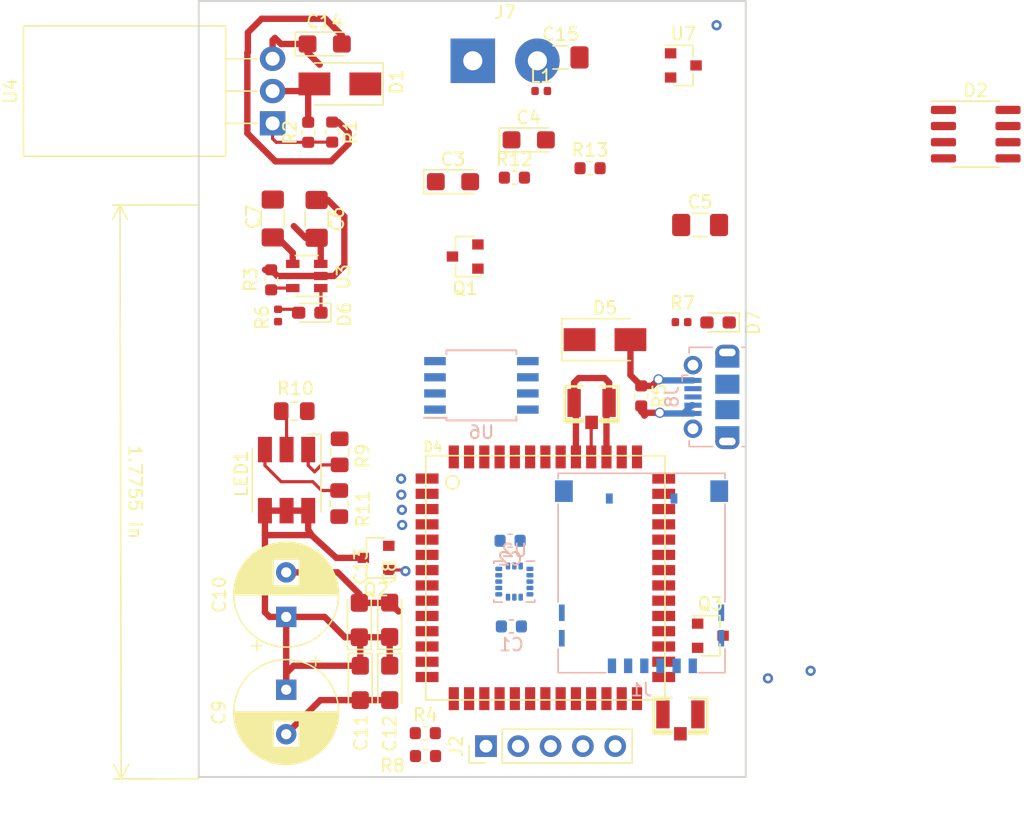
<source format=kicad_pcb>
(kicad_pcb (version 20171130) (host pcbnew "(5.1.5-0)")

  (general
    (thickness 1.6)
    (drawings 5)
    (tracks 139)
    (zones 0)
    (modules 50)
    (nets 43)
  )

  (page A4)
  (layers
    (0 F.Cu signal)
    (31 B.Cu signal)
    (32 B.Adhes user)
    (33 F.Adhes user)
    (34 B.Paste user)
    (35 F.Paste user)
    (36 B.SilkS user)
    (37 F.SilkS user)
    (38 B.Mask user)
    (39 F.Mask user)
    (40 Dwgs.User user)
    (41 Cmts.User user)
    (42 Eco1.User user)
    (43 Eco2.User user)
    (44 Edge.Cuts user)
    (45 Margin user)
    (46 B.CrtYd user)
    (47 F.CrtYd user)
    (48 B.Fab user)
    (49 F.Fab user)
  )

  (setup
    (last_trace_width 0.25)
    (trace_clearance 0.2)
    (zone_clearance 0.508)
    (zone_45_only no)
    (trace_min 0.2)
    (via_size 0.8)
    (via_drill 0.4)
    (via_min_size 0.4)
    (via_min_drill 0.3)
    (uvia_size 0.3)
    (uvia_drill 0.1)
    (uvias_allowed no)
    (uvia_min_size 0.2)
    (uvia_min_drill 0.1)
    (edge_width 0.05)
    (segment_width 0.2)
    (pcb_text_width 0.3)
    (pcb_text_size 1.5 1.5)
    (mod_edge_width 0.12)
    (mod_text_size 1 1)
    (mod_text_width 0.15)
    (pad_size 1.524 1.524)
    (pad_drill 0.762)
    (pad_to_mask_clearance 0.051)
    (solder_mask_min_width 0.25)
    (aux_axis_origin 0 0)
    (visible_elements FFFFFF7F)
    (pcbplotparams
      (layerselection 0x010fc_ffffffff)
      (usegerberextensions false)
      (usegerberattributes false)
      (usegerberadvancedattributes false)
      (creategerberjobfile false)
      (excludeedgelayer true)
      (linewidth 0.100000)
      (plotframeref false)
      (viasonmask false)
      (mode 1)
      (useauxorigin false)
      (hpglpennumber 1)
      (hpglpenspeed 20)
      (hpglpendiameter 15.000000)
      (psnegative false)
      (psa4output false)
      (plotreference true)
      (plotvalue true)
      (plotinvisibletext false)
      (padsonsilk false)
      (subtractmaskfromsilk false)
      (outputformat 1)
      (mirror false)
      (drillshape 1)
      (scaleselection 1)
      (outputdirectory ""))
  )

  (net 0 "")
  (net 1 /CHARGER_VDD)
  (net 2 GNDREF)
  (net 3 /V_BAT)
  (net 4 BAT_IN)
  (net 5 +5V)
  (net 6 "Net-(D6-Pad2)")
  (net 7 /CHARGER_STAT)
  (net 8 "Net-(D7-Pad2)")
  (net 9 "Net-(J8-Pad6)")
  (net 10 /CHARGER_PROG)
  (net 11 /SIM_RST)
  (net 12 /SIM_CLK)
  (net 13 /SIM_IO)
  (net 14 /VSIM)
  (net 15 "Net-(D4-Pad45)")
  (net 16 /UART1_TXD)
  (net 17 /UART1_RXD)
  (net 18 /HST_RXD)
  (net 19 /HST_TXD)
  (net 20 "Net-(D1-Pad2)")
  (net 21 "Net-(R1-Pad2)")
  (net 22 "Net-(D4-Pad31)")
  (net 23 "Net-(D4-Pad30)")
  (net 24 "Net-(D4-Pad8)")
  (net 25 "Net-(D4-Pad7)")
  (net 26 "Net-(D4-Pad6)")
  (net 27 /ACCEL_CS)
  (net 28 /ACCEL_SDO)
  (net 29 /ACCEL_SDA)
  (net 30 "Net-(D4-Pad15)")
  (net 31 /ACCEL_SCL)
  (net 32 /ACCEL_INT1)
  (net 33 /2.2V)
  (net 34 "Net-(C5-Pad1)")
  (net 35 "Net-(C15-Pad1)")
  (net 36 /VBAT)
  (net 37 /GPS_CTRL)
  (net 38 /GPS_RF)
  (net 39 /PWR_CTRL)
  (net 40 "Net-(LED1-Pad3)")
  (net 41 "Net-(LED1-Pad2)")
  (net 42 "Net-(LED1-Pad1)")

  (net_class Default "Это класс цепей по умолчанию."
    (clearance 0.2)
    (trace_width 0.25)
    (via_dia 0.8)
    (via_drill 0.4)
    (uvia_dia 0.3)
    (uvia_drill 0.1)
    (add_net /2.2V)
    (add_net /ACCEL_CS)
    (add_net /ACCEL_INT1)
    (add_net /ACCEL_SCL)
    (add_net /ACCEL_SDA)
    (add_net /ACCEL_SDO)
    (add_net /CHARGER_PROG)
    (add_net /CHARGER_STAT)
    (add_net /GPS_CTRL)
    (add_net /GPS_RF)
    (add_net /HST_RXD)
    (add_net /HST_TXD)
    (add_net /PWR_CTRL)
    (add_net /SIM_CLK)
    (add_net /SIM_IO)
    (add_net /SIM_RST)
    (add_net /UART1_RXD)
    (add_net /UART1_TXD)
    (add_net /VSIM)
    (add_net "Net-(C15-Pad1)")
    (add_net "Net-(C5-Pad1)")
    (add_net "Net-(D2-Pad1)")
    (add_net "Net-(D2-Pad2)")
    (add_net "Net-(D2-Pad3)")
    (add_net "Net-(D2-Pad4)")
    (add_net "Net-(D2-Pad5)")
    (add_net "Net-(D2-Pad6)")
    (add_net "Net-(D2-Pad7)")
    (add_net "Net-(D2-Pad8)")
    (add_net "Net-(D4-Pad13)")
    (add_net "Net-(D4-Pad14)")
    (add_net "Net-(D4-Pad15)")
    (add_net "Net-(D4-Pad16)")
    (add_net "Net-(D4-Pad17)")
    (add_net "Net-(D4-Pad18)")
    (add_net "Net-(D4-Pad19)")
    (add_net "Net-(D4-Pad20)")
    (add_net "Net-(D4-Pad21)")
    (add_net "Net-(D4-Pad22)")
    (add_net "Net-(D4-Pad23)")
    (add_net "Net-(D4-Pad24)")
    (add_net "Net-(D4-Pad25)")
    (add_net "Net-(D4-Pad26)")
    (add_net "Net-(D4-Pad30)")
    (add_net "Net-(D4-Pad31)")
    (add_net "Net-(D4-Pad33)")
    (add_net "Net-(D4-Pad34)")
    (add_net "Net-(D4-Pad35)")
    (add_net "Net-(D4-Pad36)")
    (add_net "Net-(D4-Pad43)")
    (add_net "Net-(D4-Pad45)")
    (add_net "Net-(D4-Pad47)")
    (add_net "Net-(D4-Pad48)")
    (add_net "Net-(D4-Pad49)")
    (add_net "Net-(D4-Pad5)")
    (add_net "Net-(D4-Pad50)")
    (add_net "Net-(D4-Pad51)")
    (add_net "Net-(D4-Pad52)")
    (add_net "Net-(D4-Pad6)")
    (add_net "Net-(D4-Pad7)")
    (add_net "Net-(D4-Pad8)")
    (add_net "Net-(D6-Pad2)")
    (add_net "Net-(D7-Pad2)")
    (add_net "Net-(J1-Pad6)")
    (add_net "Net-(J8-Pad2)")
    (add_net "Net-(J8-Pad3)")
    (add_net "Net-(J8-Pad6)")
    (add_net "Net-(LED1-Pad1)")
    (add_net "Net-(LED1-Pad2)")
    (add_net "Net-(LED1-Pad3)")
    (add_net "Net-(R1-Pad2)")
    (add_net "Net-(U2-Pad2)")
    (add_net "Net-(U2-Pad3)")
    (add_net "Net-(U2-Pad9)")
    (add_net "Net-(U6-Pad1)")
    (add_net "Net-(U6-Pad3)")
  )

  (net_class power ""
    (clearance 0.2)
    (trace_width 0.5)
    (via_dia 0.8)
    (via_drill 0.6)
    (uvia_dia 0.3)
    (uvia_drill 0.1)
    (add_net +5V)
    (add_net /CHARGER_VDD)
    (add_net /VBAT)
    (add_net /V_BAT)
    (add_net BAT_IN)
    (add_net GNDREF)
    (add_net "Net-(D1-Pad2)")
  )

  (module Package_SO:SOP-8_3.76x4.96mm_P1.27mm (layer F.Cu) (tedit 5D9F72B1) (tstamp 5F598F0C)
    (at 146.26844 62.32652)
    (descr "SOP, 8 Pin (https://ww2.minicircuits.com/case_style/XX211.pdf), generated with kicad-footprint-generator ipc_gullwing_generator.py")
    (tags "SOP SO")
    (path /5F6172A8)
    (attr smd)
    (fp_text reference D2 (at 0 -3.43) (layer F.SilkS)
      (effects (font (size 1 1) (thickness 0.15)))
    )
    (fp_text value APW7142 (at 0 3.43) (layer F.Fab)
      (effects (font (size 1 1) (thickness 0.15)))
    )
    (fp_text user %R (at 0 0) (layer F.Fab)
      (effects (font (size 0.94 0.94) (thickness 0.14)))
    )
    (fp_line (start 3.78 -2.73) (end -3.78 -2.73) (layer F.CrtYd) (width 0.05))
    (fp_line (start 3.78 2.73) (end 3.78 -2.73) (layer F.CrtYd) (width 0.05))
    (fp_line (start -3.78 2.73) (end 3.78 2.73) (layer F.CrtYd) (width 0.05))
    (fp_line (start -3.78 -2.73) (end -3.78 2.73) (layer F.CrtYd) (width 0.05))
    (fp_line (start -1.88 -1.54) (end -0.94 -2.48) (layer F.Fab) (width 0.1))
    (fp_line (start -1.88 2.48) (end -1.88 -1.54) (layer F.Fab) (width 0.1))
    (fp_line (start 1.88 2.48) (end -1.88 2.48) (layer F.Fab) (width 0.1))
    (fp_line (start 1.88 -2.48) (end 1.88 2.48) (layer F.Fab) (width 0.1))
    (fp_line (start -0.94 -2.48) (end 1.88 -2.48) (layer F.Fab) (width 0.1))
    (fp_line (start 0 -2.59) (end -3.525 -2.59) (layer F.SilkS) (width 0.12))
    (fp_line (start 0 -2.59) (end 1.88 -2.59) (layer F.SilkS) (width 0.12))
    (fp_line (start 0 2.59) (end -1.88 2.59) (layer F.SilkS) (width 0.12))
    (fp_line (start 0 2.59) (end 1.88 2.59) (layer F.SilkS) (width 0.12))
    (pad 8 smd roundrect (at 2.5375 -1.905) (size 1.975 0.65) (layers F.Cu F.Paste F.Mask) (roundrect_rratio 0.25))
    (pad 7 smd roundrect (at 2.5375 -0.635) (size 1.975 0.65) (layers F.Cu F.Paste F.Mask) (roundrect_rratio 0.25))
    (pad 6 smd roundrect (at 2.5375 0.635) (size 1.975 0.65) (layers F.Cu F.Paste F.Mask) (roundrect_rratio 0.25))
    (pad 5 smd roundrect (at 2.5375 1.905) (size 1.975 0.65) (layers F.Cu F.Paste F.Mask) (roundrect_rratio 0.25))
    (pad 4 smd roundrect (at -2.5375 1.905) (size 1.975 0.65) (layers F.Cu F.Paste F.Mask) (roundrect_rratio 0.25))
    (pad 3 smd roundrect (at -2.5375 0.635) (size 1.975 0.65) (layers F.Cu F.Paste F.Mask) (roundrect_rratio 0.25))
    (pad 2 smd roundrect (at -2.5375 -0.635) (size 1.975 0.65) (layers F.Cu F.Paste F.Mask) (roundrect_rratio 0.25))
    (pad 1 smd roundrect (at -2.5375 -1.905) (size 1.975 0.65) (layers F.Cu F.Paste F.Mask) (roundrect_rratio 0.25))
    (model ${KISYS3DMOD}/Package_SO.3dshapes/SOP-8_3.76x4.96mm_P1.27mm.wrl
      (at (xyz 0 0 0))
      (scale (xyz 1 1 1))
      (rotate (xyz 0 0 0))
    )
  )

  (module Package_TO_SOT_THT:TO-220-3_Horizontal_TabDown (layer F.Cu) (tedit 5AC8BA0D) (tstamp 5F4FC499)
    (at 90.99804 61.4807 90)
    (descr "TO-220-3, Horizontal, RM 2.54mm, see https://www.vishay.com/docs/66542/to-220-1.pdf")
    (tags "TO-220-3 Horizontal RM 2.54mm")
    (path /5F57590C)
    (fp_text reference U4 (at 2.54 -20.58 90) (layer F.SilkS)
      (effects (font (size 1 1) (thickness 0.15)))
    )
    (fp_text value LM350_TO220 (at 2.54 2 90) (layer F.Fab)
      (effects (font (size 1 1) (thickness 0.15)))
    )
    (fp_text user %R (at 2.54 -20.58 90) (layer F.Fab)
      (effects (font (size 1 1) (thickness 0.15)))
    )
    (fp_line (start 7.79 -19.71) (end -2.71 -19.71) (layer F.CrtYd) (width 0.05))
    (fp_line (start 7.79 1.25) (end 7.79 -19.71) (layer F.CrtYd) (width 0.05))
    (fp_line (start -2.71 1.25) (end 7.79 1.25) (layer F.CrtYd) (width 0.05))
    (fp_line (start -2.71 -19.71) (end -2.71 1.25) (layer F.CrtYd) (width 0.05))
    (fp_line (start 5.08 -3.69) (end 5.08 -1.15) (layer F.SilkS) (width 0.12))
    (fp_line (start 2.54 -3.69) (end 2.54 -1.15) (layer F.SilkS) (width 0.12))
    (fp_line (start 0 -3.69) (end 0 -1.15) (layer F.SilkS) (width 0.12))
    (fp_line (start 7.66 -19.58) (end 7.66 -3.69) (layer F.SilkS) (width 0.12))
    (fp_line (start -2.58 -19.58) (end -2.58 -3.69) (layer F.SilkS) (width 0.12))
    (fp_line (start -2.58 -19.58) (end 7.66 -19.58) (layer F.SilkS) (width 0.12))
    (fp_line (start -2.58 -3.69) (end 7.66 -3.69) (layer F.SilkS) (width 0.12))
    (fp_line (start 5.08 -3.81) (end 5.08 0) (layer F.Fab) (width 0.1))
    (fp_line (start 2.54 -3.81) (end 2.54 0) (layer F.Fab) (width 0.1))
    (fp_line (start 0 -3.81) (end 0 0) (layer F.Fab) (width 0.1))
    (fp_line (start 7.54 -3.81) (end -2.46 -3.81) (layer F.Fab) (width 0.1))
    (fp_line (start 7.54 -13.06) (end 7.54 -3.81) (layer F.Fab) (width 0.1))
    (fp_line (start -2.46 -13.06) (end 7.54 -13.06) (layer F.Fab) (width 0.1))
    (fp_line (start -2.46 -3.81) (end -2.46 -13.06) (layer F.Fab) (width 0.1))
    (fp_line (start 7.54 -13.06) (end -2.46 -13.06) (layer F.Fab) (width 0.1))
    (fp_line (start 7.54 -19.46) (end 7.54 -13.06) (layer F.Fab) (width 0.1))
    (fp_line (start -2.46 -19.46) (end 7.54 -19.46) (layer F.Fab) (width 0.1))
    (fp_line (start -2.46 -13.06) (end -2.46 -19.46) (layer F.Fab) (width 0.1))
    (fp_circle (center 2.54 -16.66) (end 4.39 -16.66) (layer F.Fab) (width 0.1))
    (pad 3 thru_hole oval (at 5.08 0 90) (size 1.905 2) (drill 1.1) (layers *.Cu *.Mask)
      (net 1 /CHARGER_VDD))
    (pad 2 thru_hole oval (at 2.54 0 90) (size 1.905 2) (drill 1.1) (layers *.Cu *.Mask)
      (net 20 "Net-(D1-Pad2)"))
    (pad 1 thru_hole rect (at 0 0 90) (size 1.905 2) (drill 1.1) (layers *.Cu *.Mask)
      (net 21 "Net-(R1-Pad2)"))
    (pad "" np_thru_hole oval (at 2.54 -16.66 90) (size 3.5 3.5) (drill 3.5) (layers *.Cu *.Mask))
    (model ${KISYS3DMOD}/Package_TO_SOT_THT.3dshapes/TO-220-3_Horizontal_TabDown.wrl
      (at (xyz 0 0 0))
      (scale (xyz 1 1 1))
      (rotate (xyz 0 0 0))
    )
  )

  (module LED_SMD:LED_RGB_5050-6 (layer F.Cu) (tedit 59155824) (tstamp 5F58E19D)
    (at 92.09606 89.5226 270)
    (descr http://cdn.sparkfun.com/datasheets/Components/LED/5060BRG4.pdf)
    (tags "RGB LED 5050-6")
    (path /5F594CBF)
    (attr smd)
    (fp_text reference LED1 (at -0.50068 3.5542 270) (layer F.SilkS)
      (effects (font (size 1 1) (thickness 0.15)))
    )
    (fp_text value TO-5050BC-MRPBFGF (at 0 3.3 90) (layer F.Fab)
      (effects (font (size 1 1) (thickness 0.15)))
    )
    (fp_circle (center 0 0) (end 0 -1.9) (layer F.Fab) (width 0.1))
    (fp_text user %R (at 0 0 90) (layer F.Fab)
      (effects (font (size 0.6 0.6) (thickness 0.06)))
    )
    (fp_line (start -3.65 -2.75) (end -3.65 2.75) (layer F.CrtYd) (width 0.05))
    (fp_line (start -3.65 2.75) (end 3.65 2.75) (layer F.CrtYd) (width 0.05))
    (fp_line (start 3.65 2.75) (end 3.65 -2.75) (layer F.CrtYd) (width 0.05))
    (fp_line (start 3.65 -2.75) (end -3.65 -2.75) (layer F.CrtYd) (width 0.05))
    (fp_line (start 2.5 2.7) (end -2.5 2.7) (layer F.SilkS) (width 0.12))
    (fp_line (start -3.6 -1.6) (end -3.6 -2.7) (layer F.SilkS) (width 0.12))
    (fp_line (start -3.6 -2.7) (end 2.5 -2.7) (layer F.SilkS) (width 0.12))
    (fp_line (start -2.5 -2.5) (end -2.5 2.5) (layer F.Fab) (width 0.1))
    (fp_line (start -2.5 2.5) (end 2.5 2.5) (layer F.Fab) (width 0.1))
    (fp_line (start 2.5 2.5) (end 2.5 -2.5) (layer F.Fab) (width 0.1))
    (fp_line (start 2.5 -2.5) (end -2.5 -2.5) (layer F.Fab) (width 0.1))
    (fp_line (start -2.5 -1.9) (end -1.9 -2.5) (layer F.Fab) (width 0.1))
    (pad 6 smd rect (at 2.4 -1.7) (size 1.1 2) (layers F.Cu F.Paste F.Mask)
      (net 36 /VBAT))
    (pad 5 smd rect (at 2.4 0) (size 1.1 2) (layers F.Cu F.Paste F.Mask)
      (net 36 /VBAT))
    (pad 4 smd rect (at 2.4 1.7) (size 1.1 2) (layers F.Cu F.Paste F.Mask)
      (net 36 /VBAT))
    (pad 3 smd rect (at -2.4 1.7) (size 1.1 2) (layers F.Cu F.Paste F.Mask)
      (net 40 "Net-(LED1-Pad3)"))
    (pad 2 smd rect (at -2.4 0) (size 1.1 2) (layers F.Cu F.Paste F.Mask)
      (net 41 "Net-(LED1-Pad2)"))
    (pad 1 smd rect (at -2.4 -1.7) (size 1.1 2) (layers F.Cu F.Paste F.Mask)
      (net 42 "Net-(LED1-Pad1)"))
    (model ${KISYS3DMOD}/LED_SMD.3dshapes/LED_RGB_5050-6.wrl
      (at (xyz 0 0 0))
      (scale (xyz 1 1 1))
      (rotate (xyz 0 0 0))
    )
  )

  (module Resistor_SMD:R_0805_2012Metric_Pad1.15x1.40mm_HandSolder (layer F.Cu) (tedit 5B36C52B) (tstamp 5F579565)
    (at 92.69868 84.10194)
    (descr "Resistor SMD 0805 (2012 Metric), square (rectangular) end terminal, IPC_7351 nominal with elongated pad for handsoldering. (Body size source: https://docs.google.com/spreadsheets/d/1BsfQQcO9C6DZCsRaXUlFlo91Tg2WpOkGARC1WS5S8t0/edit?usp=sharing), generated with kicad-footprint-generator")
    (tags "resistor handsolder")
    (path /5F8A4C51)
    (attr smd)
    (fp_text reference R10 (at 0.09514 -1.78562) (layer F.SilkS)
      (effects (font (size 1 1) (thickness 0.15)))
    )
    (fp_text value 140 (at 0 1.65) (layer F.Fab)
      (effects (font (size 1 1) (thickness 0.15)))
    )
    (fp_text user %R (at 0 0) (layer F.Fab)
      (effects (font (size 0.5 0.5) (thickness 0.08)))
    )
    (fp_line (start 1.85 0.95) (end -1.85 0.95) (layer F.CrtYd) (width 0.05))
    (fp_line (start 1.85 -0.95) (end 1.85 0.95) (layer F.CrtYd) (width 0.05))
    (fp_line (start -1.85 -0.95) (end 1.85 -0.95) (layer F.CrtYd) (width 0.05))
    (fp_line (start -1.85 0.95) (end -1.85 -0.95) (layer F.CrtYd) (width 0.05))
    (fp_line (start -0.261252 0.71) (end 0.261252 0.71) (layer F.SilkS) (width 0.12))
    (fp_line (start -0.261252 -0.71) (end 0.261252 -0.71) (layer F.SilkS) (width 0.12))
    (fp_line (start 1 0.6) (end -1 0.6) (layer F.Fab) (width 0.1))
    (fp_line (start 1 -0.6) (end 1 0.6) (layer F.Fab) (width 0.1))
    (fp_line (start -1 -0.6) (end 1 -0.6) (layer F.Fab) (width 0.1))
    (fp_line (start -1 0.6) (end -1 -0.6) (layer F.Fab) (width 0.1))
    (pad 2 smd roundrect (at 1.025 0) (size 1.15 1.4) (layers F.Cu F.Paste F.Mask) (roundrect_rratio 0.217391)
      (net 25 "Net-(D4-Pad7)"))
    (pad 1 smd roundrect (at -1.025 0) (size 1.15 1.4) (layers F.Cu F.Paste F.Mask) (roundrect_rratio 0.217391)
      (net 41 "Net-(LED1-Pad2)"))
    (model ${KISYS3DMOD}/Resistor_SMD.3dshapes/R_0805_2012Metric.wrl
      (at (xyz 0 0 0))
      (scale (xyz 1 1 1))
      (rotate (xyz 0 0 0))
    )
  )

  (module Resistor_SMD:R_0805_2012Metric_Pad1.15x1.40mm_HandSolder (layer F.Cu) (tedit 5B36C52B) (tstamp 5F579554)
    (at 96.266 87.30118 90)
    (descr "Resistor SMD 0805 (2012 Metric), square (rectangular) end terminal, IPC_7351 nominal with elongated pad for handsoldering. (Body size source: https://docs.google.com/spreadsheets/d/1BsfQQcO9C6DZCsRaXUlFlo91Tg2WpOkGARC1WS5S8t0/edit?usp=sharing), generated with kicad-footprint-generator")
    (tags "resistor handsolder")
    (path /5F8A5B95)
    (attr smd)
    (fp_text reference R9 (at -0.33136 1.80848 90) (layer F.SilkS)
      (effects (font (size 1 1) (thickness 0.15)))
    )
    (fp_text value 140 (at 0 1.65 90) (layer F.Fab)
      (effects (font (size 1 1) (thickness 0.15)))
    )
    (fp_text user %R (at 0 0 90) (layer F.Fab)
      (effects (font (size 0.5 0.5) (thickness 0.08)))
    )
    (fp_line (start 1.85 0.95) (end -1.85 0.95) (layer F.CrtYd) (width 0.05))
    (fp_line (start 1.85 -0.95) (end 1.85 0.95) (layer F.CrtYd) (width 0.05))
    (fp_line (start -1.85 -0.95) (end 1.85 -0.95) (layer F.CrtYd) (width 0.05))
    (fp_line (start -1.85 0.95) (end -1.85 -0.95) (layer F.CrtYd) (width 0.05))
    (fp_line (start -0.261252 0.71) (end 0.261252 0.71) (layer F.SilkS) (width 0.12))
    (fp_line (start -0.261252 -0.71) (end 0.261252 -0.71) (layer F.SilkS) (width 0.12))
    (fp_line (start 1 0.6) (end -1 0.6) (layer F.Fab) (width 0.1))
    (fp_line (start 1 -0.6) (end 1 0.6) (layer F.Fab) (width 0.1))
    (fp_line (start -1 -0.6) (end 1 -0.6) (layer F.Fab) (width 0.1))
    (fp_line (start -1 0.6) (end -1 -0.6) (layer F.Fab) (width 0.1))
    (pad 2 smd roundrect (at 1.025 0 90) (size 1.15 1.4) (layers F.Cu F.Paste F.Mask) (roundrect_rratio 0.217391)
      (net 24 "Net-(D4-Pad8)"))
    (pad 1 smd roundrect (at -1.025 0 90) (size 1.15 1.4) (layers F.Cu F.Paste F.Mask) (roundrect_rratio 0.217391)
      (net 42 "Net-(LED1-Pad1)"))
    (model ${KISYS3DMOD}/Resistor_SMD.3dshapes/R_0805_2012Metric.wrl
      (at (xyz 0 0 0))
      (scale (xyz 1 1 1))
      (rotate (xyz 0 0 0))
    )
  )

  (module Resistor_SMD:R_0805_2012Metric_Pad1.15x1.40mm_HandSolder (layer F.Cu) (tedit 5B36C52B) (tstamp 5F579576)
    (at 96.23552 91.36496 270)
    (descr "Resistor SMD 0805 (2012 Metric), square (rectangular) end terminal, IPC_7351 nominal with elongated pad for handsoldering. (Body size source: https://docs.google.com/spreadsheets/d/1BsfQQcO9C6DZCsRaXUlFlo91Tg2WpOkGARC1WS5S8t0/edit?usp=sharing), generated with kicad-footprint-generator")
    (tags "resistor handsolder")
    (path /5F8A46E3)
    (attr smd)
    (fp_text reference R11 (at 0.42302 -1.86944 90) (layer F.SilkS)
      (effects (font (size 1 1) (thickness 0.15)))
    )
    (fp_text value 140 (at 0 1.65 90) (layer F.Fab)
      (effects (font (size 1 1) (thickness 0.15)))
    )
    (fp_text user %R (at 0 0 90) (layer F.Fab)
      (effects (font (size 0.5 0.5) (thickness 0.08)))
    )
    (fp_line (start 1.85 0.95) (end -1.85 0.95) (layer F.CrtYd) (width 0.05))
    (fp_line (start 1.85 -0.95) (end 1.85 0.95) (layer F.CrtYd) (width 0.05))
    (fp_line (start -1.85 -0.95) (end 1.85 -0.95) (layer F.CrtYd) (width 0.05))
    (fp_line (start -1.85 0.95) (end -1.85 -0.95) (layer F.CrtYd) (width 0.05))
    (fp_line (start -0.261252 0.71) (end 0.261252 0.71) (layer F.SilkS) (width 0.12))
    (fp_line (start -0.261252 -0.71) (end 0.261252 -0.71) (layer F.SilkS) (width 0.12))
    (fp_line (start 1 0.6) (end -1 0.6) (layer F.Fab) (width 0.1))
    (fp_line (start 1 -0.6) (end 1 0.6) (layer F.Fab) (width 0.1))
    (fp_line (start -1 -0.6) (end 1 -0.6) (layer F.Fab) (width 0.1))
    (fp_line (start -1 0.6) (end -1 -0.6) (layer F.Fab) (width 0.1))
    (pad 2 smd roundrect (at 1.025 0 270) (size 1.15 1.4) (layers F.Cu F.Paste F.Mask) (roundrect_rratio 0.217391)
      (net 26 "Net-(D4-Pad6)"))
    (pad 1 smd roundrect (at -1.025 0 270) (size 1.15 1.4) (layers F.Cu F.Paste F.Mask) (roundrect_rratio 0.217391)
      (net 40 "Net-(LED1-Pad3)"))
    (model ${KISYS3DMOD}/Resistor_SMD.3dshapes/R_0805_2012Metric.wrl
      (at (xyz 0 0 0))
      (scale (xyz 1 1 1))
      (rotate (xyz 0 0 0))
    )
  )

  (module Capacitor_SMD:C_0603_1608Metric (layer B.Cu) (tedit 5B301BBE) (tstamp 5F52ADD5)
    (at 109.76738 101.02342)
    (descr "Capacitor SMD 0603 (1608 Metric), square (rectangular) end terminal, IPC_7351 nominal, (Body size source: http://www.tortai-tech.com/upload/download/2011102023233369053.pdf), generated with kicad-footprint-generator")
    (tags capacitor)
    (path /5F56C46E)
    (attr smd)
    (fp_text reference C1 (at 0 1.43) (layer B.SilkS)
      (effects (font (size 1 1) (thickness 0.15)) (justify mirror))
    )
    (fp_text value 10uF (at 0 -1.43) (layer B.Fab)
      (effects (font (size 1 1) (thickness 0.15)) (justify mirror))
    )
    (fp_text user %R (at 0 0) (layer B.Fab)
      (effects (font (size 0.4 0.4) (thickness 0.06)) (justify mirror))
    )
    (fp_line (start 1.48 -0.73) (end -1.48 -0.73) (layer B.CrtYd) (width 0.05))
    (fp_line (start 1.48 0.73) (end 1.48 -0.73) (layer B.CrtYd) (width 0.05))
    (fp_line (start -1.48 0.73) (end 1.48 0.73) (layer B.CrtYd) (width 0.05))
    (fp_line (start -1.48 -0.73) (end -1.48 0.73) (layer B.CrtYd) (width 0.05))
    (fp_line (start -0.162779 -0.51) (end 0.162779 -0.51) (layer B.SilkS) (width 0.12))
    (fp_line (start -0.162779 0.51) (end 0.162779 0.51) (layer B.SilkS) (width 0.12))
    (fp_line (start 0.8 -0.4) (end -0.8 -0.4) (layer B.Fab) (width 0.1))
    (fp_line (start 0.8 0.4) (end 0.8 -0.4) (layer B.Fab) (width 0.1))
    (fp_line (start -0.8 0.4) (end 0.8 0.4) (layer B.Fab) (width 0.1))
    (fp_line (start -0.8 -0.4) (end -0.8 0.4) (layer B.Fab) (width 0.1))
    (pad 2 smd roundrect (at 0.7875 0) (size 0.875 0.95) (layers B.Cu B.Paste B.Mask) (roundrect_rratio 0.25)
      (net 33 /2.2V))
    (pad 1 smd roundrect (at -0.7875 0) (size 0.875 0.95) (layers B.Cu B.Paste B.Mask) (roundrect_rratio 0.25)
      (net 2 GNDREF))
    (model ${KISYS3DMOD}/Capacitor_SMD.3dshapes/C_0603_1608Metric.wrl
      (at (xyz 0 0 0))
      (scale (xyz 1 1 1))
      (rotate (xyz 0 0 0))
    )
  )

  (module Capacitor_SMD:C_0603_1608Metric (layer B.Cu) (tedit 5B301BBE) (tstamp 5F52ADE8)
    (at 109.66704 94.28988)
    (descr "Capacitor SMD 0603 (1608 Metric), square (rectangular) end terminal, IPC_7351 nominal, (Body size source: http://www.tortai-tech.com/upload/download/2011102023233369053.pdf), generated with kicad-footprint-generator")
    (tags capacitor)
    (path /5F56E883)
    (attr smd)
    (fp_text reference C2 (at 0 1.43) (layer B.SilkS)
      (effects (font (size 1 1) (thickness 0.15)) (justify mirror))
    )
    (fp_text value 100nF (at 0 -1.43) (layer B.Fab)
      (effects (font (size 1 1) (thickness 0.15)) (justify mirror))
    )
    (fp_text user %R (at 0 0) (layer B.Fab)
      (effects (font (size 0.4 0.4) (thickness 0.06)) (justify mirror))
    )
    (fp_line (start 1.48 -0.73) (end -1.48 -0.73) (layer B.CrtYd) (width 0.05))
    (fp_line (start 1.48 0.73) (end 1.48 -0.73) (layer B.CrtYd) (width 0.05))
    (fp_line (start -1.48 0.73) (end 1.48 0.73) (layer B.CrtYd) (width 0.05))
    (fp_line (start -1.48 -0.73) (end -1.48 0.73) (layer B.CrtYd) (width 0.05))
    (fp_line (start -0.162779 -0.51) (end 0.162779 -0.51) (layer B.SilkS) (width 0.12))
    (fp_line (start -0.162779 0.51) (end 0.162779 0.51) (layer B.SilkS) (width 0.12))
    (fp_line (start 0.8 -0.4) (end -0.8 -0.4) (layer B.Fab) (width 0.1))
    (fp_line (start 0.8 0.4) (end 0.8 -0.4) (layer B.Fab) (width 0.1))
    (fp_line (start -0.8 0.4) (end 0.8 0.4) (layer B.Fab) (width 0.1))
    (fp_line (start -0.8 -0.4) (end -0.8 0.4) (layer B.Fab) (width 0.1))
    (pad 2 smd roundrect (at 0.7875 0) (size 0.875 0.95) (layers B.Cu B.Paste B.Mask) (roundrect_rratio 0.25)
      (net 33 /2.2V))
    (pad 1 smd roundrect (at -0.7875 0) (size 0.875 0.95) (layers B.Cu B.Paste B.Mask) (roundrect_rratio 0.25)
      (net 2 GNDREF))
    (model ${KISYS3DMOD}/Capacitor_SMD.3dshapes/C_0603_1608Metric.wrl
      (at (xyz 0 0 0))
      (scale (xyz 1 1 1))
      (rotate (xyz 0 0 0))
    )
  )

  (module mailboxNotifier:U.FL (layer F.Cu) (tedit 5F4CE309) (tstamp 5F583D56)
    (at 123.05452 107.9373 270)
    (path /5F4E2777)
    (fp_text reference U1 (at -1.27 -2.54 90) (layer F.SilkS) hide
      (effects (font (size 0.9652 0.9652) (thickness 0.173736)) (justify right bottom))
    )
    (fp_text value U.FL (at -1.27 3.175 90) (layer F.Fab)
      (effects (font (size 0.77216 0.77216) (thickness 0.077216)) (justify right bottom))
    )
    (fp_poly (pts (xy -0.889 0.8255) (xy 0.889 0.8255) (xy 0.889 -0.8255) (xy -0.889 -0.8255)) (layer Dwgs.User) (width 0))
    (fp_line (start 1.5 2.1) (end 1.3 2.1) (layer F.SilkS) (width 0.2032))
    (fp_line (start 1.5 0.7) (end 1.3 0.7) (layer F.SilkS) (width 0.2032))
    (fp_line (start 1.5 -0.7) (end 1.3 -0.7) (layer F.SilkS) (width 0.2032))
    (fp_line (start 1.5 -2.1) (end 1.3 -2.1) (layer F.SilkS) (width 0.2032))
    (fp_line (start 1.5 2.1) (end 1.5 0.7) (layer F.SilkS) (width 0.2032))
    (fp_line (start 1.5 -0.7) (end 1.5 -2.1) (layer F.SilkS) (width 0.2032))
    (fp_line (start 1.4 2) (end 1.4 0.7) (layer F.SilkS) (width 0.2032))
    (fp_line (start 1.4 -0.7) (end 1.4 -2) (layer F.SilkS) (width 0.2032))
    (fp_line (start -1.3 2.1) (end -1.3 0.7) (layer F.SilkS) (width 0.2032))
    (fp_line (start -1.3 -0.7) (end -1.3 -2.1) (layer F.SilkS) (width 0.2032))
    (fp_line (start 1.3 2.1) (end 1.3 0.7) (layer F.SilkS) (width 0.2032))
    (fp_line (start -1.3 2.1) (end 1.3 2.1) (layer F.SilkS) (width 0.2032))
    (fp_line (start 1.3 -2.1) (end -1.3 -2.1) (layer F.SilkS) (width 0.2032))
    (fp_line (start 1.3 -0.7) (end 1.3 -2.1) (layer F.SilkS) (width 0.2032))
    (pad 3 smd rect (at 1.525 0 270) (size 1.05 1) (layers F.Cu F.Paste F.Mask)
      (net 38 /GPS_RF) (solder_mask_margin 0.0635))
    (pad 2 smd rect (at 0 1.375 270) (size 2.2 1.05) (layers F.Cu F.Paste F.Mask)
      (net 2 GNDREF) (solder_mask_margin 0.0635))
    (pad 1 smd rect (at 0 -1.375 270) (size 2.2 1.05) (layers F.Cu F.Paste F.Mask)
      (net 2 GNDREF) (solder_mask_margin 0.0635))
  )

  (module Package_TO_SOT_SMD:SOT-23 (layer F.Cu) (tedit 5A02FF57) (tstamp 5F581D8E)
    (at 123.284041 56.926021)
    (descr "SOT-23, Standard")
    (tags SOT-23)
    (path /5F58416E)
    (attr smd)
    (fp_text reference U7 (at 0 -2.5) (layer F.SilkS)
      (effects (font (size 1 1) (thickness 0.15)))
    )
    (fp_text value MCP1700-2502E_SOT23 (at 0 2.5) (layer F.Fab)
      (effects (font (size 1 1) (thickness 0.15)))
    )
    (fp_line (start 0.76 1.58) (end -0.7 1.58) (layer F.SilkS) (width 0.12))
    (fp_line (start 0.76 -1.58) (end -1.4 -1.58) (layer F.SilkS) (width 0.12))
    (fp_line (start -1.7 1.75) (end -1.7 -1.75) (layer F.CrtYd) (width 0.05))
    (fp_line (start 1.7 1.75) (end -1.7 1.75) (layer F.CrtYd) (width 0.05))
    (fp_line (start 1.7 -1.75) (end 1.7 1.75) (layer F.CrtYd) (width 0.05))
    (fp_line (start -1.7 -1.75) (end 1.7 -1.75) (layer F.CrtYd) (width 0.05))
    (fp_line (start 0.76 -1.58) (end 0.76 -0.65) (layer F.SilkS) (width 0.12))
    (fp_line (start 0.76 1.58) (end 0.76 0.65) (layer F.SilkS) (width 0.12))
    (fp_line (start -0.7 1.52) (end 0.7 1.52) (layer F.Fab) (width 0.1))
    (fp_line (start 0.7 -1.52) (end 0.7 1.52) (layer F.Fab) (width 0.1))
    (fp_line (start -0.7 -0.95) (end -0.15 -1.52) (layer F.Fab) (width 0.1))
    (fp_line (start -0.15 -1.52) (end 0.7 -1.52) (layer F.Fab) (width 0.1))
    (fp_line (start -0.7 -0.95) (end -0.7 1.5) (layer F.Fab) (width 0.1))
    (fp_text user %R (at 0 0 90) (layer F.Fab)
      (effects (font (size 0.5 0.5) (thickness 0.075)))
    )
    (pad 3 smd rect (at 1 0) (size 0.9 0.8) (layers F.Cu F.Paste F.Mask)
      (net 4 BAT_IN))
    (pad 2 smd rect (at -1 0.95) (size 0.9 0.8) (layers F.Cu F.Paste F.Mask)
      (net 33 /2.2V))
    (pad 1 smd rect (at -1 -0.95) (size 0.9 0.8) (layers F.Cu F.Paste F.Mask)
      (net 2 GNDREF))
    (model ${KISYS3DMOD}/Package_TO_SOT_SMD.3dshapes/SOT-23.wrl
      (at (xyz 0 0 0))
      (scale (xyz 1 1 1))
      (rotate (xyz 0 0 0))
    )
  )

  (module Resistor_SMD:R_0603_1608Metric (layer F.Cu) (tedit 5B301BBD) (tstamp 5F581C41)
    (at 115.954041 65.006021)
    (descr "Resistor SMD 0603 (1608 Metric), square (rectangular) end terminal, IPC_7351 nominal, (Body size source: http://www.tortai-tech.com/upload/download/2011102023233369053.pdf), generated with kicad-footprint-generator")
    (tags resistor)
    (path /5F612A4A)
    (attr smd)
    (fp_text reference R13 (at 0 -1.43) (layer F.SilkS)
      (effects (font (size 1 1) (thickness 0.15)))
    )
    (fp_text value 100K (at 0 1.43) (layer F.Fab)
      (effects (font (size 1 1) (thickness 0.15)))
    )
    (fp_text user %R (at 0 0) (layer F.Fab)
      (effects (font (size 0.4 0.4) (thickness 0.06)))
    )
    (fp_line (start 1.48 0.73) (end -1.48 0.73) (layer F.CrtYd) (width 0.05))
    (fp_line (start 1.48 -0.73) (end 1.48 0.73) (layer F.CrtYd) (width 0.05))
    (fp_line (start -1.48 -0.73) (end 1.48 -0.73) (layer F.CrtYd) (width 0.05))
    (fp_line (start -1.48 0.73) (end -1.48 -0.73) (layer F.CrtYd) (width 0.05))
    (fp_line (start -0.162779 0.51) (end 0.162779 0.51) (layer F.SilkS) (width 0.12))
    (fp_line (start -0.162779 -0.51) (end 0.162779 -0.51) (layer F.SilkS) (width 0.12))
    (fp_line (start 0.8 0.4) (end -0.8 0.4) (layer F.Fab) (width 0.1))
    (fp_line (start 0.8 -0.4) (end 0.8 0.4) (layer F.Fab) (width 0.1))
    (fp_line (start -0.8 -0.4) (end 0.8 -0.4) (layer F.Fab) (width 0.1))
    (fp_line (start -0.8 0.4) (end -0.8 -0.4) (layer F.Fab) (width 0.1))
    (pad 2 smd roundrect (at 0.7875 0) (size 0.875 0.95) (layers F.Cu F.Paste F.Mask) (roundrect_rratio 0.25)
      (net 35 "Net-(C15-Pad1)"))
    (pad 1 smd roundrect (at -0.7875 0) (size 0.875 0.95) (layers F.Cu F.Paste F.Mask) (roundrect_rratio 0.25)
      (net 34 "Net-(C5-Pad1)"))
    (model ${KISYS3DMOD}/Resistor_SMD.3dshapes/R_0603_1608Metric.wrl
      (at (xyz 0 0 0))
      (scale (xyz 1 1 1))
      (rotate (xyz 0 0 0))
    )
  )

  (module Resistor_SMD:R_0603_1608Metric (layer F.Cu) (tedit 5B301BBD) (tstamp 5F581C30)
    (at 110.004041 65.746021)
    (descr "Resistor SMD 0603 (1608 Metric), square (rectangular) end terminal, IPC_7351 nominal, (Body size source: http://www.tortai-tech.com/upload/download/2011102023233369053.pdf), generated with kicad-footprint-generator")
    (tags resistor)
    (path /5F6A076F)
    (attr smd)
    (fp_text reference R12 (at 0 -1.43) (layer F.SilkS)
      (effects (font (size 1 1) (thickness 0.15)))
    )
    (fp_text value 100K (at 0 1.43) (layer F.Fab)
      (effects (font (size 1 1) (thickness 0.15)))
    )
    (fp_text user %R (at 0 0) (layer F.Fab)
      (effects (font (size 0.4 0.4) (thickness 0.06)))
    )
    (fp_line (start 1.48 0.73) (end -1.48 0.73) (layer F.CrtYd) (width 0.05))
    (fp_line (start 1.48 -0.73) (end 1.48 0.73) (layer F.CrtYd) (width 0.05))
    (fp_line (start -1.48 -0.73) (end 1.48 -0.73) (layer F.CrtYd) (width 0.05))
    (fp_line (start -1.48 0.73) (end -1.48 -0.73) (layer F.CrtYd) (width 0.05))
    (fp_line (start -0.162779 0.51) (end 0.162779 0.51) (layer F.SilkS) (width 0.12))
    (fp_line (start -0.162779 -0.51) (end 0.162779 -0.51) (layer F.SilkS) (width 0.12))
    (fp_line (start 0.8 0.4) (end -0.8 0.4) (layer F.Fab) (width 0.1))
    (fp_line (start 0.8 -0.4) (end 0.8 0.4) (layer F.Fab) (width 0.1))
    (fp_line (start -0.8 -0.4) (end 0.8 -0.4) (layer F.Fab) (width 0.1))
    (fp_line (start -0.8 0.4) (end -0.8 -0.4) (layer F.Fab) (width 0.1))
    (pad 2 smd roundrect (at 0.7875 0) (size 0.875 0.95) (layers F.Cu F.Paste F.Mask) (roundrect_rratio 0.25)
      (net 37 /GPS_CTRL))
    (pad 1 smd roundrect (at -0.7875 0) (size 0.875 0.95) (layers F.Cu F.Paste F.Mask) (roundrect_rratio 0.25)
      (net 2 GNDREF))
    (model ${KISYS3DMOD}/Resistor_SMD.3dshapes/R_0603_1608Metric.wrl
      (at (xyz 0 0 0))
      (scale (xyz 1 1 1))
      (rotate (xyz 0 0 0))
    )
  )

  (module Package_TO_SOT_SMD:SOT-23 (layer F.Cu) (tedit 5A02FF57) (tstamp 5F581AE7)
    (at 125.40818 101.75494)
    (descr "SOT-23, Standard")
    (tags SOT-23)
    (path /5F6FE985)
    (attr smd)
    (fp_text reference Q3 (at 0 -2.5) (layer F.SilkS)
      (effects (font (size 1 1) (thickness 0.15)))
    )
    (fp_text value IRLML0030 (at 0 2.5) (layer F.Fab)
      (effects (font (size 1 1) (thickness 0.15)))
    )
    (fp_line (start 0.76 1.58) (end -0.7 1.58) (layer F.SilkS) (width 0.12))
    (fp_line (start 0.76 -1.58) (end -1.4 -1.58) (layer F.SilkS) (width 0.12))
    (fp_line (start -1.7 1.75) (end -1.7 -1.75) (layer F.CrtYd) (width 0.05))
    (fp_line (start 1.7 1.75) (end -1.7 1.75) (layer F.CrtYd) (width 0.05))
    (fp_line (start 1.7 -1.75) (end 1.7 1.75) (layer F.CrtYd) (width 0.05))
    (fp_line (start -1.7 -1.75) (end 1.7 -1.75) (layer F.CrtYd) (width 0.05))
    (fp_line (start 0.76 -1.58) (end 0.76 -0.65) (layer F.SilkS) (width 0.12))
    (fp_line (start 0.76 1.58) (end 0.76 0.65) (layer F.SilkS) (width 0.12))
    (fp_line (start -0.7 1.52) (end 0.7 1.52) (layer F.Fab) (width 0.1))
    (fp_line (start 0.7 -1.52) (end 0.7 1.52) (layer F.Fab) (width 0.1))
    (fp_line (start -0.7 -0.95) (end -0.15 -1.52) (layer F.Fab) (width 0.1))
    (fp_line (start -0.15 -1.52) (end 0.7 -1.52) (layer F.Fab) (width 0.1))
    (fp_line (start -0.7 -0.95) (end -0.7 1.5) (layer F.Fab) (width 0.1))
    (fp_text user %R (at 0 0 90) (layer F.Fab)
      (effects (font (size 0.5 0.5) (thickness 0.075)))
    )
    (pad 3 smd rect (at 1 0) (size 0.9 0.8) (layers F.Cu F.Paste F.Mask)
      (net 34 "Net-(C5-Pad1)"))
    (pad 2 smd rect (at -1 0.95) (size 0.9 0.8) (layers F.Cu F.Paste F.Mask)
      (net 36 /VBAT))
    (pad 1 smd rect (at -1 -0.95) (size 0.9 0.8) (layers F.Cu F.Paste F.Mask)
      (net 37 /GPS_CTRL))
    (model ${KISYS3DMOD}/Package_TO_SOT_SMD.3dshapes/SOT-23.wrl
      (at (xyz 0 0 0))
      (scale (xyz 1 1 1))
      (rotate (xyz 0 0 0))
    )
  )

  (module Package_TO_SOT_SMD:SOT-23 (layer F.Cu) (tedit 5A02FF57) (tstamp 5F581AD2)
    (at 99.13112 95.63608 180)
    (descr "SOT-23, Standard")
    (tags SOT-23)
    (path /5F6E0FC1)
    (attr smd)
    (fp_text reference Q2 (at 0 -2.5) (layer F.SilkS)
      (effects (font (size 1 1) (thickness 0.15)))
    )
    (fp_text value IRLML0030 (at 0 2.5) (layer F.Fab)
      (effects (font (size 1 1) (thickness 0.15)))
    )
    (fp_line (start 0.76 1.58) (end -0.7 1.58) (layer F.SilkS) (width 0.12))
    (fp_line (start 0.76 -1.58) (end -1.4 -1.58) (layer F.SilkS) (width 0.12))
    (fp_line (start -1.7 1.75) (end -1.7 -1.75) (layer F.CrtYd) (width 0.05))
    (fp_line (start 1.7 1.75) (end -1.7 1.75) (layer F.CrtYd) (width 0.05))
    (fp_line (start 1.7 -1.75) (end 1.7 1.75) (layer F.CrtYd) (width 0.05))
    (fp_line (start -1.7 -1.75) (end 1.7 -1.75) (layer F.CrtYd) (width 0.05))
    (fp_line (start 0.76 -1.58) (end 0.76 -0.65) (layer F.SilkS) (width 0.12))
    (fp_line (start 0.76 1.58) (end 0.76 0.65) (layer F.SilkS) (width 0.12))
    (fp_line (start -0.7 1.52) (end 0.7 1.52) (layer F.Fab) (width 0.1))
    (fp_line (start 0.7 -1.52) (end 0.7 1.52) (layer F.Fab) (width 0.1))
    (fp_line (start -0.7 -0.95) (end -0.15 -1.52) (layer F.Fab) (width 0.1))
    (fp_line (start -0.15 -1.52) (end 0.7 -1.52) (layer F.Fab) (width 0.1))
    (fp_line (start -0.7 -0.95) (end -0.7 1.5) (layer F.Fab) (width 0.1))
    (fp_text user %R (at 0 0 90) (layer F.Fab)
      (effects (font (size 0.5 0.5) (thickness 0.075)))
    )
    (pad 3 smd rect (at 1 0 180) (size 0.9 0.8) (layers F.Cu F.Paste F.Mask)
      (net 36 /VBAT))
    (pad 2 smd rect (at -1 0.95 180) (size 0.9 0.8) (layers F.Cu F.Paste F.Mask)
      (net 4 BAT_IN))
    (pad 1 smd rect (at -1 -0.95 180) (size 0.9 0.8) (layers F.Cu F.Paste F.Mask)
      (net 39 /PWR_CTRL))
    (model ${KISYS3DMOD}/Package_TO_SOT_SMD.3dshapes/SOT-23.wrl
      (at (xyz 0 0 0))
      (scale (xyz 1 1 1))
      (rotate (xyz 0 0 0))
    )
  )

  (module Inductor_SMD:L_0402_1005Metric (layer F.Cu) (tedit 5B301BBE) (tstamp 5F581AA9)
    (at 112.114041 58.936021)
    (descr "Inductor SMD 0402 (1005 Metric), square (rectangular) end terminal, IPC_7351 nominal, (Body size source: http://www.tortai-tech.com/upload/download/2011102023233369053.pdf), generated with kicad-footprint-generator")
    (tags inductor)
    (path /5F5FBCCB)
    (attr smd)
    (fp_text reference L1 (at 0 -1.17) (layer F.SilkS)
      (effects (font (size 1 1) (thickness 0.15)))
    )
    (fp_text value LQG15HN27NJ (at 0 1.17) (layer F.Fab)
      (effects (font (size 1 1) (thickness 0.15)))
    )
    (fp_text user %R (at 0 0) (layer F.Fab)
      (effects (font (size 0.25 0.25) (thickness 0.04)))
    )
    (fp_line (start 0.93 0.47) (end -0.93 0.47) (layer F.CrtYd) (width 0.05))
    (fp_line (start 0.93 -0.47) (end 0.93 0.47) (layer F.CrtYd) (width 0.05))
    (fp_line (start -0.93 -0.47) (end 0.93 -0.47) (layer F.CrtYd) (width 0.05))
    (fp_line (start -0.93 0.47) (end -0.93 -0.47) (layer F.CrtYd) (width 0.05))
    (fp_line (start 0.5 0.25) (end -0.5 0.25) (layer F.Fab) (width 0.1))
    (fp_line (start 0.5 -0.25) (end 0.5 0.25) (layer F.Fab) (width 0.1))
    (fp_line (start -0.5 -0.25) (end 0.5 -0.25) (layer F.Fab) (width 0.1))
    (fp_line (start -0.5 0.25) (end -0.5 -0.25) (layer F.Fab) (width 0.1))
    (pad 2 smd roundrect (at 0.485 0) (size 0.59 0.64) (layers F.Cu F.Paste F.Mask) (roundrect_rratio 0.25))
    (pad 1 smd roundrect (at -0.485 0) (size 0.59 0.64) (layers F.Cu F.Paste F.Mask) (roundrect_rratio 0.25))
    (model ${KISYS3DMOD}/Inductor_SMD.3dshapes/L_0402_1005Metric.wrl
      (at (xyz 0 0 0))
      (scale (xyz 1 1 1))
      (rotate (xyz 0 0 0))
    )
  )

  (module Capacitor_SMD:C_1206_3216Metric_Pad1.42x1.75mm_HandSolder (layer F.Cu) (tedit 5B301BBE) (tstamp 5F58182E)
    (at 113.634041 56.296021)
    (descr "Capacitor SMD 1206 (3216 Metric), square (rectangular) end terminal, IPC_7351 nominal with elongated pad for handsoldering. (Body size source: http://www.tortai-tech.com/upload/download/2011102023233369053.pdf), generated with kicad-footprint-generator")
    (tags "capacitor handsolder")
    (path /5F6131F1)
    (attr smd)
    (fp_text reference C15 (at 0 -1.82) (layer F.SilkS)
      (effects (font (size 1 1) (thickness 0.15)))
    )
    (fp_text value 4.7uF (at 0 1.82) (layer F.Fab)
      (effects (font (size 1 1) (thickness 0.15)))
    )
    (fp_text user %R (at 0 0) (layer F.Fab)
      (effects (font (size 0.8 0.8) (thickness 0.12)))
    )
    (fp_line (start 2.45 1.12) (end -2.45 1.12) (layer F.CrtYd) (width 0.05))
    (fp_line (start 2.45 -1.12) (end 2.45 1.12) (layer F.CrtYd) (width 0.05))
    (fp_line (start -2.45 -1.12) (end 2.45 -1.12) (layer F.CrtYd) (width 0.05))
    (fp_line (start -2.45 1.12) (end -2.45 -1.12) (layer F.CrtYd) (width 0.05))
    (fp_line (start -0.602064 0.91) (end 0.602064 0.91) (layer F.SilkS) (width 0.12))
    (fp_line (start -0.602064 -0.91) (end 0.602064 -0.91) (layer F.SilkS) (width 0.12))
    (fp_line (start 1.6 0.8) (end -1.6 0.8) (layer F.Fab) (width 0.1))
    (fp_line (start 1.6 -0.8) (end 1.6 0.8) (layer F.Fab) (width 0.1))
    (fp_line (start -1.6 -0.8) (end 1.6 -0.8) (layer F.Fab) (width 0.1))
    (fp_line (start -1.6 0.8) (end -1.6 -0.8) (layer F.Fab) (width 0.1))
    (pad 2 smd roundrect (at 1.4875 0) (size 1.425 1.75) (layers F.Cu F.Paste F.Mask) (roundrect_rratio 0.175439)
      (net 2 GNDREF))
    (pad 1 smd roundrect (at -1.4875 0) (size 1.425 1.75) (layers F.Cu F.Paste F.Mask) (roundrect_rratio 0.175439)
      (net 35 "Net-(C15-Pad1)"))
    (model ${KISYS3DMOD}/Capacitor_SMD.3dshapes/C_1206_3216Metric.wrl
      (at (xyz 0 0 0))
      (scale (xyz 1 1 1))
      (rotate (xyz 0 0 0))
    )
  )

  (module Capacitor_SMD:C_1206_3216Metric_Pad1.42x1.75mm_HandSolder (layer F.Cu) (tedit 5B301BBE) (tstamp 5F5815D9)
    (at 124.60318 69.469)
    (descr "Capacitor SMD 1206 (3216 Metric), square (rectangular) end terminal, IPC_7351 nominal with elongated pad for handsoldering. (Body size source: http://www.tortai-tech.com/upload/download/2011102023233369053.pdf), generated with kicad-footprint-generator")
    (tags "capacitor handsolder")
    (path /5F613A69)
    (attr smd)
    (fp_text reference C5 (at 0 -1.82) (layer F.SilkS)
      (effects (font (size 1 1) (thickness 0.15)))
    )
    (fp_text value 4.7uF (at 0 1.82) (layer F.Fab)
      (effects (font (size 1 1) (thickness 0.15)))
    )
    (fp_text user %R (at 0 0) (layer F.Fab)
      (effects (font (size 0.8 0.8) (thickness 0.12)))
    )
    (fp_line (start 2.45 1.12) (end -2.45 1.12) (layer F.CrtYd) (width 0.05))
    (fp_line (start 2.45 -1.12) (end 2.45 1.12) (layer F.CrtYd) (width 0.05))
    (fp_line (start -2.45 -1.12) (end 2.45 -1.12) (layer F.CrtYd) (width 0.05))
    (fp_line (start -2.45 1.12) (end -2.45 -1.12) (layer F.CrtYd) (width 0.05))
    (fp_line (start -0.602064 0.91) (end 0.602064 0.91) (layer F.SilkS) (width 0.12))
    (fp_line (start -0.602064 -0.91) (end 0.602064 -0.91) (layer F.SilkS) (width 0.12))
    (fp_line (start 1.6 0.8) (end -1.6 0.8) (layer F.Fab) (width 0.1))
    (fp_line (start 1.6 -0.8) (end 1.6 0.8) (layer F.Fab) (width 0.1))
    (fp_line (start -1.6 -0.8) (end 1.6 -0.8) (layer F.Fab) (width 0.1))
    (fp_line (start -1.6 0.8) (end -1.6 -0.8) (layer F.Fab) (width 0.1))
    (pad 2 smd roundrect (at 1.4875 0) (size 1.425 1.75) (layers F.Cu F.Paste F.Mask) (roundrect_rratio 0.175439)
      (net 2 GNDREF))
    (pad 1 smd roundrect (at -1.4875 0) (size 1.425 1.75) (layers F.Cu F.Paste F.Mask) (roundrect_rratio 0.175439)
      (net 34 "Net-(C5-Pad1)"))
    (model ${KISYS3DMOD}/Capacitor_SMD.3dshapes/C_1206_3216Metric.wrl
      (at (xyz 0 0 0))
      (scale (xyz 1 1 1))
      (rotate (xyz 0 0 0))
    )
  )

  (module Capacitor_Tantalum_SMD:CP_EIA-3216-18_Kemet-A (layer F.Cu) (tedit 5B301BBE) (tstamp 5F5815C8)
    (at 111.129041 62.776021)
    (descr "Tantalum Capacitor SMD Kemet-A (3216-18 Metric), IPC_7351 nominal, (Body size from: http://www.kemet.com/Lists/ProductCatalog/Attachments/253/KEM_TC101_STD.pdf), generated with kicad-footprint-generator")
    (tags "capacitor tantalum")
    (path /5F5A6A6D)
    (attr smd)
    (fp_text reference C4 (at 0 -1.75) (layer F.SilkS)
      (effects (font (size 1 1) (thickness 0.15)))
    )
    (fp_text value 10uF (at 0 1.75) (layer F.Fab)
      (effects (font (size 1 1) (thickness 0.15)))
    )
    (fp_text user %R (at 0 0) (layer F.Fab)
      (effects (font (size 0.8 0.8) (thickness 0.12)))
    )
    (fp_line (start 2.3 1.05) (end -2.3 1.05) (layer F.CrtYd) (width 0.05))
    (fp_line (start 2.3 -1.05) (end 2.3 1.05) (layer F.CrtYd) (width 0.05))
    (fp_line (start -2.3 -1.05) (end 2.3 -1.05) (layer F.CrtYd) (width 0.05))
    (fp_line (start -2.3 1.05) (end -2.3 -1.05) (layer F.CrtYd) (width 0.05))
    (fp_line (start -2.31 0.935) (end 1.6 0.935) (layer F.SilkS) (width 0.12))
    (fp_line (start -2.31 -0.935) (end -2.31 0.935) (layer F.SilkS) (width 0.12))
    (fp_line (start 1.6 -0.935) (end -2.31 -0.935) (layer F.SilkS) (width 0.12))
    (fp_line (start 1.6 0.8) (end 1.6 -0.8) (layer F.Fab) (width 0.1))
    (fp_line (start -1.6 0.8) (end 1.6 0.8) (layer F.Fab) (width 0.1))
    (fp_line (start -1.6 -0.4) (end -1.6 0.8) (layer F.Fab) (width 0.1))
    (fp_line (start -1.2 -0.8) (end -1.6 -0.4) (layer F.Fab) (width 0.1))
    (fp_line (start 1.6 -0.8) (end -1.2 -0.8) (layer F.Fab) (width 0.1))
    (pad 2 smd roundrect (at 1.35 0) (size 1.4 1.35) (layers F.Cu F.Paste F.Mask) (roundrect_rratio 0.185185)
      (net 2 GNDREF))
    (pad 1 smd roundrect (at -1.35 0) (size 1.4 1.35) (layers F.Cu F.Paste F.Mask) (roundrect_rratio 0.185185)
      (net 33 /2.2V))
    (model ${KISYS3DMOD}/Capacitor_Tantalum_SMD.3dshapes/CP_EIA-3216-18_Kemet-A.wrl
      (at (xyz 0 0 0))
      (scale (xyz 1 1 1))
      (rotate (xyz 0 0 0))
    )
  )

  (module Capacitor_Tantalum_SMD:CP_EIA-3216-18_Kemet-A (layer F.Cu) (tedit 5B301BBE) (tstamp 5F5815B5)
    (at 105.179041 66.066021)
    (descr "Tantalum Capacitor SMD Kemet-A (3216-18 Metric), IPC_7351 nominal, (Body size from: http://www.kemet.com/Lists/ProductCatalog/Attachments/253/KEM_TC101_STD.pdf), generated with kicad-footprint-generator")
    (tags "capacitor tantalum")
    (path /5F5A5D34)
    (attr smd)
    (fp_text reference C3 (at 0 -1.75) (layer F.SilkS)
      (effects (font (size 1 1) (thickness 0.15)))
    )
    (fp_text value 10uF (at 0 1.75) (layer F.Fab)
      (effects (font (size 1 1) (thickness 0.15)))
    )
    (fp_text user %R (at 0 0) (layer F.Fab)
      (effects (font (size 0.8 0.8) (thickness 0.12)))
    )
    (fp_line (start 2.3 1.05) (end -2.3 1.05) (layer F.CrtYd) (width 0.05))
    (fp_line (start 2.3 -1.05) (end 2.3 1.05) (layer F.CrtYd) (width 0.05))
    (fp_line (start -2.3 -1.05) (end 2.3 -1.05) (layer F.CrtYd) (width 0.05))
    (fp_line (start -2.3 1.05) (end -2.3 -1.05) (layer F.CrtYd) (width 0.05))
    (fp_line (start -2.31 0.935) (end 1.6 0.935) (layer F.SilkS) (width 0.12))
    (fp_line (start -2.31 -0.935) (end -2.31 0.935) (layer F.SilkS) (width 0.12))
    (fp_line (start 1.6 -0.935) (end -2.31 -0.935) (layer F.SilkS) (width 0.12))
    (fp_line (start 1.6 0.8) (end 1.6 -0.8) (layer F.Fab) (width 0.1))
    (fp_line (start -1.6 0.8) (end 1.6 0.8) (layer F.Fab) (width 0.1))
    (fp_line (start -1.6 -0.4) (end -1.6 0.8) (layer F.Fab) (width 0.1))
    (fp_line (start -1.2 -0.8) (end -1.6 -0.4) (layer F.Fab) (width 0.1))
    (fp_line (start 1.6 -0.8) (end -1.2 -0.8) (layer F.Fab) (width 0.1))
    (pad 2 smd roundrect (at 1.35 0) (size 1.4 1.35) (layers F.Cu F.Paste F.Mask) (roundrect_rratio 0.185185)
      (net 2 GNDREF))
    (pad 1 smd roundrect (at -1.35 0) (size 1.4 1.35) (layers F.Cu F.Paste F.Mask) (roundrect_rratio 0.185185)
      (net 4 BAT_IN))
    (model ${KISYS3DMOD}/Capacitor_Tantalum_SMD.3dshapes/CP_EIA-3216-18_Kemet-A.wrl
      (at (xyz 0 0 0))
      (scale (xyz 1 1 1))
      (rotate (xyz 0 0 0))
    )
  )

  (module Package_SO:SOIJ-8_5.3x5.3mm_P1.27mm (layer B.Cu) (tedit 5A02F2D3) (tstamp 5F579693)
    (at 107.41152 82.07502)
    (descr "8-Lead Plastic Small Outline (SM) - Medium, 5.28 mm Body [SOIC] (see Microchip Packaging Specification 00000049BS.pdf)")
    (tags "SOIC 1.27")
    (path /5F57EEE2)
    (attr smd)
    (fp_text reference U6 (at 0 3.68) (layer B.SilkS)
      (effects (font (size 1 1) (thickness 0.15)) (justify mirror))
    )
    (fp_text value ATtiny85-20SU (at 0 -3.68) (layer B.Fab)
      (effects (font (size 1 1) (thickness 0.15)) (justify mirror))
    )
    (fp_line (start -2.75 2.55) (end -4.5 2.55) (layer B.SilkS) (width 0.15))
    (fp_line (start -2.75 -2.755) (end 2.75 -2.755) (layer B.SilkS) (width 0.15))
    (fp_line (start -2.75 2.755) (end 2.75 2.755) (layer B.SilkS) (width 0.15))
    (fp_line (start -2.75 -2.755) (end -2.75 -2.455) (layer B.SilkS) (width 0.15))
    (fp_line (start 2.75 -2.755) (end 2.75 -2.455) (layer B.SilkS) (width 0.15))
    (fp_line (start 2.75 2.755) (end 2.75 2.455) (layer B.SilkS) (width 0.15))
    (fp_line (start -2.75 2.755) (end -2.75 2.55) (layer B.SilkS) (width 0.15))
    (fp_line (start -4.75 -2.95) (end 4.75 -2.95) (layer B.CrtYd) (width 0.05))
    (fp_line (start -4.75 2.95) (end 4.75 2.95) (layer B.CrtYd) (width 0.05))
    (fp_line (start 4.75 2.95) (end 4.75 -2.95) (layer B.CrtYd) (width 0.05))
    (fp_line (start -4.75 2.95) (end -4.75 -2.95) (layer B.CrtYd) (width 0.05))
    (fp_line (start -2.65 1.65) (end -1.65 2.65) (layer B.Fab) (width 0.15))
    (fp_line (start -2.65 -2.65) (end -2.65 1.65) (layer B.Fab) (width 0.15))
    (fp_line (start 2.65 -2.65) (end -2.65 -2.65) (layer B.Fab) (width 0.15))
    (fp_line (start 2.65 2.65) (end 2.65 -2.65) (layer B.Fab) (width 0.15))
    (fp_line (start -1.65 2.65) (end 2.65 2.65) (layer B.Fab) (width 0.15))
    (fp_text user %R (at -0.03302 -0.58928) (layer F.Fab)
      (effects (font (size 1 1) (thickness 0.15)))
    )
    (pad 8 smd rect (at 3.65 1.905) (size 1.7 0.65) (layers B.Cu B.Paste B.Mask)
      (net 33 /2.2V))
    (pad 7 smd rect (at 3.65 0.635) (size 1.7 0.65) (layers B.Cu B.Paste B.Mask)
      (net 23 "Net-(D4-Pad30)"))
    (pad 6 smd rect (at 3.65 -0.635) (size 1.7 0.65) (layers B.Cu B.Paste B.Mask)
      (net 39 /PWR_CTRL))
    (pad 5 smd rect (at 3.65 -1.905) (size 1.7 0.65) (layers B.Cu B.Paste B.Mask)
      (net 32 /ACCEL_INT1))
    (pad 4 smd rect (at -3.65 -1.905) (size 1.7 0.65) (layers B.Cu B.Paste B.Mask)
      (net 2 GNDREF))
    (pad 3 smd rect (at -3.65 -0.635) (size 1.7 0.65) (layers B.Cu B.Paste B.Mask))
    (pad 2 smd rect (at -3.65 0.635) (size 1.7 0.65) (layers B.Cu B.Paste B.Mask)
      (net 22 "Net-(D4-Pad31)"))
    (pad 1 smd rect (at -3.65 1.905) (size 1.7 0.65) (layers B.Cu B.Paste B.Mask))
    (model ${KISYS3DMOD}/Package_SO.3dshapes/SOIJ-8_5.3x5.3mm_P1.27mm.wrl
      (at (xyz 0 0 0))
      (scale (xyz 1 1 1))
      (rotate (xyz 0 0 0))
    )
  )

  (module Resistor_SMD:R_0603_1608Metric (layer F.Cu) (tedit 5B301BBD) (tstamp 5F579543)
    (at 103.01722 111.2139 180)
    (descr "Resistor SMD 0603 (1608 Metric), square (rectangular) end terminal, IPC_7351 nominal, (Body size source: http://www.tortai-tech.com/upload/download/2011102023233369053.pdf), generated with kicad-footprint-generator")
    (tags resistor)
    (path /5F827D55)
    (attr smd)
    (fp_text reference R8 (at 2.58562 -0.7493) (layer F.SilkS)
      (effects (font (size 1 1) (thickness 0.15)))
    )
    (fp_text value 100K (at 0 1.43) (layer F.Fab)
      (effects (font (size 1 1) (thickness 0.15)))
    )
    (fp_text user %R (at 0 0) (layer F.Fab)
      (effects (font (size 0.4 0.4) (thickness 0.06)))
    )
    (fp_line (start 1.48 0.73) (end -1.48 0.73) (layer F.CrtYd) (width 0.05))
    (fp_line (start 1.48 -0.73) (end 1.48 0.73) (layer F.CrtYd) (width 0.05))
    (fp_line (start -1.48 -0.73) (end 1.48 -0.73) (layer F.CrtYd) (width 0.05))
    (fp_line (start -1.48 0.73) (end -1.48 -0.73) (layer F.CrtYd) (width 0.05))
    (fp_line (start -0.162779 0.51) (end 0.162779 0.51) (layer F.SilkS) (width 0.12))
    (fp_line (start -0.162779 -0.51) (end 0.162779 -0.51) (layer F.SilkS) (width 0.12))
    (fp_line (start 0.8 0.4) (end -0.8 0.4) (layer F.Fab) (width 0.1))
    (fp_line (start 0.8 -0.4) (end 0.8 0.4) (layer F.Fab) (width 0.1))
    (fp_line (start -0.8 -0.4) (end 0.8 -0.4) (layer F.Fab) (width 0.1))
    (fp_line (start -0.8 0.4) (end -0.8 -0.4) (layer F.Fab) (width 0.1))
    (pad 2 smd roundrect (at 0.7875 0 180) (size 0.875 0.95) (layers F.Cu F.Paste F.Mask) (roundrect_rratio 0.25)
      (net 2 GNDREF))
    (pad 1 smd roundrect (at -0.7875 0 180) (size 0.875 0.95) (layers F.Cu F.Paste F.Mask) (roundrect_rratio 0.25)
      (net 30 "Net-(D4-Pad15)"))
    (model ${KISYS3DMOD}/Resistor_SMD.3dshapes/R_0603_1608Metric.wrl
      (at (xyz 0 0 0))
      (scale (xyz 1 1 1))
      (rotate (xyz 0 0 0))
    )
  )

  (module Resistor_SMD:R_0603_1608Metric (layer F.Cu) (tedit 5B301BBD) (tstamp 5F5794DA)
    (at 103.00198 109.41304)
    (descr "Resistor SMD 0603 (1608 Metric), square (rectangular) end terminal, IPC_7351 nominal, (Body size source: http://www.tortai-tech.com/upload/download/2011102023233369053.pdf), generated with kicad-footprint-generator")
    (tags resistor)
    (path /5F827328)
    (attr smd)
    (fp_text reference R4 (at 0 -1.43) (layer F.SilkS)
      (effects (font (size 1 1) (thickness 0.15)))
    )
    (fp_text value 200K (at 0 1.43) (layer F.Fab)
      (effects (font (size 1 1) (thickness 0.15)))
    )
    (fp_text user %R (at -0.41138 -1.1303) (layer F.Fab)
      (effects (font (size 0.4 0.4) (thickness 0.06)))
    )
    (fp_line (start 1.48 0.73) (end -1.48 0.73) (layer F.CrtYd) (width 0.05))
    (fp_line (start 1.48 -0.73) (end 1.48 0.73) (layer F.CrtYd) (width 0.05))
    (fp_line (start -1.48 -0.73) (end 1.48 -0.73) (layer F.CrtYd) (width 0.05))
    (fp_line (start -1.48 0.73) (end -1.48 -0.73) (layer F.CrtYd) (width 0.05))
    (fp_line (start -0.162779 0.51) (end 0.162779 0.51) (layer F.SilkS) (width 0.12))
    (fp_line (start -0.162779 -0.51) (end 0.162779 -0.51) (layer F.SilkS) (width 0.12))
    (fp_line (start 0.8 0.4) (end -0.8 0.4) (layer F.Fab) (width 0.1))
    (fp_line (start 0.8 -0.4) (end 0.8 0.4) (layer F.Fab) (width 0.1))
    (fp_line (start -0.8 -0.4) (end 0.8 -0.4) (layer F.Fab) (width 0.1))
    (fp_line (start -0.8 0.4) (end -0.8 -0.4) (layer F.Fab) (width 0.1))
    (pad 2 smd roundrect (at 0.7875 0) (size 0.875 0.95) (layers F.Cu F.Paste F.Mask) (roundrect_rratio 0.25)
      (net 30 "Net-(D4-Pad15)"))
    (pad 1 smd roundrect (at -0.7875 0) (size 0.875 0.95) (layers F.Cu F.Paste F.Mask) (roundrect_rratio 0.25)
      (net 3 /V_BAT))
    (model ${KISYS3DMOD}/Resistor_SMD.3dshapes/R_0603_1608Metric.wrl
      (at (xyz 0 0 0))
      (scale (xyz 1 1 1))
      (rotate (xyz 0 0 0))
    )
  )

  (module Resistor_SMD:R_0603_1608Metric (layer F.Cu) (tedit 5B301BBD) (tstamp 5F500D9C)
    (at 93.79458 62.18174 90)
    (descr "Resistor SMD 0603 (1608 Metric), square (rectangular) end terminal, IPC_7351 nominal, (Body size source: http://www.tortai-tech.com/upload/download/2011102023233369053.pdf), generated with kicad-footprint-generator")
    (tags resistor)
    (path /5F57AA87)
    (attr smd)
    (fp_text reference R2 (at 0 -1.43 90) (layer F.SilkS)
      (effects (font (size 1 1) (thickness 0.15)))
    )
    (fp_text value 47000 (at 0 1.43 90) (layer F.Fab)
      (effects (font (size 1 1) (thickness 0.15)))
    )
    (fp_text user %R (at 0 0 90) (layer F.Fab)
      (effects (font (size 0.4 0.4) (thickness 0.06)))
    )
    (fp_line (start 1.48 0.73) (end -1.48 0.73) (layer F.CrtYd) (width 0.05))
    (fp_line (start 1.48 -0.73) (end 1.48 0.73) (layer F.CrtYd) (width 0.05))
    (fp_line (start -1.48 -0.73) (end 1.48 -0.73) (layer F.CrtYd) (width 0.05))
    (fp_line (start -1.48 0.73) (end -1.48 -0.73) (layer F.CrtYd) (width 0.05))
    (fp_line (start -0.162779 0.51) (end 0.162779 0.51) (layer F.SilkS) (width 0.12))
    (fp_line (start -0.162779 -0.51) (end 0.162779 -0.51) (layer F.SilkS) (width 0.12))
    (fp_line (start 0.8 0.4) (end -0.8 0.4) (layer F.Fab) (width 0.1))
    (fp_line (start 0.8 -0.4) (end 0.8 0.4) (layer F.Fab) (width 0.1))
    (fp_line (start -0.8 -0.4) (end 0.8 -0.4) (layer F.Fab) (width 0.1))
    (fp_line (start -0.8 0.4) (end -0.8 -0.4) (layer F.Fab) (width 0.1))
    (pad 2 smd roundrect (at 0.7875 0 90) (size 0.875 0.95) (layers F.Cu F.Paste F.Mask) (roundrect_rratio 0.25)
      (net 20 "Net-(D1-Pad2)"))
    (pad 1 smd roundrect (at -0.7875 0 90) (size 0.875 0.95) (layers F.Cu F.Paste F.Mask) (roundrect_rratio 0.25)
      (net 21 "Net-(R1-Pad2)"))
    (model ${KISYS3DMOD}/Resistor_SMD.3dshapes/R_0603_1608Metric.wrl
      (at (xyz 0 0 0))
      (scale (xyz 1 1 1))
      (rotate (xyz 0 0 0))
    )
  )

  (module Resistor_SMD:R_0603_1608Metric (layer F.Cu) (tedit 5B301BBD) (tstamp 5F500DCC)
    (at 95.6818 62.1665 270)
    (descr "Resistor SMD 0603 (1608 Metric), square (rectangular) end terminal, IPC_7351 nominal, (Body size source: http://www.tortai-tech.com/upload/download/2011102023233369053.pdf), generated with kicad-footprint-generator")
    (tags resistor)
    (path /5F57B204)
    (attr smd)
    (fp_text reference R1 (at 0 -1.43 90) (layer F.SilkS)
      (effects (font (size 1 1) (thickness 0.15)))
    )
    (fp_text value 10000 (at 0 1.43 90) (layer F.Fab)
      (effects (font (size 1 1) (thickness 0.15)))
    )
    (fp_text user %R (at 0 0 90) (layer F.Fab)
      (effects (font (size 0.4 0.4) (thickness 0.06)))
    )
    (fp_line (start 1.48 0.73) (end -1.48 0.73) (layer F.CrtYd) (width 0.05))
    (fp_line (start 1.48 -0.73) (end 1.48 0.73) (layer F.CrtYd) (width 0.05))
    (fp_line (start -1.48 -0.73) (end 1.48 -0.73) (layer F.CrtYd) (width 0.05))
    (fp_line (start -1.48 0.73) (end -1.48 -0.73) (layer F.CrtYd) (width 0.05))
    (fp_line (start -0.162779 0.51) (end 0.162779 0.51) (layer F.SilkS) (width 0.12))
    (fp_line (start -0.162779 -0.51) (end 0.162779 -0.51) (layer F.SilkS) (width 0.12))
    (fp_line (start 0.8 0.4) (end -0.8 0.4) (layer F.Fab) (width 0.1))
    (fp_line (start 0.8 -0.4) (end 0.8 0.4) (layer F.Fab) (width 0.1))
    (fp_line (start -0.8 -0.4) (end 0.8 -0.4) (layer F.Fab) (width 0.1))
    (fp_line (start -0.8 0.4) (end -0.8 -0.4) (layer F.Fab) (width 0.1))
    (pad 2 smd roundrect (at 0.7875 0 270) (size 0.875 0.95) (layers F.Cu F.Paste F.Mask) (roundrect_rratio 0.25)
      (net 21 "Net-(R1-Pad2)"))
    (pad 1 smd roundrect (at -0.7875 0 270) (size 0.875 0.95) (layers F.Cu F.Paste F.Mask) (roundrect_rratio 0.25)
      (net 2 GNDREF))
    (model ${KISYS3DMOD}/Resistor_SMD.3dshapes/R_0603_1608Metric.wrl
      (at (xyz 0 0 0))
      (scale (xyz 1 1 1))
      (rotate (xyz 0 0 0))
    )
  )

  (module Diode_SMD:D_SMA (layer F.Cu) (tedit 586432E5) (tstamp 5F4FC127)
    (at 96.28632 58.37936 180)
    (descr "Diode SMA (DO-214AC)")
    (tags "Diode SMA (DO-214AC)")
    (path /5F5BE753)
    (attr smd)
    (fp_text reference D1 (at -4.46024 0.16002 270) (layer F.SilkS)
      (effects (font (size 1 1) (thickness 0.15)))
    )
    (fp_text value D_Schottky (at 0 2.6) (layer F.Fab)
      (effects (font (size 1 1) (thickness 0.15)))
    )
    (fp_line (start -3.4 -1.65) (end 2 -1.65) (layer F.SilkS) (width 0.12))
    (fp_line (start -3.4 1.65) (end 2 1.65) (layer F.SilkS) (width 0.12))
    (fp_line (start -0.64944 0.00102) (end 0.50118 -0.79908) (layer F.Fab) (width 0.1))
    (fp_line (start -0.64944 0.00102) (end 0.50118 0.75032) (layer F.Fab) (width 0.1))
    (fp_line (start 0.50118 0.75032) (end 0.50118 -0.79908) (layer F.Fab) (width 0.1))
    (fp_line (start -0.64944 -0.79908) (end -0.64944 0.80112) (layer F.Fab) (width 0.1))
    (fp_line (start 0.50118 0.00102) (end 1.4994 0.00102) (layer F.Fab) (width 0.1))
    (fp_line (start -0.64944 0.00102) (end -1.55114 0.00102) (layer F.Fab) (width 0.1))
    (fp_line (start -3.5 1.75) (end -3.5 -1.75) (layer F.CrtYd) (width 0.05))
    (fp_line (start 3.5 1.75) (end -3.5 1.75) (layer F.CrtYd) (width 0.05))
    (fp_line (start 3.5 -1.75) (end 3.5 1.75) (layer F.CrtYd) (width 0.05))
    (fp_line (start -3.5 -1.75) (end 3.5 -1.75) (layer F.CrtYd) (width 0.05))
    (fp_line (start 2.3 -1.5) (end -2.3 -1.5) (layer F.Fab) (width 0.1))
    (fp_line (start 2.3 -1.5) (end 2.3 1.5) (layer F.Fab) (width 0.1))
    (fp_line (start -2.3 1.5) (end -2.3 -1.5) (layer F.Fab) (width 0.1))
    (fp_line (start 2.3 1.5) (end -2.3 1.5) (layer F.Fab) (width 0.1))
    (fp_line (start -3.4 -1.65) (end -3.4 1.65) (layer F.SilkS) (width 0.12))
    (fp_text user %R (at 0 -2.5) (layer F.Fab)
      (effects (font (size 1 1) (thickness 0.15)))
    )
    (pad 2 smd rect (at 2 0 180) (size 2.5 1.8) (layers F.Cu F.Paste F.Mask)
      (net 20 "Net-(D1-Pad2)"))
    (pad 1 smd rect (at -2 0 180) (size 2.5 1.8) (layers F.Cu F.Paste F.Mask)
      (net 4 BAT_IN))
    (model ${KISYS3DMOD}/Diode_SMD.3dshapes/D_SMA.wrl
      (at (xyz 0 0 0))
      (scale (xyz 1 1 1))
      (rotate (xyz 0 0 0))
    )
  )

  (module Capacitor_Tantalum_SMD:CP_EIA-3216-18_Kemet-A (layer F.Cu) (tedit 5B301BBE) (tstamp 5F4FC10F)
    (at 95.09506 55.23992)
    (descr "Tantalum Capacitor SMD Kemet-A (3216-18 Metric), IPC_7351 nominal, (Body size from: http://www.kemet.com/Lists/ProductCatalog/Attachments/253/KEM_TC101_STD.pdf), generated with kicad-footprint-generator")
    (tags "capacitor tantalum")
    (path /5F5C2E5D)
    (attr smd)
    (fp_text reference C14 (at 0 -1.75) (layer F.SilkS)
      (effects (font (size 1 1) (thickness 0.15)))
    )
    (fp_text value 1uF (at 0 1.75) (layer F.Fab)
      (effects (font (size 1 1) (thickness 0.15)))
    )
    (fp_text user %R (at 0 0) (layer F.Fab)
      (effects (font (size 0.8 0.8) (thickness 0.12)))
    )
    (fp_line (start 2.3 1.05) (end -2.3 1.05) (layer F.CrtYd) (width 0.05))
    (fp_line (start 2.3 -1.05) (end 2.3 1.05) (layer F.CrtYd) (width 0.05))
    (fp_line (start -2.3 -1.05) (end 2.3 -1.05) (layer F.CrtYd) (width 0.05))
    (fp_line (start -2.3 1.05) (end -2.3 -1.05) (layer F.CrtYd) (width 0.05))
    (fp_line (start -2.31 0.935) (end 1.6 0.935) (layer F.SilkS) (width 0.12))
    (fp_line (start -2.31 -0.935) (end -2.31 0.935) (layer F.SilkS) (width 0.12))
    (fp_line (start 1.6 -0.935) (end -2.31 -0.935) (layer F.SilkS) (width 0.12))
    (fp_line (start 1.6 0.8) (end 1.6 -0.8) (layer F.Fab) (width 0.1))
    (fp_line (start -1.6 0.8) (end 1.6 0.8) (layer F.Fab) (width 0.1))
    (fp_line (start -1.6 -0.4) (end -1.6 0.8) (layer F.Fab) (width 0.1))
    (fp_line (start -1.2 -0.8) (end -1.6 -0.4) (layer F.Fab) (width 0.1))
    (fp_line (start 1.6 -0.8) (end -1.2 -0.8) (layer F.Fab) (width 0.1))
    (pad 2 smd roundrect (at 1.35 0) (size 1.4 1.35) (layers F.Cu F.Paste F.Mask) (roundrect_rratio 0.185185)
      (net 2 GNDREF))
    (pad 1 smd roundrect (at -1.35 0) (size 1.4 1.35) (layers F.Cu F.Paste F.Mask) (roundrect_rratio 0.185185)
      (net 1 /CHARGER_VDD))
    (model ${KISYS3DMOD}/Capacitor_Tantalum_SMD.3dshapes/CP_EIA-3216-18_Kemet-A.wrl
      (at (xyz 0 0 0))
      (scale (xyz 1 1 1))
      (rotate (xyz 0 0 0))
    )
  )

  (module Capacitor_Tantalum_SMD:CP_EIA-3216-18_Kemet-A (layer F.Cu) (tedit 5B301BBE) (tstamp 5F501F5E)
    (at 97.8154 100.52304 90)
    (descr "Tantalum Capacitor SMD Kemet-A (3216-18 Metric), IPC_7351 nominal, (Body size from: http://www.kemet.com/Lists/ProductCatalog/Attachments/253/KEM_TC101_STD.pdf), generated with kicad-footprint-generator")
    (tags "capacitor tantalum")
    (path /5F525B81)
    (attr smd)
    (fp_text reference C13 (at 4.19608 0.13208 90) (layer F.SilkS)
      (effects (font (size 1 1) (thickness 0.15)))
    )
    (fp_text value 10pF (at 0 1.75 90) (layer F.Fab)
      (effects (font (size 1 1) (thickness 0.15)))
    )
    (fp_text user %R (at 0 0 90) (layer F.Fab)
      (effects (font (size 0.8 0.8) (thickness 0.12)))
    )
    (fp_line (start 2.3 1.05) (end -2.3 1.05) (layer F.CrtYd) (width 0.05))
    (fp_line (start 2.3 -1.05) (end 2.3 1.05) (layer F.CrtYd) (width 0.05))
    (fp_line (start -2.3 -1.05) (end 2.3 -1.05) (layer F.CrtYd) (width 0.05))
    (fp_line (start -2.3 1.05) (end -2.3 -1.05) (layer F.CrtYd) (width 0.05))
    (fp_line (start -2.31 0.935) (end 1.6 0.935) (layer F.SilkS) (width 0.12))
    (fp_line (start -2.31 -0.935) (end -2.31 0.935) (layer F.SilkS) (width 0.12))
    (fp_line (start 1.6 -0.935) (end -2.31 -0.935) (layer F.SilkS) (width 0.12))
    (fp_line (start 1.6 0.8) (end 1.6 -0.8) (layer F.Fab) (width 0.1))
    (fp_line (start -1.6 0.8) (end 1.6 0.8) (layer F.Fab) (width 0.1))
    (fp_line (start -1.6 -0.4) (end -1.6 0.8) (layer F.Fab) (width 0.1))
    (fp_line (start -1.2 -0.8) (end -1.6 -0.4) (layer F.Fab) (width 0.1))
    (fp_line (start 1.6 -0.8) (end -1.2 -0.8) (layer F.Fab) (width 0.1))
    (pad 2 smd roundrect (at 1.35 0 90) (size 1.4 1.35) (layers F.Cu F.Paste F.Mask) (roundrect_rratio 0.185185)
      (net 2 GNDREF))
    (pad 1 smd roundrect (at -1.35 0 90) (size 1.4 1.35) (layers F.Cu F.Paste F.Mask) (roundrect_rratio 0.185185)
      (net 36 /VBAT))
    (model ${KISYS3DMOD}/Capacitor_Tantalum_SMD.3dshapes/CP_EIA-3216-18_Kemet-A.wrl
      (at (xyz 0 0 0))
      (scale (xyz 1 1 1))
      (rotate (xyz 0 0 0))
    )
  )

  (module Capacitor_Tantalum_SMD:CP_EIA-3216-18_Kemet-A (layer F.Cu) (tedit 5B301BBE) (tstamp 5F4FC0E9)
    (at 100.20554 105.46208 270)
    (descr "Tantalum Capacitor SMD Kemet-A (3216-18 Metric), IPC_7351 nominal, (Body size from: http://www.kemet.com/Lists/ProductCatalog/Attachments/253/KEM_TC101_STD.pdf), generated with kicad-footprint-generator")
    (tags "capacitor tantalum")
    (path /5F520BC8)
    (attr smd)
    (fp_text reference C12 (at 3.97636 0 90) (layer F.SilkS)
      (effects (font (size 1 1) (thickness 0.15)))
    )
    (fp_text value 33pF (at 0 1.75 90) (layer F.Fab)
      (effects (font (size 1 1) (thickness 0.15)))
    )
    (fp_text user %R (at 0 0 90) (layer F.Fab)
      (effects (font (size 0.8 0.8) (thickness 0.12)))
    )
    (fp_line (start 2.3 1.05) (end -2.3 1.05) (layer F.CrtYd) (width 0.05))
    (fp_line (start 2.3 -1.05) (end 2.3 1.05) (layer F.CrtYd) (width 0.05))
    (fp_line (start -2.3 -1.05) (end 2.3 -1.05) (layer F.CrtYd) (width 0.05))
    (fp_line (start -2.3 1.05) (end -2.3 -1.05) (layer F.CrtYd) (width 0.05))
    (fp_line (start -2.31 0.935) (end 1.6 0.935) (layer F.SilkS) (width 0.12))
    (fp_line (start -2.31 -0.935) (end -2.31 0.935) (layer F.SilkS) (width 0.12))
    (fp_line (start 1.6 -0.935) (end -2.31 -0.935) (layer F.SilkS) (width 0.12))
    (fp_line (start 1.6 0.8) (end 1.6 -0.8) (layer F.Fab) (width 0.1))
    (fp_line (start -1.6 0.8) (end 1.6 0.8) (layer F.Fab) (width 0.1))
    (fp_line (start -1.6 -0.4) (end -1.6 0.8) (layer F.Fab) (width 0.1))
    (fp_line (start -1.2 -0.8) (end -1.6 -0.4) (layer F.Fab) (width 0.1))
    (fp_line (start 1.6 -0.8) (end -1.2 -0.8) (layer F.Fab) (width 0.1))
    (pad 2 smd roundrect (at 1.35 0 270) (size 1.4 1.35) (layers F.Cu F.Paste F.Mask) (roundrect_rratio 0.185185)
      (net 2 GNDREF))
    (pad 1 smd roundrect (at -1.35 0 270) (size 1.4 1.35) (layers F.Cu F.Paste F.Mask) (roundrect_rratio 0.185185)
      (net 36 /VBAT))
    (model ${KISYS3DMOD}/Capacitor_Tantalum_SMD.3dshapes/CP_EIA-3216-18_Kemet-A.wrl
      (at (xyz 0 0 0))
      (scale (xyz 1 1 1))
      (rotate (xyz 0 0 0))
    )
  )

  (module Capacitor_Tantalum_SMD:CP_EIA-3216-18_Kemet-A (layer F.Cu) (tedit 5B301BBE) (tstamp 5F4FC0D6)
    (at 97.88906 105.46588 270)
    (descr "Tantalum Capacitor SMD Kemet-A (3216-18 Metric), IPC_7351 nominal, (Body size from: http://www.kemet.com/Lists/ProductCatalog/Attachments/253/KEM_TC101_STD.pdf), generated with kicad-footprint-generator")
    (tags "capacitor tantalum")
    (path /5F5001FA)
    (attr smd)
    (fp_text reference C11 (at 3.9116 -0.04064 90) (layer F.SilkS)
      (effects (font (size 1 1) (thickness 0.15)))
    )
    (fp_text value 100uF (at 0 1.75 90) (layer F.Fab)
      (effects (font (size 1 1) (thickness 0.15)))
    )
    (fp_text user %R (at 0 0 90) (layer F.Fab)
      (effects (font (size 0.8 0.8) (thickness 0.12)))
    )
    (fp_line (start 2.3 1.05) (end -2.3 1.05) (layer F.CrtYd) (width 0.05))
    (fp_line (start 2.3 -1.05) (end 2.3 1.05) (layer F.CrtYd) (width 0.05))
    (fp_line (start -2.3 -1.05) (end 2.3 -1.05) (layer F.CrtYd) (width 0.05))
    (fp_line (start -2.3 1.05) (end -2.3 -1.05) (layer F.CrtYd) (width 0.05))
    (fp_line (start -2.31 0.935) (end 1.6 0.935) (layer F.SilkS) (width 0.12))
    (fp_line (start -2.31 -0.935) (end -2.31 0.935) (layer F.SilkS) (width 0.12))
    (fp_line (start 1.6 -0.935) (end -2.31 -0.935) (layer F.SilkS) (width 0.12))
    (fp_line (start 1.6 0.8) (end 1.6 -0.8) (layer F.Fab) (width 0.1))
    (fp_line (start -1.6 0.8) (end 1.6 0.8) (layer F.Fab) (width 0.1))
    (fp_line (start -1.6 -0.4) (end -1.6 0.8) (layer F.Fab) (width 0.1))
    (fp_line (start -1.2 -0.8) (end -1.6 -0.4) (layer F.Fab) (width 0.1))
    (fp_line (start 1.6 -0.8) (end -1.2 -0.8) (layer F.Fab) (width 0.1))
    (pad 2 smd roundrect (at 1.35 0 270) (size 1.4 1.35) (layers F.Cu F.Paste F.Mask) (roundrect_rratio 0.185185)
      (net 2 GNDREF))
    (pad 1 smd roundrect (at -1.35 0 270) (size 1.4 1.35) (layers F.Cu F.Paste F.Mask) (roundrect_rratio 0.185185)
      (net 36 /VBAT))
    (model ${KISYS3DMOD}/Capacitor_Tantalum_SMD.3dshapes/CP_EIA-3216-18_Kemet-A.wrl
      (at (xyz 0 0 0))
      (scale (xyz 1 1 1))
      (rotate (xyz 0 0 0))
    )
  )

  (module Connector_PinHeader_2.54mm:PinHeader_1x05_P2.54mm_Vertical (layer F.Cu) (tedit 59FED5CC) (tstamp 5F4DD35A)
    (at 107.76966 110.43412 90)
    (descr "Through hole straight pin header, 1x05, 2.54mm pitch, single row")
    (tags "Through hole pin header THT 1x05 2.54mm single row")
    (path /5F50A53E)
    (fp_text reference J2 (at 0 -2.33 90) (layer F.SilkS)
      (effects (font (size 1 1) (thickness 0.15)))
    )
    (fp_text value Conn_01x05_Male (at 0 12.49 90) (layer F.Fab)
      (effects (font (size 1 1) (thickness 0.15)))
    )
    (fp_text user %R (at 0 5.08) (layer F.Fab)
      (effects (font (size 1 1) (thickness 0.15)))
    )
    (fp_line (start 1.8 -1.8) (end -1.8 -1.8) (layer F.CrtYd) (width 0.05))
    (fp_line (start 1.8 11.95) (end 1.8 -1.8) (layer F.CrtYd) (width 0.05))
    (fp_line (start -1.8 11.95) (end 1.8 11.95) (layer F.CrtYd) (width 0.05))
    (fp_line (start -1.8 -1.8) (end -1.8 11.95) (layer F.CrtYd) (width 0.05))
    (fp_line (start -1.33 -1.33) (end 0 -1.33) (layer F.SilkS) (width 0.12))
    (fp_line (start -1.33 0) (end -1.33 -1.33) (layer F.SilkS) (width 0.12))
    (fp_line (start -1.33 1.27) (end 1.33 1.27) (layer F.SilkS) (width 0.12))
    (fp_line (start 1.33 1.27) (end 1.33 11.49) (layer F.SilkS) (width 0.12))
    (fp_line (start -1.33 1.27) (end -1.33 11.49) (layer F.SilkS) (width 0.12))
    (fp_line (start -1.33 11.49) (end 1.33 11.49) (layer F.SilkS) (width 0.12))
    (fp_line (start -1.27 -0.635) (end -0.635 -1.27) (layer F.Fab) (width 0.1))
    (fp_line (start -1.27 11.43) (end -1.27 -0.635) (layer F.Fab) (width 0.1))
    (fp_line (start 1.27 11.43) (end -1.27 11.43) (layer F.Fab) (width 0.1))
    (fp_line (start 1.27 -1.27) (end 1.27 11.43) (layer F.Fab) (width 0.1))
    (fp_line (start -0.635 -1.27) (end 1.27 -1.27) (layer F.Fab) (width 0.1))
    (pad 5 thru_hole oval (at 0 10.16 90) (size 1.7 1.7) (drill 1) (layers *.Cu *.Mask)
      (net 2 GNDREF))
    (pad 4 thru_hole oval (at 0 7.62 90) (size 1.7 1.7) (drill 1) (layers *.Cu *.Mask)
      (net 18 /HST_RXD))
    (pad 3 thru_hole oval (at 0 5.08 90) (size 1.7 1.7) (drill 1) (layers *.Cu *.Mask)
      (net 19 /HST_TXD))
    (pad 2 thru_hole oval (at 0 2.54 90) (size 1.7 1.7) (drill 1) (layers *.Cu *.Mask)
      (net 16 /UART1_TXD))
    (pad 1 thru_hole rect (at 0 0 90) (size 1.7 1.7) (drill 1) (layers *.Cu *.Mask)
      (net 17 /UART1_RXD))
    (model ${KISYS3DMOD}/Connector_PinHeader_2.54mm.3dshapes/PinHeader_1x05_P2.54mm_Vertical.wrl
      (at (xyz 0 0 0))
      (scale (xyz 1 1 1))
      (rotate (xyz 0 0 0))
    )
  )

  (module mailboxNotifier:U.FL (layer F.Cu) (tedit 5F4CE309) (tstamp 5F4D77A3)
    (at 116.07292 83.45832 270)
    (path /5F4E0DE8)
    (fp_text reference GSM1 (at -1.27 -2.54 90) (layer F.SilkS) hide
      (effects (font (size 0.9652 0.9652) (thickness 0.173736)) (justify right bottom))
    )
    (fp_text value U.FL (at -1.27 3.175 90) (layer F.Fab)
      (effects (font (size 0.77216 0.77216) (thickness 0.077216)) (justify right bottom))
    )
    (fp_poly (pts (xy -0.889 0.8255) (xy 0.889 0.8255) (xy 0.889 -0.8255) (xy -0.889 -0.8255)) (layer Dwgs.User) (width 0))
    (fp_line (start 1.5 2.1) (end 1.3 2.1) (layer F.SilkS) (width 0.2032))
    (fp_line (start 1.5 0.7) (end 1.3 0.7) (layer F.SilkS) (width 0.2032))
    (fp_line (start 1.5 -0.7) (end 1.3 -0.7) (layer F.SilkS) (width 0.2032))
    (fp_line (start 1.5 -2.1) (end 1.3 -2.1) (layer F.SilkS) (width 0.2032))
    (fp_line (start 1.5 2.1) (end 1.5 0.7) (layer F.SilkS) (width 0.2032))
    (fp_line (start 1.5 -0.7) (end 1.5 -2.1) (layer F.SilkS) (width 0.2032))
    (fp_line (start 1.4 2) (end 1.4 0.7) (layer F.SilkS) (width 0.2032))
    (fp_line (start 1.4 -0.7) (end 1.4 -2) (layer F.SilkS) (width 0.2032))
    (fp_line (start -1.3 2.1) (end -1.3 0.7) (layer F.SilkS) (width 0.2032))
    (fp_line (start -1.3 -0.7) (end -1.3 -2.1) (layer F.SilkS) (width 0.2032))
    (fp_line (start 1.3 2.1) (end 1.3 0.7) (layer F.SilkS) (width 0.2032))
    (fp_line (start -1.3 2.1) (end 1.3 2.1) (layer F.SilkS) (width 0.2032))
    (fp_line (start 1.3 -2.1) (end -1.3 -2.1) (layer F.SilkS) (width 0.2032))
    (fp_line (start 1.3 -0.7) (end 1.3 -2.1) (layer F.SilkS) (width 0.2032))
    (pad 3 smd rect (at 1.525 0 270) (size 1.05 1) (layers F.Cu F.Paste F.Mask)
      (net 15 "Net-(D4-Pad45)") (solder_mask_margin 0.0635))
    (pad 2 smd rect (at 0 1.375 270) (size 2.2 1.05) (layers F.Cu F.Paste F.Mask)
      (net 2 GNDREF) (solder_mask_margin 0.0635))
    (pad 1 smd rect (at 0 -1.375 270) (size 2.2 1.05) (layers F.Cu F.Paste F.Mask)
      (net 2 GNDREF) (solder_mask_margin 0.0635))
  )

  (module LED_SMD:LED_0603_1608Metric_Pad1.05x0.95mm_HandSolder (layer F.Cu) (tedit 5B4B45C9) (tstamp 5F4DC049)
    (at 126.01448 77.12964 180)
    (descr "LED SMD 0603 (1608 Metric), square (rectangular) end terminal, IPC_7351 nominal, (Body size source: http://www.tortai-tech.com/upload/download/2011102023233369053.pdf), generated with kicad-footprint-generator")
    (tags "LED handsolder")
    (path /5F429F4E)
    (attr smd)
    (fp_text reference D7 (at -2.76098 -0.02794 270) (layer F.SilkS)
      (effects (font (size 1 1) (thickness 0.15)))
    )
    (fp_text value LED (at 0.0437 1.80308) (layer F.Fab)
      (effects (font (size 1 1) (thickness 0.15)))
    )
    (fp_text user %R (at 0 0) (layer F.Fab)
      (effects (font (size 0.4 0.4) (thickness 0.06)))
    )
    (fp_line (start 1.65 0.73) (end -1.65 0.73) (layer F.CrtYd) (width 0.05))
    (fp_line (start 1.65 -0.73) (end 1.65 0.73) (layer F.CrtYd) (width 0.05))
    (fp_line (start -1.65 -0.73) (end 1.65 -0.73) (layer F.CrtYd) (width 0.05))
    (fp_line (start -1.65 0.73) (end -1.65 -0.73) (layer F.CrtYd) (width 0.05))
    (fp_line (start -1.66 0.735) (end 0.8 0.735) (layer F.SilkS) (width 0.12))
    (fp_line (start -1.66 -0.735) (end -1.66 0.735) (layer F.SilkS) (width 0.12))
    (fp_line (start 0.8 -0.735) (end -1.66 -0.735) (layer F.SilkS) (width 0.12))
    (fp_line (start 0.8 0.4) (end 0.8 -0.4) (layer F.Fab) (width 0.1))
    (fp_line (start -0.8 0.4) (end 0.8 0.4) (layer F.Fab) (width 0.1))
    (fp_line (start -0.8 -0.1) (end -0.8 0.4) (layer F.Fab) (width 0.1))
    (fp_line (start -0.5 -0.4) (end -0.8 -0.1) (layer F.Fab) (width 0.1))
    (fp_line (start 0.8 -0.4) (end -0.5 -0.4) (layer F.Fab) (width 0.1))
    (pad 2 smd roundrect (at 0.875 0 180) (size 1.05 0.95) (layers F.Cu F.Paste F.Mask) (roundrect_rratio 0.25)
      (net 8 "Net-(D7-Pad2)"))
    (pad 1 smd roundrect (at -0.875 0 180) (size 1.05 0.95) (layers F.Cu F.Paste F.Mask) (roundrect_rratio 0.25)
      (net 2 GNDREF))
    (model ${KISYS3DMOD}/LED_SMD.3dshapes/LED_0603_1608Metric.wrl
      (at (xyz 0 0 0))
      (scale (xyz 1 1 1))
      (rotate (xyz 0 0 0))
    )
  )

  (module LED_SMD:LED_0603_1608Metric_Pad1.05x0.95mm_HandSolder (layer F.Cu) (tedit 5B4B45C9) (tstamp 5F4DC07F)
    (at 93.92288 76.3651 180)
    (descr "LED SMD 0603 (1608 Metric), square (rectangular) end terminal, IPC_7351 nominal, (Body size source: http://www.tortai-tech.com/upload/download/2011102023233369053.pdf), generated with kicad-footprint-generator")
    (tags "LED handsolder")
    (path /5F3D5D42)
    (attr smd)
    (fp_text reference D6 (at -2.72796 -0.12954 270) (layer F.SilkS)
      (effects (font (size 1 1) (thickness 0.15)))
    )
    (fp_text value LED (at -0.06044 -1.6818) (layer F.Fab)
      (effects (font (size 1 1) (thickness 0.15)))
    )
    (fp_text user %R (at 0 0) (layer F.Fab)
      (effects (font (size 0.4 0.4) (thickness 0.06)))
    )
    (fp_line (start 1.65 0.73) (end -1.65 0.73) (layer F.CrtYd) (width 0.05))
    (fp_line (start 1.65 -0.73) (end 1.65 0.73) (layer F.CrtYd) (width 0.05))
    (fp_line (start -1.65 -0.73) (end 1.65 -0.73) (layer F.CrtYd) (width 0.05))
    (fp_line (start -1.65 0.73) (end -1.65 -0.73) (layer F.CrtYd) (width 0.05))
    (fp_line (start -1.66 0.735) (end 0.8 0.735) (layer F.SilkS) (width 0.12))
    (fp_line (start -1.66 -0.735) (end -1.66 0.735) (layer F.SilkS) (width 0.12))
    (fp_line (start 0.8 -0.735) (end -1.66 -0.735) (layer F.SilkS) (width 0.12))
    (fp_line (start 0.8 0.4) (end 0.8 -0.4) (layer F.Fab) (width 0.1))
    (fp_line (start -0.8 0.4) (end 0.8 0.4) (layer F.Fab) (width 0.1))
    (fp_line (start -0.8 -0.1) (end -0.8 0.4) (layer F.Fab) (width 0.1))
    (fp_line (start -0.5 -0.4) (end -0.8 -0.1) (layer F.Fab) (width 0.1))
    (fp_line (start 0.8 -0.4) (end -0.5 -0.4) (layer F.Fab) (width 0.1))
    (pad 2 smd roundrect (at 0.875 0 180) (size 1.05 0.95) (layers F.Cu F.Paste F.Mask) (roundrect_rratio 0.25)
      (net 6 "Net-(D6-Pad2)"))
    (pad 1 smd roundrect (at -0.875 0 180) (size 1.05 0.95) (layers F.Cu F.Paste F.Mask) (roundrect_rratio 0.25)
      (net 7 /CHARGER_STAT))
    (model ${KISYS3DMOD}/LED_SMD.3dshapes/LED_0603_1608Metric.wrl
      (at (xyz 0 0 0))
      (scale (xyz 1 1 1))
      (rotate (xyz 0 0 0))
    )
  )

  (module Capacitor_SMD:C_1206_3216Metric_Pad1.42x1.75mm_HandSolder (layer F.Cu) (tedit 5B301BBE) (tstamp 5F4DC0E3)
    (at 94.46006 68.988 90)
    (descr "Capacitor SMD 1206 (3216 Metric), square (rectangular) end terminal, IPC_7351 nominal with elongated pad for handsoldering. (Body size source: http://www.tortai-tech.com/upload/download/2011102023233369053.pdf), generated with kicad-footprint-generator")
    (tags "capacitor handsolder")
    (path /5F3D5D20)
    (attr smd)
    (fp_text reference C7 (at 0.15908 -5.00888 90) (layer F.SilkS)
      (effects (font (size 1 1) (thickness 0.15)))
    )
    (fp_text value 4.7uF (at 0 1.82 90) (layer F.Fab)
      (effects (font (size 1 1) (thickness 0.15)))
    )
    (fp_text user %R (at 0 0 90) (layer F.Fab)
      (effects (font (size 0.8 0.8) (thickness 0.12)))
    )
    (fp_line (start 2.45 1.12) (end -2.45 1.12) (layer F.CrtYd) (width 0.05))
    (fp_line (start 2.45 -1.12) (end 2.45 1.12) (layer F.CrtYd) (width 0.05))
    (fp_line (start -2.45 -1.12) (end 2.45 -1.12) (layer F.CrtYd) (width 0.05))
    (fp_line (start -2.45 1.12) (end -2.45 -1.12) (layer F.CrtYd) (width 0.05))
    (fp_line (start -0.602064 0.91) (end 0.602064 0.91) (layer F.SilkS) (width 0.12))
    (fp_line (start -0.602064 -0.91) (end 0.602064 -0.91) (layer F.SilkS) (width 0.12))
    (fp_line (start 1.6 0.8) (end -1.6 0.8) (layer F.Fab) (width 0.1))
    (fp_line (start 1.6 -0.8) (end 1.6 0.8) (layer F.Fab) (width 0.1))
    (fp_line (start -1.6 -0.8) (end 1.6 -0.8) (layer F.Fab) (width 0.1))
    (fp_line (start -1.6 0.8) (end -1.6 -0.8) (layer F.Fab) (width 0.1))
    (pad 2 smd roundrect (at 1.4875 0 90) (size 1.425 1.75) (layers F.Cu F.Paste F.Mask) (roundrect_rratio 0.175439)
      (net 2 GNDREF))
    (pad 1 smd roundrect (at -1.4875 0 90) (size 1.425 1.75) (layers F.Cu F.Paste F.Mask) (roundrect_rratio 0.175439)
      (net 3 /V_BAT))
    (model ${KISYS3DMOD}/Capacitor_SMD.3dshapes/C_1206_3216Metric.wrl
      (at (xyz 0 0 0))
      (scale (xyz 1 1 1))
      (rotate (xyz 0 0 0))
    )
  )

  (module Capacitor_SMD:C_1206_3216Metric_Pad1.42x1.75mm_HandSolder (layer F.Cu) (tedit 5B301BBE) (tstamp 5F4DC0B3)
    (at 91.01074 68.95846 270)
    (descr "Capacitor SMD 1206 (3216 Metric), square (rectangular) end terminal, IPC_7351 nominal with elongated pad for handsoldering. (Body size source: http://www.tortai-tech.com/upload/download/2011102023233369053.pdf), generated with kicad-footprint-generator")
    (tags "capacitor handsolder")
    (path /5F3D5D2D)
    (attr smd)
    (fp_text reference C6 (at 0.03462 -5.08 90) (layer F.SilkS)
      (effects (font (size 1 1) (thickness 0.15)))
    )
    (fp_text value C (at 0 1.82 90) (layer F.Fab)
      (effects (font (size 1 1) (thickness 0.15)))
    )
    (fp_text user %R (at 0 0 90) (layer F.Fab)
      (effects (font (size 0.8 0.8) (thickness 0.12)))
    )
    (fp_line (start 2.45 1.12) (end -2.45 1.12) (layer F.CrtYd) (width 0.05))
    (fp_line (start 2.45 -1.12) (end 2.45 1.12) (layer F.CrtYd) (width 0.05))
    (fp_line (start -2.45 -1.12) (end 2.45 -1.12) (layer F.CrtYd) (width 0.05))
    (fp_line (start -2.45 1.12) (end -2.45 -1.12) (layer F.CrtYd) (width 0.05))
    (fp_line (start -0.602064 0.91) (end 0.602064 0.91) (layer F.SilkS) (width 0.12))
    (fp_line (start -0.602064 -0.91) (end 0.602064 -0.91) (layer F.SilkS) (width 0.12))
    (fp_line (start 1.6 0.8) (end -1.6 0.8) (layer F.Fab) (width 0.1))
    (fp_line (start 1.6 -0.8) (end 1.6 0.8) (layer F.Fab) (width 0.1))
    (fp_line (start -1.6 -0.8) (end 1.6 -0.8) (layer F.Fab) (width 0.1))
    (fp_line (start -1.6 0.8) (end -1.6 -0.8) (layer F.Fab) (width 0.1))
    (pad 2 smd roundrect (at 1.4875 0 270) (size 1.425 1.75) (layers F.Cu F.Paste F.Mask) (roundrect_rratio 0.175439)
      (net 1 /CHARGER_VDD))
    (pad 1 smd roundrect (at -1.4875 0 270) (size 1.425 1.75) (layers F.Cu F.Paste F.Mask) (roundrect_rratio 0.175439)
      (net 2 GNDREF))
    (model ${KISYS3DMOD}/Capacitor_SMD.3dshapes/C_1206_3216Metric.wrl
      (at (xyz 0 0 0))
      (scale (xyz 1 1 1))
      (rotate (xyz 0 0 0))
    )
  )

  (module Connector_Card:microSIM_JAE_SF53S006VCBR2000 (layer B.Cu) (tedit 5BF1E3AA) (tstamp 5F4D2019)
    (at 120 97.5)
    (descr https://www.jae.com/z-en/pdf_download_exec.cfm?param=SJ115712.pdf)
    (tags "microSIM GSM Card")
    (path /5F3DE822)
    (attr smd)
    (fp_text reference J1 (at 0 8.5) (layer B.SilkS)
      (effects (font (size 1 1) (thickness 0.15)) (justify mirror))
    )
    (fp_text value SIM_Card (at 0 -10) (layer B.Fab)
      (effects (font (size 1 1) (thickness 0.15)) (justify mirror))
    )
    (fp_line (start -6.45 7.05) (end 6.45 7.05) (layer B.Fab) (width 0.1))
    (fp_line (start -6.45 -8.4) (end 6.45 -8.4) (layer B.Fab) (width 0.1))
    (fp_line (start -6.45 7.05) (end -6.45 -8.4) (layer B.Fab) (width 0.1))
    (fp_line (start 6.45 7.05) (end 6.45 -8.4) (layer B.Fab) (width 0.1))
    (fp_line (start -6.56 -6.1) (end -6.56 1.6) (layer B.SilkS) (width 0.12))
    (fp_line (start -6.56 -8.51) (end 6.56 -8.51) (layer B.SilkS) (width 0.12))
    (fp_line (start 6.56 -6.1) (end 6.56 1.6) (layer B.SilkS) (width 0.12))
    (fp_line (start -6.56 7.16) (end -2.8 7.16) (layer B.SilkS) (width 0.12))
    (fp_line (start -6.56 -8.1) (end -6.56 -8.51) (layer B.SilkS) (width 0.12))
    (fp_line (start 6.56 -8.1) (end 6.56 -8.51) (layer B.SilkS) (width 0.12))
    (fp_line (start 6.56 5.3) (end 6.56 7.16) (layer B.SilkS) (width 0.12))
    (fp_line (start -6.56 5.3) (end -6.56 7.16) (layer B.SilkS) (width 0.12))
    (fp_line (start 4.45 7.16) (end 6.56 7.16) (layer B.SilkS) (width 0.12))
    (fp_line (start -1.82 -5.25) (end -0.72 -5.25) (layer Dwgs.User) (width 0.1))
    (fp_line (start 0.72 -5.25) (end 1.82 -5.25) (layer Dwgs.User) (width 0.1))
    (fp_line (start 3.26 -5.25) (end 4.36 -5.25) (layer Dwgs.User) (width 0.1))
    (fp_line (start -1.82 -4.55) (end -0.72 -4.55) (layer Dwgs.User) (width 0.1))
    (fp_line (start 0.72 -4.55) (end 1.82 -4.55) (layer Dwgs.User) (width 0.1))
    (fp_line (start 3.26 -4.55) (end 4.36 -4.55) (layer Dwgs.User) (width 0.1))
    (fp_line (start -1.82 2.4) (end -0.72 2.4) (layer Dwgs.User) (width 0.1))
    (fp_line (start -1.82 3.1) (end -0.72 3.1) (layer Dwgs.User) (width 0.1))
    (fp_line (start 0.72 2.4) (end 1.82 2.4) (layer Dwgs.User) (width 0.1))
    (fp_line (start 3.26 2.4) (end 4.36 2.4) (layer Dwgs.User) (width 0.1))
    (fp_line (start 0.72 3.1) (end 1.82 3.1) (layer Dwgs.User) (width 0.1))
    (fp_line (start 3.26 3.1) (end 4.36 3.1) (layer Dwgs.User) (width 0.1))
    (fp_line (start -1.82 -4.55) (end -1.82 -5.25) (layer Dwgs.User) (width 0.1))
    (fp_line (start -0.72 -4.55) (end -0.72 -5.25) (layer Dwgs.User) (width 0.1))
    (fp_line (start 0.72 -4.55) (end 0.72 -5.25) (layer Dwgs.User) (width 0.1))
    (fp_line (start 1.82 -4.55) (end 1.82 -5.25) (layer Dwgs.User) (width 0.1))
    (fp_line (start 3.26 -4.55) (end 3.26 -5.25) (layer Dwgs.User) (width 0.1))
    (fp_line (start 4.36 -4.55) (end 4.36 -5.25) (layer Dwgs.User) (width 0.1))
    (fp_line (start -1.82 3.1) (end -1.82 2.4) (layer Dwgs.User) (width 0.1))
    (fp_line (start 1.82 3.1) (end 1.82 2.4) (layer Dwgs.User) (width 0.1))
    (fp_line (start 0.72 3.1) (end 0.72 2.4) (layer Dwgs.User) (width 0.1))
    (fp_line (start -0.72 3.1) (end -0.72 2.4) (layer Dwgs.User) (width 0.1))
    (fp_line (start 3.26 3.1) (end 3.26 2.4) (layer Dwgs.User) (width 0.1))
    (fp_line (start 4.36 3.1) (end 4.36 2.4) (layer Dwgs.User) (width 0.1))
    (fp_line (start -7.31 7.7) (end 7.31 7.7) (layer B.CrtYd) (width 0.05))
    (fp_line (start 7.31 7.7) (end 7.31 -8.9) (layer B.CrtYd) (width 0.05))
    (fp_line (start -7.31 -8.9) (end 7.31 -8.9) (layer B.CrtYd) (width 0.05))
    (fp_line (start -7.31 7.7) (end -7.31 -8.9) (layer B.CrtYd) (width 0.05))
    (fp_text user %R (at 0 0) (layer B.Fab)
      (effects (font (size 1 1) (thickness 0.15)) (justify mirror))
    )
    (pad 7 smd rect (at -1.055 6.62) (size 0.65 1.15) (layers B.Cu B.Paste B.Mask)
      (net 13 /SIM_IO))
    (pad 6 smd rect (at 1.485 6.62) (size 0.65 1.15) (layers B.Cu B.Paste B.Mask))
    (pad 5 smd rect (at 4.025 6.62) (size 0.65 1.15) (layers B.Cu B.Paste B.Mask)
      (net 2 GNDREF))
    (pad 3 smd rect (at -2.325 6.62) (size 0.65 1.15) (layers B.Cu B.Paste B.Mask)
      (net 12 /SIM_CLK))
    (pad 2 smd rect (at 0.215 6.62) (size 0.65 1.15) (layers B.Cu B.Paste B.Mask)
      (net 11 /SIM_RST))
    (pad 1 smd rect (at 2.755 6.62) (size 0.65 1.15) (layers B.Cu B.Paste B.Mask)
      (net 14 /VSIM))
    (pad SH smd rect (at 2.545 -6.53) (size 0.54 0.8) (layers B.Cu B.Paste B.Mask))
    (pad SH smd rect (at -2.535 -6.53) (size 0.54 0.8) (layers B.Cu B.Paste B.Mask))
    (pad SH smd rect (at 6.27 4.45) (size 0.45 1.3) (layers B.Cu B.Paste B.Mask))
    (pad SH smd rect (at 6.27 2.45) (size 0.45 1.3) (layers B.Cu B.Paste B.Mask))
    (pad SH smd rect (at -6.27 4.45) (size 0.45 1.3) (layers B.Cu B.Paste B.Mask))
    (pad SH smd rect (at -6.27 2.45) (size 0.45 1.3) (layers B.Cu B.Paste B.Mask))
    (pad SH smd rect (at 6.105 -7.11) (size 1.4 1.7) (layers B.Cu B.Paste B.Mask))
    (pad SH smd rect (at -6.105 -7.11) (size 1.4 1.7) (layers B.Cu B.Paste B.Mask))
    (model ${KISYS3DMOD}/Connector_Card.3dshapes/microSIM_JAE_SF53S006VCBR2000.wrl
      (at (xyz 0 0 0))
      (scale (xyz 1 1 1))
      (rotate (xyz 0 0 0))
    )
  )

  (module Package_TO_SOT_SMD:SOT-23-5 (layer F.Cu) (tedit 5A02FF57) (tstamp 5F4DBF7F)
    (at 93.68282 73.47712 180)
    (descr "5-pin SOT23 package")
    (tags SOT-23-5)
    (path /5F3D5D5D)
    (attr smd)
    (fp_text reference U3 (at -2.90068 -0.06858 270) (layer F.SilkS)
      (effects (font (size 1 1) (thickness 0.15)))
    )
    (fp_text value MCP73831-2-OT (at 2.95148 2.70002) (layer F.Fab)
      (effects (font (size 1 1) (thickness 0.15)))
    )
    (fp_line (start 0.9 -1.55) (end 0.9 1.55) (layer F.Fab) (width 0.1))
    (fp_line (start 0.9 1.55) (end -0.9 1.55) (layer F.Fab) (width 0.1))
    (fp_line (start -0.9 -0.9) (end -0.9 1.55) (layer F.Fab) (width 0.1))
    (fp_line (start 0.9 -1.55) (end -0.25 -1.55) (layer F.Fab) (width 0.1))
    (fp_line (start -0.9 -0.9) (end -0.25 -1.55) (layer F.Fab) (width 0.1))
    (fp_line (start -1.9 1.8) (end -1.9 -1.8) (layer F.CrtYd) (width 0.05))
    (fp_line (start 1.9 1.8) (end -1.9 1.8) (layer F.CrtYd) (width 0.05))
    (fp_line (start 1.9 -1.8) (end 1.9 1.8) (layer F.CrtYd) (width 0.05))
    (fp_line (start -1.9 -1.8) (end 1.9 -1.8) (layer F.CrtYd) (width 0.05))
    (fp_line (start 0.9 -1.61) (end -1.55 -1.61) (layer F.SilkS) (width 0.12))
    (fp_line (start -0.9 1.61) (end 0.9 1.61) (layer F.SilkS) (width 0.12))
    (fp_text user %R (at 0.127 0.29718 90) (layer F.Fab)
      (effects (font (size 0.5 0.5) (thickness 0.075)))
    )
    (pad 5 smd rect (at 1.1 -0.95 180) (size 1.06 0.65) (layers F.Cu F.Paste F.Mask)
      (net 10 /CHARGER_PROG))
    (pad 4 smd rect (at 1.1 0.95 180) (size 1.06 0.65) (layers F.Cu F.Paste F.Mask)
      (net 1 /CHARGER_VDD))
    (pad 3 smd rect (at -1.1 0.95 180) (size 1.06 0.65) (layers F.Cu F.Paste F.Mask)
      (net 3 /V_BAT))
    (pad 2 smd rect (at -1.1 0 180) (size 1.06 0.65) (layers F.Cu F.Paste F.Mask)
      (net 2 GNDREF))
    (pad 1 smd rect (at -1.1 -0.95 180) (size 1.06 0.65) (layers F.Cu F.Paste F.Mask)
      (net 7 /CHARGER_STAT))
    (model ${KISYS3DMOD}/Package_TO_SOT_SMD.3dshapes/SOT-23-5.wrl
      (at (xyz 0 0 0))
      (scale (xyz 1 1 1))
      (rotate (xyz 0 0 0))
    )
  )

  (module Package_LGA:LGA-16_3x3mm_P0.5mm_LayoutBorder3x5y (layer B.Cu) (tedit 5CF93F4A) (tstamp 5F3C5FAC)
    (at 110 97.5 180)
    (descr "LGA, 16 Pin (http://www.st.com/resource/en/datasheet/lis331hh.pdf), generated with kicad-footprint-generator ipc_noLead_generator.py")
    (tags "LGA NoLead")
    (path /5F3C2349)
    (attr smd)
    (fp_text reference U2 (at 0 2.45) (layer B.SilkS)
      (effects (font (size 1 1) (thickness 0.15)) (justify mirror))
    )
    (fp_text value LIS3DSH (at 0 -2.45) (layer B.Fab)
      (effects (font (size 1 1) (thickness 0.15)) (justify mirror))
    )
    (fp_text user %R (at 0 0) (layer B.Fab)
      (effects (font (size 0.75 0.75) (thickness 0.11)) (justify mirror))
    )
    (fp_line (start 1.75 1.75) (end -1.75 1.75) (layer B.CrtYd) (width 0.05))
    (fp_line (start 1.75 -1.75) (end 1.75 1.75) (layer B.CrtYd) (width 0.05))
    (fp_line (start -1.75 -1.75) (end 1.75 -1.75) (layer B.CrtYd) (width 0.05))
    (fp_line (start -1.75 1.75) (end -1.75 -1.75) (layer B.CrtYd) (width 0.05))
    (fp_line (start -1.5 0.75) (end -0.75 1.5) (layer B.Fab) (width 0.1))
    (fp_line (start -1.5 -1.5) (end -1.5 0.75) (layer B.Fab) (width 0.1))
    (fp_line (start 1.5 -1.5) (end -1.5 -1.5) (layer B.Fab) (width 0.1))
    (fp_line (start 1.5 1.5) (end 1.5 -1.5) (layer B.Fab) (width 0.1))
    (fp_line (start -0.75 1.5) (end 1.5 1.5) (layer B.Fab) (width 0.1))
    (fp_line (start -0.935 1.61) (end -1.61 1.61) (layer B.SilkS) (width 0.12))
    (fp_line (start 1.61 -1.61) (end 1.61 -1.435) (layer B.SilkS) (width 0.12))
    (fp_line (start 0.935 -1.61) (end 1.61 -1.61) (layer B.SilkS) (width 0.12))
    (fp_line (start -1.61 -1.61) (end -1.61 -1.435) (layer B.SilkS) (width 0.12))
    (fp_line (start -0.935 -1.61) (end -1.61 -1.61) (layer B.SilkS) (width 0.12))
    (fp_line (start 1.61 1.61) (end 1.61 1.435) (layer B.SilkS) (width 0.12))
    (fp_line (start 0.935 1.61) (end 1.61 1.61) (layer B.SilkS) (width 0.12))
    (pad 16 smd roundrect (at -0.5 1.225 180) (size 0.35 0.55) (layers B.Cu B.Paste B.Mask) (roundrect_rratio 0.25)
      (net 2 GNDREF))
    (pad 15 smd roundrect (at 0 1.225 180) (size 0.35 0.55) (layers B.Cu B.Paste B.Mask) (roundrect_rratio 0.25)
      (net 33 /2.2V))
    (pad 14 smd roundrect (at 0.5 1.225 180) (size 0.35 0.55) (layers B.Cu B.Paste B.Mask) (roundrect_rratio 0.25)
      (net 33 /2.2V))
    (pad 13 smd roundrect (at 1.225 1 180) (size 0.55 0.35) (layers B.Cu B.Paste B.Mask) (roundrect_rratio 0.25)
      (net 2 GNDREF))
    (pad 12 smd roundrect (at 1.225 0.5 180) (size 0.55 0.35) (layers B.Cu B.Paste B.Mask) (roundrect_rratio 0.25)
      (net 2 GNDREF))
    (pad 11 smd roundrect (at 1.225 0 180) (size 0.55 0.35) (layers B.Cu B.Paste B.Mask) (roundrect_rratio 0.25)
      (net 32 /ACCEL_INT1))
    (pad 10 smd roundrect (at 1.225 -0.5 180) (size 0.55 0.35) (layers B.Cu B.Paste B.Mask) (roundrect_rratio 0.25)
      (net 2 GNDREF))
    (pad 9 smd roundrect (at 1.225 -1 180) (size 0.55 0.35) (layers B.Cu B.Paste B.Mask) (roundrect_rratio 0.25))
    (pad 8 smd roundrect (at 0.5 -1.225 180) (size 0.35 0.55) (layers B.Cu B.Paste B.Mask) (roundrect_rratio 0.25)
      (net 27 /ACCEL_CS))
    (pad 7 smd roundrect (at 0 -1.225 180) (size 0.35 0.55) (layers B.Cu B.Paste B.Mask) (roundrect_rratio 0.25)
      (net 28 /ACCEL_SDO))
    (pad 6 smd roundrect (at -0.5 -1.225 180) (size 0.35 0.55) (layers B.Cu B.Paste B.Mask) (roundrect_rratio 0.25)
      (net 29 /ACCEL_SDA))
    (pad 5 smd roundrect (at -1.225 -1 180) (size 0.55 0.35) (layers B.Cu B.Paste B.Mask) (roundrect_rratio 0.25)
      (net 2 GNDREF))
    (pad 4 smd roundrect (at -1.225 -0.5 180) (size 0.55 0.35) (layers B.Cu B.Paste B.Mask) (roundrect_rratio 0.25)
      (net 31 /ACCEL_SCL))
    (pad 3 smd roundrect (at -1.225 0 180) (size 0.55 0.35) (layers B.Cu B.Paste B.Mask) (roundrect_rratio 0.25))
    (pad 2 smd roundrect (at -1.225 0.5 180) (size 0.55 0.35) (layers B.Cu B.Paste B.Mask) (roundrect_rratio 0.25))
    (pad 1 smd roundrect (at -1.225 1 180) (size 0.55 0.35) (layers B.Cu B.Paste B.Mask) (roundrect_rratio 0.25)
      (net 33 /2.2V))
    (model ${KISYS3DMOD}/Package_LGA.3dshapes/LGA-16_3x3mm_P0.5mm_LayoutBorder3x5y.wrl
      (at (xyz 0 0 0))
      (scale (xyz 1 1 1))
      (rotate (xyz 0 0 0))
    )
  )

  (module Resistor_SMD:R_0402_1005Metric (layer F.Cu) (tedit 5B301BBD) (tstamp 5F4DBF4F)
    (at 123.1416 77.10424 180)
    (descr "Resistor SMD 0402 (1005 Metric), square (rectangular) end terminal, IPC_7351 nominal, (Body size source: http://www.tortai-tech.com/upload/download/2011102023233369053.pdf), generated with kicad-footprint-generator")
    (tags resistor)
    (path /5F429F48)
    (attr smd)
    (fp_text reference R7 (at -0.0865 1.4986 180) (layer F.SilkS)
      (effects (font (size 1 1) (thickness 0.15)))
    )
    (fp_text value 250 (at -1.16332 3.43154 270) (layer F.Fab)
      (effects (font (size 1 1) (thickness 0.15)))
    )
    (fp_text user %R (at 0 0) (layer F.Fab)
      (effects (font (size 0.25 0.25) (thickness 0.04)))
    )
    (fp_line (start 0.93 0.47) (end -0.93 0.47) (layer F.CrtYd) (width 0.05))
    (fp_line (start 0.93 -0.47) (end 0.93 0.47) (layer F.CrtYd) (width 0.05))
    (fp_line (start -0.93 -0.47) (end 0.93 -0.47) (layer F.CrtYd) (width 0.05))
    (fp_line (start -0.93 0.47) (end -0.93 -0.47) (layer F.CrtYd) (width 0.05))
    (fp_line (start 0.5 0.25) (end -0.5 0.25) (layer F.Fab) (width 0.1))
    (fp_line (start 0.5 -0.25) (end 0.5 0.25) (layer F.Fab) (width 0.1))
    (fp_line (start -0.5 -0.25) (end 0.5 -0.25) (layer F.Fab) (width 0.1))
    (fp_line (start -0.5 0.25) (end -0.5 -0.25) (layer F.Fab) (width 0.1))
    (pad 2 smd roundrect (at 0.485 0 180) (size 0.59 0.64) (layers F.Cu F.Paste F.Mask) (roundrect_rratio 0.25)
      (net 8 "Net-(D7-Pad2)"))
    (pad 1 smd roundrect (at -0.485 0 180) (size 0.59 0.64) (layers F.Cu F.Paste F.Mask) (roundrect_rratio 0.25)
      (net 5 +5V))
    (model ${KISYS3DMOD}/Resistor_SMD.3dshapes/R_0402_1005Metric.wrl
      (at (xyz 0 0 0))
      (scale (xyz 1 1 1))
      (rotate (xyz 0 0 0))
    )
  )

  (module Resistor_SMD:R_0402_1005Metric (layer F.Cu) (tedit 5B301BBD) (tstamp 5F4DBF25)
    (at 91.4273 76.57832 90)
    (descr "Resistor SMD 0402 (1005 Metric), square (rectangular) end terminal, IPC_7351 nominal, (Body size source: http://www.tortai-tech.com/upload/download/2011102023233369053.pdf), generated with kicad-footprint-generator")
    (tags resistor)
    (path /5F3D5D3B)
    (attr smd)
    (fp_text reference R6 (at -0.15254 -1.25222 90) (layer F.SilkS)
      (effects (font (size 1 1) (thickness 0.15)))
    )
    (fp_text value 250 (at -2.4384 -0.0635 180) (layer F.Fab)
      (effects (font (size 1 1) (thickness 0.15)))
    )
    (fp_text user %R (at 0 0 90) (layer F.Fab)
      (effects (font (size 0.25 0.25) (thickness 0.04)))
    )
    (fp_line (start 0.93 0.47) (end -0.93 0.47) (layer F.CrtYd) (width 0.05))
    (fp_line (start 0.93 -0.47) (end 0.93 0.47) (layer F.CrtYd) (width 0.05))
    (fp_line (start -0.93 -0.47) (end 0.93 -0.47) (layer F.CrtYd) (width 0.05))
    (fp_line (start -0.93 0.47) (end -0.93 -0.47) (layer F.CrtYd) (width 0.05))
    (fp_line (start 0.5 0.25) (end -0.5 0.25) (layer F.Fab) (width 0.1))
    (fp_line (start 0.5 -0.25) (end 0.5 0.25) (layer F.Fab) (width 0.1))
    (fp_line (start -0.5 -0.25) (end 0.5 -0.25) (layer F.Fab) (width 0.1))
    (fp_line (start -0.5 0.25) (end -0.5 -0.25) (layer F.Fab) (width 0.1))
    (pad 2 smd roundrect (at 0.485 0 90) (size 0.59 0.64) (layers F.Cu F.Paste F.Mask) (roundrect_rratio 0.25)
      (net 6 "Net-(D6-Pad2)"))
    (pad 1 smd roundrect (at -0.485 0 90) (size 0.59 0.64) (layers F.Cu F.Paste F.Mask) (roundrect_rratio 0.25)
      (net 5 +5V))
    (model ${KISYS3DMOD}/Resistor_SMD.3dshapes/R_0402_1005Metric.wrl
      (at (xyz 0 0 0))
      (scale (xyz 1 1 1))
      (rotate (xyz 0 0 0))
    )
  )

  (module Resistor_SMD:R_0603_1608Metric (layer F.Cu) (tedit 5B301BBD) (tstamp 5F4DBEF7)
    (at 119.97182 82.90316 270)
    (descr "Resistor SMD 0603 (1608 Metric), square (rectangular) end terminal, IPC_7351 nominal, (Body size source: http://www.tortai-tech.com/upload/download/2011102023233369053.pdf), generated with kicad-footprint-generator")
    (tags resistor)
    (path /5F3D5DBE)
    (attr smd)
    (fp_text reference R5 (at 0 -1.43 90) (layer F.SilkS)
      (effects (font (size 1 1) (thickness 0.15)))
    )
    (fp_text value 100kOm (at 0 1.43 90) (layer F.Fab)
      (effects (font (size 1 1) (thickness 0.15)))
    )
    (fp_text user %R (at 0.17526 0.26924 90) (layer F.Fab)
      (effects (font (size 0.4 0.4) (thickness 0.06)))
    )
    (fp_line (start 1.48 0.73) (end -1.48 0.73) (layer F.CrtYd) (width 0.05))
    (fp_line (start 1.48 -0.73) (end 1.48 0.73) (layer F.CrtYd) (width 0.05))
    (fp_line (start -1.48 -0.73) (end 1.48 -0.73) (layer F.CrtYd) (width 0.05))
    (fp_line (start -1.48 0.73) (end -1.48 -0.73) (layer F.CrtYd) (width 0.05))
    (fp_line (start -0.162779 0.51) (end 0.162779 0.51) (layer F.SilkS) (width 0.12))
    (fp_line (start -0.162779 -0.51) (end 0.162779 -0.51) (layer F.SilkS) (width 0.12))
    (fp_line (start 0.8 0.4) (end -0.8 0.4) (layer F.Fab) (width 0.1))
    (fp_line (start 0.8 -0.4) (end 0.8 0.4) (layer F.Fab) (width 0.1))
    (fp_line (start -0.8 -0.4) (end 0.8 -0.4) (layer F.Fab) (width 0.1))
    (fp_line (start -0.8 0.4) (end -0.8 -0.4) (layer F.Fab) (width 0.1))
    (pad 2 smd roundrect (at 0.7875 0 270) (size 0.875 0.95) (layers F.Cu F.Paste F.Mask) (roundrect_rratio 0.25)
      (net 2 GNDREF))
    (pad 1 smd roundrect (at -0.7875 0 270) (size 0.875 0.95) (layers F.Cu F.Paste F.Mask) (roundrect_rratio 0.25)
      (net 5 +5V))
    (model ${KISYS3DMOD}/Resistor_SMD.3dshapes/R_0603_1608Metric.wrl
      (at (xyz 0 0 0))
      (scale (xyz 1 1 1))
      (rotate (xyz 0 0 0))
    )
  )

  (module Resistor_SMD:R_0603_1608Metric (layer F.Cu) (tedit 5B301BBD) (tstamp 5F4DBEC7)
    (at 90.88374 73.77684 270)
    (descr "Resistor SMD 0603 (1608 Metric), square (rectangular) end terminal, IPC_7351 nominal, (Body size source: http://www.tortai-tech.com/upload/download/2011102023233369053.pdf), generated with kicad-footprint-generator")
    (tags resistor)
    (path /5F3D5D48)
    (attr smd)
    (fp_text reference R3 (at -0.02794 1.60528 90) (layer F.SilkS)
      (effects (font (size 1 1) (thickness 0.15)))
    )
    (fp_text value 2000 (at 0 1.43 90) (layer F.Fab)
      (effects (font (size 1 1) (thickness 0.15)))
    )
    (fp_text user %R (at -0.01026 0.02032 90) (layer F.Fab)
      (effects (font (size 0.4 0.4) (thickness 0.06)))
    )
    (fp_line (start 1.48 0.73) (end -1.48 0.73) (layer F.CrtYd) (width 0.05))
    (fp_line (start 1.48 -0.73) (end 1.48 0.73) (layer F.CrtYd) (width 0.05))
    (fp_line (start -1.48 -0.73) (end 1.48 -0.73) (layer F.CrtYd) (width 0.05))
    (fp_line (start -1.48 0.73) (end -1.48 -0.73) (layer F.CrtYd) (width 0.05))
    (fp_line (start -0.162779 0.51) (end 0.162779 0.51) (layer F.SilkS) (width 0.12))
    (fp_line (start -0.162779 -0.51) (end 0.162779 -0.51) (layer F.SilkS) (width 0.12))
    (fp_line (start 0.8 0.4) (end -0.8 0.4) (layer F.Fab) (width 0.1))
    (fp_line (start 0.8 -0.4) (end 0.8 0.4) (layer F.Fab) (width 0.1))
    (fp_line (start -0.8 -0.4) (end 0.8 -0.4) (layer F.Fab) (width 0.1))
    (fp_line (start -0.8 0.4) (end -0.8 -0.4) (layer F.Fab) (width 0.1))
    (pad 2 smd roundrect (at 0.7875 0 270) (size 0.875 0.95) (layers F.Cu F.Paste F.Mask) (roundrect_rratio 0.25)
      (net 10 /CHARGER_PROG))
    (pad 1 smd roundrect (at -0.7875 0 270) (size 0.875 0.95) (layers F.Cu F.Paste F.Mask) (roundrect_rratio 0.25)
      (net 2 GNDREF))
    (model ${KISYS3DMOD}/Resistor_SMD.3dshapes/R_0603_1608Metric.wrl
      (at (xyz 0 0 0))
      (scale (xyz 1 1 1))
      (rotate (xyz 0 0 0))
    )
  )

  (module Package_TO_SOT_SMD:SOT-23 (layer F.Cu) (tedit 5A02FF57) (tstamp 5F4DBE8F)
    (at 106.13644 71.94804 180)
    (descr "SOT-23, Standard")
    (tags SOT-23)
    (path /5F3D5D19)
    (attr smd)
    (fp_text reference Q1 (at 0 -2.5) (layer F.SilkS)
      (effects (font (size 1 1) (thickness 0.15)))
    )
    (fp_text value IRLML5203 (at 0 2.5) (layer F.Fab)
      (effects (font (size 1 1) (thickness 0.15)))
    )
    (fp_line (start 0.76 1.58) (end -0.7 1.58) (layer F.SilkS) (width 0.12))
    (fp_line (start 0.76 -1.58) (end -1.4 -1.58) (layer F.SilkS) (width 0.12))
    (fp_line (start -1.7 1.75) (end -1.7 -1.75) (layer F.CrtYd) (width 0.05))
    (fp_line (start 1.7 1.75) (end -1.7 1.75) (layer F.CrtYd) (width 0.05))
    (fp_line (start 1.7 -1.75) (end 1.7 1.75) (layer F.CrtYd) (width 0.05))
    (fp_line (start -1.7 -1.75) (end 1.7 -1.75) (layer F.CrtYd) (width 0.05))
    (fp_line (start 0.76 -1.58) (end 0.76 -0.65) (layer F.SilkS) (width 0.12))
    (fp_line (start 0.76 1.58) (end 0.76 0.65) (layer F.SilkS) (width 0.12))
    (fp_line (start -0.7 1.52) (end 0.7 1.52) (layer F.Fab) (width 0.1))
    (fp_line (start 0.7 -1.52) (end 0.7 1.52) (layer F.Fab) (width 0.1))
    (fp_line (start -0.7 -0.95) (end -0.15 -1.52) (layer F.Fab) (width 0.1))
    (fp_line (start -0.15 -1.52) (end 0.7 -1.52) (layer F.Fab) (width 0.1))
    (fp_line (start -0.7 -0.95) (end -0.7 1.5) (layer F.Fab) (width 0.1))
    (fp_text user %R (at 0 0 90) (layer F.Fab)
      (effects (font (size 0.5 0.5) (thickness 0.075)))
    )
    (pad 3 smd rect (at 1 0 180) (size 0.9 0.8) (layers F.Cu F.Paste F.Mask)
      (net 4 BAT_IN))
    (pad 2 smd rect (at -1 0.95 180) (size 0.9 0.8) (layers F.Cu F.Paste F.Mask)
      (net 3 /V_BAT))
    (pad 1 smd rect (at -1 -0.95 180) (size 0.9 0.8) (layers F.Cu F.Paste F.Mask)
      (net 5 +5V))
    (model ${KISYS3DMOD}/Package_TO_SOT_SMD.3dshapes/SOT-23.wrl
      (at (xyz 0 0 0))
      (scale (xyz 1 1 1))
      (rotate (xyz 0 0 0))
    )
  )

  (module Connector_USB:USB_Micro-B_Molex-105017-0001 (layer B.Cu) (tedit 5A1DC0BE) (tstamp 5F4DC9BB)
    (at 125.50394 82.98434 270)
    (descr http://www.molex.com/pdm_docs/sd/1050170001_sd.pdf)
    (tags "Micro-USB SMD Typ-B")
    (path /5F3D5D9C)
    (attr smd)
    (fp_text reference J8 (at 0 3.1125 270) (layer B.SilkS)
      (effects (font (size 1 1) (thickness 0.15)) (justify mirror))
    )
    (fp_text value USB_B_Mini (at 0.3 -4.3375 270) (layer B.Fab)
      (effects (font (size 1 1) (thickness 0.15)) (justify mirror))
    )
    (fp_line (start -1.1 2.1225) (end -1.1 1.9125) (layer B.Fab) (width 0.1))
    (fp_line (start -1.5 2.1225) (end -1.5 1.9125) (layer B.Fab) (width 0.1))
    (fp_line (start -1.5 2.1225) (end -1.1 2.1225) (layer B.Fab) (width 0.1))
    (fp_line (start -1.1 1.9125) (end -1.3 1.7125) (layer B.Fab) (width 0.1))
    (fp_line (start -1.3 1.7125) (end -1.5 1.9125) (layer B.Fab) (width 0.1))
    (fp_line (start -1.7 2.3125) (end -1.7 1.8625) (layer B.SilkS) (width 0.12))
    (fp_line (start -1.7 2.3125) (end -1.25 2.3125) (layer B.SilkS) (width 0.12))
    (fp_line (start 3.9 1.7625) (end 3.45 1.7625) (layer B.SilkS) (width 0.12))
    (fp_line (start 3.9 -0.0875) (end 3.9 1.7625) (layer B.SilkS) (width 0.12))
    (fp_line (start -3.9 -2.6375) (end -3.9 -2.3875) (layer B.SilkS) (width 0.12))
    (fp_line (start -3.75 -3.3875) (end -3.75 1.6125) (layer B.Fab) (width 0.1))
    (fp_line (start -3.75 1.6125) (end 3.75 1.6125) (layer B.Fab) (width 0.1))
    (fp_line (start -3.75 -3.389204) (end 3.75 -3.389204) (layer B.Fab) (width 0.1))
    (fp_line (start -3 -2.689204) (end 3 -2.689204) (layer B.Fab) (width 0.1))
    (fp_line (start 3.75 -3.3875) (end 3.75 1.6125) (layer B.Fab) (width 0.1))
    (fp_line (start 3.9 -2.6375) (end 3.9 -2.3875) (layer B.SilkS) (width 0.12))
    (fp_line (start -3.9 -0.0875) (end -3.9 1.7625) (layer B.SilkS) (width 0.12))
    (fp_line (start -3.9 1.7625) (end -3.45 1.7625) (layer B.SilkS) (width 0.12))
    (fp_line (start -4.4 -3.64) (end -4.4 2.46) (layer B.CrtYd) (width 0.05))
    (fp_line (start -4.4 2.46) (end 4.4 2.46) (layer B.CrtYd) (width 0.05))
    (fp_line (start 4.4 2.46) (end 4.4 -3.64) (layer B.CrtYd) (width 0.05))
    (fp_line (start -4.4 -3.64) (end 4.4 -3.64) (layer B.CrtYd) (width 0.05))
    (fp_text user %R (at 0 -0.8875 270) (layer B.Fab)
      (effects (font (size 1 1) (thickness 0.15)) (justify mirror))
    )
    (fp_text user "PCB Edge" (at 0 -2.6875 270) (layer Dwgs.User)
      (effects (font (size 0.5 0.5) (thickness 0.08)))
    )
    (pad 6 smd rect (at -2.9 -1.2375 270) (size 1.2 1.9) (layers B.Cu B.Mask)
      (net 9 "Net-(J8-Pad6)"))
    (pad 6 smd rect (at 2.9 -1.2375 270) (size 1.2 1.9) (layers B.Cu B.Mask)
      (net 9 "Net-(J8-Pad6)"))
    (pad 6 thru_hole oval (at 3.5 -1.2375 270) (size 1.2 1.9) (drill oval 0.6 1.3) (layers *.Cu *.Mask)
      (net 9 "Net-(J8-Pad6)"))
    (pad 6 thru_hole oval (at -3.5 -1.2375 90) (size 1.2 1.9) (drill oval 0.6 1.3) (layers *.Cu *.Mask)
      (net 9 "Net-(J8-Pad6)"))
    (pad 6 smd rect (at -1 -1.2375 270) (size 1.5 1.9) (layers B.Cu B.Paste B.Mask)
      (net 9 "Net-(J8-Pad6)"))
    (pad 6 thru_hole circle (at 2.5 1.4625 270) (size 1.45 1.45) (drill 0.85) (layers *.Cu *.Mask)
      (net 9 "Net-(J8-Pad6)"))
    (pad 3 smd rect (at 0 1.4625 270) (size 0.4 1.35) (layers B.Cu B.Paste B.Mask))
    (pad 4 smd rect (at 0.65 1.4625 270) (size 0.4 1.35) (layers B.Cu B.Paste B.Mask)
      (net 2 GNDREF))
    (pad 5 smd rect (at 1.3 1.4625 270) (size 0.4 1.35) (layers B.Cu B.Paste B.Mask)
      (net 2 GNDREF))
    (pad 1 smd rect (at -1.3 1.4625 270) (size 0.4 1.35) (layers B.Cu B.Paste B.Mask)
      (net 5 +5V))
    (pad 2 smd rect (at -0.65 1.4625 270) (size 0.4 1.35) (layers B.Cu B.Paste B.Mask))
    (pad 6 thru_hole circle (at -2.5 1.4625 270) (size 1.45 1.45) (drill 0.85) (layers *.Cu *.Mask)
      (net 9 "Net-(J8-Pad6)"))
    (pad 6 smd rect (at 1 -1.2375 270) (size 1.5 1.9) (layers B.Cu B.Paste B.Mask)
      (net 9 "Net-(J8-Pad6)"))
    (model ${KISYS3DMOD}/Connector_USB.3dshapes/USB_Micro-B_Molex-105017-0001.wrl
      (at (xyz 0 0 0))
      (scale (xyz 1 1 1))
      (rotate (xyz 0 0 0))
    )
  )

  (module Connector_Wire:SolderWirePad_1x02_P5.08mm_Drill1.5mm (layer F.Cu) (tedit 5AEE5F19) (tstamp 5F4DBE67)
    (at 106.73334 56.56072)
    (descr "Wire solder connection")
    (tags connector)
    (path /5F3D5DC8)
    (attr virtual)
    (fp_text reference J7 (at 2.54 -3.81) (layer F.SilkS)
      (effects (font (size 1 1) (thickness 0.15)))
    )
    (fp_text value Screw_Terminal_01x02 (at 2.54 3.81) (layer F.Fab)
      (effects (font (size 1 1) (thickness 0.15)))
    )
    (fp_line (start 7.33 2.25) (end -2.25 2.25) (layer F.CrtYd) (width 0.05))
    (fp_line (start 7.33 2.25) (end 7.33 -2.25) (layer F.CrtYd) (width 0.05))
    (fp_line (start -2.25 -2.25) (end -2.25 2.25) (layer F.CrtYd) (width 0.05))
    (fp_line (start -2.25 -2.25) (end 7.33 -2.25) (layer F.CrtYd) (width 0.05))
    (fp_text user %R (at 2.66446 -0.03556) (layer F.Fab)
      (effects (font (size 1 1) (thickness 0.15)))
    )
    (pad 2 thru_hole circle (at 5.08 0) (size 3.50012 3.50012) (drill 1.50114) (layers *.Cu *.Mask)
      (net 2 GNDREF))
    (pad 1 thru_hole rect (at 0 0) (size 3.50012 3.50012) (drill 1.50114) (layers *.Cu *.Mask)
      (net 3 /V_BAT))
  )

  (module Diode_SMD:D_SMA (layer F.Cu) (tedit 586432E5) (tstamp 5F4DBE2F)
    (at 117.12702 78.48092)
    (descr "Diode SMA (DO-214AC)")
    (tags "Diode SMA (DO-214AC)")
    (path /5F3D5DD1)
    (attr smd)
    (fp_text reference D5 (at 0 -2.5) (layer F.SilkS)
      (effects (font (size 1 1) (thickness 0.15)))
    )
    (fp_text value D_Schottky (at 0 2.6) (layer F.Fab)
      (effects (font (size 1 1) (thickness 0.15)))
    )
    (fp_line (start -3.4 -1.65) (end 2 -1.65) (layer F.SilkS) (width 0.12))
    (fp_line (start -3.4 1.65) (end 2 1.65) (layer F.SilkS) (width 0.12))
    (fp_line (start -0.64944 0.00102) (end 0.50118 -0.79908) (layer F.Fab) (width 0.1))
    (fp_line (start -0.64944 0.00102) (end 0.50118 0.75032) (layer F.Fab) (width 0.1))
    (fp_line (start 0.50118 0.75032) (end 0.50118 -0.79908) (layer F.Fab) (width 0.1))
    (fp_line (start -0.64944 -0.79908) (end -0.64944 0.80112) (layer F.Fab) (width 0.1))
    (fp_line (start 0.50118 0.00102) (end 1.4994 0.00102) (layer F.Fab) (width 0.1))
    (fp_line (start -0.64944 0.00102) (end -1.55114 0.00102) (layer F.Fab) (width 0.1))
    (fp_line (start -3.5 1.75) (end -3.5 -1.75) (layer F.CrtYd) (width 0.05))
    (fp_line (start 3.5 1.75) (end -3.5 1.75) (layer F.CrtYd) (width 0.05))
    (fp_line (start 3.5 -1.75) (end 3.5 1.75) (layer F.CrtYd) (width 0.05))
    (fp_line (start -3.5 -1.75) (end 3.5 -1.75) (layer F.CrtYd) (width 0.05))
    (fp_line (start 2.3 -1.5) (end -2.3 -1.5) (layer F.Fab) (width 0.1))
    (fp_line (start 2.3 -1.5) (end 2.3 1.5) (layer F.Fab) (width 0.1))
    (fp_line (start -2.3 1.5) (end -2.3 -1.5) (layer F.Fab) (width 0.1))
    (fp_line (start 2.3 1.5) (end -2.3 1.5) (layer F.Fab) (width 0.1))
    (fp_line (start -3.4 -1.65) (end -3.4 1.65) (layer F.SilkS) (width 0.12))
    (fp_text user %R (at 0 -2.5) (layer F.Fab)
      (effects (font (size 1 1) (thickness 0.15)))
    )
    (pad 2 smd rect (at 2 0) (size 2.5 1.8) (layers F.Cu F.Paste F.Mask)
      (net 5 +5V))
    (pad 1 smd rect (at -2 0) (size 2.5 1.8) (layers F.Cu F.Paste F.Mask)
      (net 1 /CHARGER_VDD))
    (model ${KISYS3DMOD}/Diode_SMD.3dshapes/D_SMA.wrl
      (at (xyz 0 0 0))
      (scale (xyz 1 1 1))
      (rotate (xyz 0 0 0))
    )
  )

  (module Tracker:A9G2 (layer F.Cu) (tedit 5F3C029E) (tstamp 5F3C5EC0)
    (at 112.44072 97.20008)
    (path /5F3D6B88)
    (fp_text reference D4 (at -9.68375 -9.8425 -180) (layer F.SilkS)
      (effects (font (size 0.77216 0.77216) (thickness 0.138988)) (justify left bottom))
    )
    (fp_text value A9G (at -7.682 11.487 -180) (layer F.Fab)
      (effects (font (size 0.77216 0.77216) (thickness 0.138988)) (justify left bottom))
    )
    (fp_circle (center -7.3 -7.5) (end -6.776185 -7.5) (layer F.SilkS) (width 0.127))
    (fp_line (start 9.4 9.6) (end -9.4 9.6) (layer F.SilkS) (width 0.127))
    (fp_line (start 9.4 -9.6) (end 9.4 9.6) (layer F.SilkS) (width 0.127))
    (fp_line (start -9.4 -9.6) (end 9.4 -9.6) (layer F.SilkS) (width 0.127))
    (fp_line (start -9.4 9.6) (end -9.4 -9.6) (layer F.SilkS) (width 0.127))
    (pad 54 smd rect (at -7.2 -9.5 90) (size 1.8 0.8) (layers F.Cu F.Paste F.Mask)
      (net 16 /UART1_TXD) (solder_mask_margin 0.0635))
    (pad 53 smd rect (at -6 -9.5 90) (size 1.8 0.8) (layers F.Cu F.Paste F.Mask)
      (net 17 /UART1_RXD) (solder_mask_margin 0.0635))
    (pad 52 smd rect (at -4.8 -9.5 90) (size 1.8 0.8) (layers F.Cu F.Paste F.Mask)
      (solder_mask_margin 0.0635))
    (pad 51 smd rect (at -3.6 -9.5 90) (size 1.8 0.8) (layers F.Cu F.Paste F.Mask)
      (solder_mask_margin 0.0635))
    (pad 50 smd rect (at -2.4 -9.5 90) (size 1.8 0.8) (layers F.Cu F.Paste F.Mask)
      (solder_mask_margin 0.0635))
    (pad 49 smd rect (at -1.2 -9.5 90) (size 1.8 0.8) (layers F.Cu F.Paste F.Mask)
      (solder_mask_margin 0.0635))
    (pad 48 smd rect (at 0 -9.5 90) (size 1.8 0.8) (layers F.Cu F.Paste F.Mask)
      (solder_mask_margin 0.0635))
    (pad 47 smd rect (at 1.2 -9.5 90) (size 1.8 0.8) (layers F.Cu F.Paste F.Mask)
      (solder_mask_margin 0.0635))
    (pad 46 smd rect (at 2.4 -9.5 90) (size 1.8 0.8) (layers F.Cu F.Paste F.Mask)
      (net 2 GNDREF) (solder_mask_margin 0.0635))
    (pad 45 smd rect (at 3.6 -9.5 90) (size 1.8 0.8) (layers F.Cu F.Paste F.Mask)
      (net 15 "Net-(D4-Pad45)") (solder_mask_margin 0.0635))
    (pad 44 smd rect (at 4.8 -9.5 90) (size 1.8 0.8) (layers F.Cu F.Paste F.Mask)
      (net 2 GNDREF) (solder_mask_margin 0.0635))
    (pad 43 smd rect (at 6 -9.5 90) (size 1.8 0.8) (layers F.Cu F.Paste F.Mask)
      (solder_mask_margin 0.0635))
    (pad 42 smd rect (at 7.2 -9.5 90) (size 1.8 0.8) (layers F.Cu F.Paste F.Mask)
      (net 11 /SIM_RST) (solder_mask_margin 0.0635))
    (pad 41 smd rect (at 9.3 -7.8 180) (size 1.8 0.8) (layers F.Cu F.Paste F.Mask)
      (net 12 /SIM_CLK) (solder_mask_margin 0.0635))
    (pad 40 smd rect (at 9.3 -6.6 180) (size 1.8 0.8) (layers F.Cu F.Paste F.Mask)
      (net 14 /VSIM) (solder_mask_margin 0.0635))
    (pad 39 smd rect (at 9.3 -5.4 180) (size 1.8 0.8) (layers F.Cu F.Paste F.Mask)
      (net 13 /SIM_IO) (solder_mask_margin 0.0635))
    (pad 38 smd rect (at 9.3 -4.2 180) (size 1.8 0.8) (layers F.Cu F.Paste F.Mask)
      (net 18 /HST_RXD) (solder_mask_margin 0.0635))
    (pad 37 smd rect (at 9.3 -3 180) (size 1.8 0.8) (layers F.Cu F.Paste F.Mask)
      (net 19 /HST_TXD) (solder_mask_margin 0.0635))
    (pad 36 smd rect (at 9.3 -1.8 180) (size 1.8 0.8) (layers F.Cu F.Paste F.Mask)
      (solder_mask_margin 0.0635))
    (pad 35 smd rect (at 9.3 -0.6 180) (size 1.8 0.8) (layers F.Cu F.Paste F.Mask)
      (solder_mask_margin 0.0635))
    (pad 34 smd rect (at 9.3 0.6 180) (size 1.8 0.8) (layers F.Cu F.Paste F.Mask)
      (solder_mask_margin 0.0635))
    (pad 33 smd rect (at 9.3 1.8 180) (size 1.8 0.8) (layers F.Cu F.Paste F.Mask)
      (solder_mask_margin 0.0635))
    (pad 32 smd rect (at 9.3 3 180) (size 1.8 0.8) (layers F.Cu F.Paste F.Mask)
      (net 37 /GPS_CTRL) (solder_mask_margin 0.0635))
    (pad 31 smd rect (at 9.3 4.2 180) (size 1.8 0.8) (layers F.Cu F.Paste F.Mask)
      (net 22 "Net-(D4-Pad31)") (solder_mask_margin 0.0635))
    (pad 30 smd rect (at 9.3 5.4 180) (size 1.8 0.8) (layers F.Cu F.Paste F.Mask)
      (net 23 "Net-(D4-Pad30)") (solder_mask_margin 0.0635))
    (pad 29 smd rect (at 9.3 6.6 180) (size 1.8 0.8) (layers F.Cu F.Paste F.Mask)
      (net 2 GNDREF) (solder_mask_margin 0.0635))
    (pad 27 smd rect (at 7.2 9.5 90) (size 1.8 0.8) (layers F.Cu F.Paste F.Mask)
      (net 2 GNDREF) (solder_mask_margin 0.0635))
    (pad 26 smd rect (at 6 9.5 90) (size 1.8 0.8) (layers F.Cu F.Paste F.Mask)
      (solder_mask_margin 0.0635))
    (pad 25 smd rect (at 4.8 9.5 90) (size 1.8 0.8) (layers F.Cu F.Paste F.Mask)
      (solder_mask_margin 0.0635))
    (pad 24 smd rect (at 3.6 9.5 90) (size 1.8 0.8) (layers F.Cu F.Paste F.Mask)
      (solder_mask_margin 0.0635))
    (pad 23 smd rect (at 2.4 9.5 90) (size 1.8 0.8) (layers F.Cu F.Paste F.Mask)
      (solder_mask_margin 0.0635))
    (pad 22 smd rect (at 1.2 9.5 90) (size 1.8 0.8) (layers F.Cu F.Paste F.Mask)
      (solder_mask_margin 0.0635))
    (pad 21 smd rect (at 0 9.5 90) (size 1.8 0.8) (layers F.Cu F.Paste F.Mask)
      (solder_mask_margin 0.0635))
    (pad 20 smd rect (at -1.2 9.5 90) (size 1.8 0.8) (layers F.Cu F.Paste F.Mask)
      (solder_mask_margin 0.0635))
    (pad 19 smd rect (at -2.4 9.5 90) (size 1.8 0.8) (layers F.Cu F.Paste F.Mask)
      (solder_mask_margin 0.0635))
    (pad 18 smd rect (at -3.6 9.5 90) (size 1.8 0.8) (layers F.Cu F.Paste F.Mask)
      (solder_mask_margin 0.0635))
    (pad 17 smd rect (at -4.8 9.5 90) (size 1.8 0.8) (layers F.Cu F.Paste F.Mask)
      (solder_mask_margin 0.0635))
    (pad 16 smd rect (at -6 9.5 90) (size 1.8 0.8) (layers F.Cu F.Paste F.Mask)
      (solder_mask_margin 0.0635))
    (pad 14 smd rect (at -9.3 7.8) (size 1.8 0.8) (layers F.Cu F.Paste F.Mask)
      (solder_mask_margin 0.0635))
    (pad 13 smd rect (at -9.3 6.6) (size 1.8 0.8) (layers F.Cu F.Paste F.Mask)
      (solder_mask_margin 0.0635))
    (pad 12 smd rect (at -9.3 5.4) (size 1.8 0.8) (layers F.Cu F.Paste F.Mask)
      (net 36 /VBAT) (solder_mask_margin 0.0635))
    (pad 11 smd rect (at -9.3 4.2) (size 1.8 0.8) (layers F.Cu F.Paste F.Mask)
      (net 36 /VBAT) (solder_mask_margin 0.0635))
    (pad 10 smd rect (at -9.3 3) (size 1.8 0.8) (layers F.Cu F.Paste F.Mask)
      (net 2 GNDREF) (solder_mask_margin 0.0635))
    (pad 9 smd rect (at -9.3 1.8) (size 1.8 0.8) (layers F.Cu F.Paste F.Mask)
      (net 2 GNDREF) (solder_mask_margin 0.0635))
    (pad 8 smd rect (at -9.3 0.6) (size 1.8 0.8) (layers F.Cu F.Paste F.Mask)
      (net 24 "Net-(D4-Pad8)") (solder_mask_margin 0.0635))
    (pad 7 smd rect (at -9.3 -0.6) (size 1.8 0.8) (layers F.Cu F.Paste F.Mask)
      (net 25 "Net-(D4-Pad7)") (solder_mask_margin 0.0635))
    (pad 6 smd rect (at -9.3 -1.8) (size 1.8 0.8) (layers F.Cu F.Paste F.Mask)
      (net 26 "Net-(D4-Pad6)") (solder_mask_margin 0.0635))
    (pad 5 smd rect (at -9.3 -3) (size 1.8 0.8) (layers F.Cu F.Paste F.Mask)
      (solder_mask_margin 0.0635))
    (pad 4 smd rect (at -9.3 -4.2) (size 1.8 0.8) (layers F.Cu F.Paste F.Mask)
      (net 27 /ACCEL_CS) (solder_mask_margin 0.0635))
    (pad 3 smd rect (at -9.3 -5.4) (size 1.8 0.8) (layers F.Cu F.Paste F.Mask)
      (net 28 /ACCEL_SDO) (solder_mask_margin 0.0635))
    (pad 2 smd rect (at -9.3 -6.6) (size 1.8 0.8) (layers F.Cu F.Paste F.Mask)
      (net 29 /ACCEL_SDA) (solder_mask_margin 0.0635))
    (pad 28 smd rect (at 9.3 7.8 180) (size 1.8 0.8) (layers F.Cu F.Paste F.Mask)
      (net 38 /GPS_RF) (solder_mask_margin 0.0635))
    (pad 15 smd rect (at -7.2 9.5 90) (size 1.8 0.8) (layers F.Cu F.Paste F.Mask)
      (net 30 "Net-(D4-Pad15)") (solder_mask_margin 0.0635))
    (pad 1 smd rect (at -9.3 -7.8) (size 1.8 0.8) (layers F.Cu F.Paste F.Mask)
      (net 31 /ACCEL_SCL) (solder_mask_margin 0.0635))
  )

  (module Capacitor_THT:CP_Radial_D8.0mm_P3.50mm (layer F.Cu) (tedit 5AE50EF0) (tstamp 5F3C5E81)
    (at 92.06738 100.27666 90)
    (descr "CP, Radial series, Radial, pin pitch=3.50mm, , diameter=8mm, Electrolytic Capacitor")
    (tags "CP Radial series Radial pin pitch 3.50mm  diameter 8mm Electrolytic Capacitor")
    (path /5F3D5D6D)
    (fp_text reference C10 (at 1.75 -5.25 90) (layer F.SilkS)
      (effects (font (size 1 1) (thickness 0.15)))
    )
    (fp_text value 470uF (at 1.75 5.25 90) (layer F.Fab)
      (effects (font (size 1 1) (thickness 0.15)))
    )
    (fp_text user %R (at 1.75 0 90) (layer F.Fab)
      (effects (font (size 1 1) (thickness 0.15)))
    )
    (fp_line (start -2.259698 -2.715) (end -2.259698 -1.915) (layer F.SilkS) (width 0.12))
    (fp_line (start -2.659698 -2.315) (end -1.859698 -2.315) (layer F.SilkS) (width 0.12))
    (fp_line (start 5.831 -0.533) (end 5.831 0.533) (layer F.SilkS) (width 0.12))
    (fp_line (start 5.791 -0.768) (end 5.791 0.768) (layer F.SilkS) (width 0.12))
    (fp_line (start 5.751 -0.948) (end 5.751 0.948) (layer F.SilkS) (width 0.12))
    (fp_line (start 5.711 -1.098) (end 5.711 1.098) (layer F.SilkS) (width 0.12))
    (fp_line (start 5.671 -1.229) (end 5.671 1.229) (layer F.SilkS) (width 0.12))
    (fp_line (start 5.631 -1.346) (end 5.631 1.346) (layer F.SilkS) (width 0.12))
    (fp_line (start 5.591 -1.453) (end 5.591 1.453) (layer F.SilkS) (width 0.12))
    (fp_line (start 5.551 -1.552) (end 5.551 1.552) (layer F.SilkS) (width 0.12))
    (fp_line (start 5.511 -1.645) (end 5.511 1.645) (layer F.SilkS) (width 0.12))
    (fp_line (start 5.471 -1.731) (end 5.471 1.731) (layer F.SilkS) (width 0.12))
    (fp_line (start 5.431 -1.813) (end 5.431 1.813) (layer F.SilkS) (width 0.12))
    (fp_line (start 5.391 -1.89) (end 5.391 1.89) (layer F.SilkS) (width 0.12))
    (fp_line (start 5.351 -1.964) (end 5.351 1.964) (layer F.SilkS) (width 0.12))
    (fp_line (start 5.311 -2.034) (end 5.311 2.034) (layer F.SilkS) (width 0.12))
    (fp_line (start 5.271 -2.102) (end 5.271 2.102) (layer F.SilkS) (width 0.12))
    (fp_line (start 5.231 -2.166) (end 5.231 2.166) (layer F.SilkS) (width 0.12))
    (fp_line (start 5.191 -2.228) (end 5.191 2.228) (layer F.SilkS) (width 0.12))
    (fp_line (start 5.151 -2.287) (end 5.151 2.287) (layer F.SilkS) (width 0.12))
    (fp_line (start 5.111 -2.345) (end 5.111 2.345) (layer F.SilkS) (width 0.12))
    (fp_line (start 5.071 -2.4) (end 5.071 2.4) (layer F.SilkS) (width 0.12))
    (fp_line (start 5.031 -2.454) (end 5.031 2.454) (layer F.SilkS) (width 0.12))
    (fp_line (start 4.991 -2.505) (end 4.991 2.505) (layer F.SilkS) (width 0.12))
    (fp_line (start 4.951 -2.556) (end 4.951 2.556) (layer F.SilkS) (width 0.12))
    (fp_line (start 4.911 -2.604) (end 4.911 2.604) (layer F.SilkS) (width 0.12))
    (fp_line (start 4.871 -2.651) (end 4.871 2.651) (layer F.SilkS) (width 0.12))
    (fp_line (start 4.831 -2.697) (end 4.831 2.697) (layer F.SilkS) (width 0.12))
    (fp_line (start 4.791 -2.741) (end 4.791 2.741) (layer F.SilkS) (width 0.12))
    (fp_line (start 4.751 -2.784) (end 4.751 2.784) (layer F.SilkS) (width 0.12))
    (fp_line (start 4.711 -2.826) (end 4.711 2.826) (layer F.SilkS) (width 0.12))
    (fp_line (start 4.671 -2.867) (end 4.671 2.867) (layer F.SilkS) (width 0.12))
    (fp_line (start 4.631 -2.907) (end 4.631 2.907) (layer F.SilkS) (width 0.12))
    (fp_line (start 4.591 -2.945) (end 4.591 2.945) (layer F.SilkS) (width 0.12))
    (fp_line (start 4.551 -2.983) (end 4.551 2.983) (layer F.SilkS) (width 0.12))
    (fp_line (start 4.511 1.04) (end 4.511 3.019) (layer F.SilkS) (width 0.12))
    (fp_line (start 4.511 -3.019) (end 4.511 -1.04) (layer F.SilkS) (width 0.12))
    (fp_line (start 4.471 1.04) (end 4.471 3.055) (layer F.SilkS) (width 0.12))
    (fp_line (start 4.471 -3.055) (end 4.471 -1.04) (layer F.SilkS) (width 0.12))
    (fp_line (start 4.431 1.04) (end 4.431 3.09) (layer F.SilkS) (width 0.12))
    (fp_line (start 4.431 -3.09) (end 4.431 -1.04) (layer F.SilkS) (width 0.12))
    (fp_line (start 4.391 1.04) (end 4.391 3.124) (layer F.SilkS) (width 0.12))
    (fp_line (start 4.391 -3.124) (end 4.391 -1.04) (layer F.SilkS) (width 0.12))
    (fp_line (start 4.351 1.04) (end 4.351 3.156) (layer F.SilkS) (width 0.12))
    (fp_line (start 4.351 -3.156) (end 4.351 -1.04) (layer F.SilkS) (width 0.12))
    (fp_line (start 4.311 1.04) (end 4.311 3.189) (layer F.SilkS) (width 0.12))
    (fp_line (start 4.311 -3.189) (end 4.311 -1.04) (layer F.SilkS) (width 0.12))
    (fp_line (start 4.271 1.04) (end 4.271 3.22) (layer F.SilkS) (width 0.12))
    (fp_line (start 4.271 -3.22) (end 4.271 -1.04) (layer F.SilkS) (width 0.12))
    (fp_line (start 4.231 1.04) (end 4.231 3.25) (layer F.SilkS) (width 0.12))
    (fp_line (start 4.231 -3.25) (end 4.231 -1.04) (layer F.SilkS) (width 0.12))
    (fp_line (start 4.191 1.04) (end 4.191 3.28) (layer F.SilkS) (width 0.12))
    (fp_line (start 4.191 -3.28) (end 4.191 -1.04) (layer F.SilkS) (width 0.12))
    (fp_line (start 4.151 1.04) (end 4.151 3.309) (layer F.SilkS) (width 0.12))
    (fp_line (start 4.151 -3.309) (end 4.151 -1.04) (layer F.SilkS) (width 0.12))
    (fp_line (start 4.111 1.04) (end 4.111 3.338) (layer F.SilkS) (width 0.12))
    (fp_line (start 4.111 -3.338) (end 4.111 -1.04) (layer F.SilkS) (width 0.12))
    (fp_line (start 4.071 1.04) (end 4.071 3.365) (layer F.SilkS) (width 0.12))
    (fp_line (start 4.071 -3.365) (end 4.071 -1.04) (layer F.SilkS) (width 0.12))
    (fp_line (start 4.031 1.04) (end 4.031 3.392) (layer F.SilkS) (width 0.12))
    (fp_line (start 4.031 -3.392) (end 4.031 -1.04) (layer F.SilkS) (width 0.12))
    (fp_line (start 3.991 1.04) (end 3.991 3.418) (layer F.SilkS) (width 0.12))
    (fp_line (start 3.991 -3.418) (end 3.991 -1.04) (layer F.SilkS) (width 0.12))
    (fp_line (start 3.951 1.04) (end 3.951 3.444) (layer F.SilkS) (width 0.12))
    (fp_line (start 3.951 -3.444) (end 3.951 -1.04) (layer F.SilkS) (width 0.12))
    (fp_line (start 3.911 1.04) (end 3.911 3.469) (layer F.SilkS) (width 0.12))
    (fp_line (start 3.911 -3.469) (end 3.911 -1.04) (layer F.SilkS) (width 0.12))
    (fp_line (start 3.871 1.04) (end 3.871 3.493) (layer F.SilkS) (width 0.12))
    (fp_line (start 3.871 -3.493) (end 3.871 -1.04) (layer F.SilkS) (width 0.12))
    (fp_line (start 3.831 1.04) (end 3.831 3.517) (layer F.SilkS) (width 0.12))
    (fp_line (start 3.831 -3.517) (end 3.831 -1.04) (layer F.SilkS) (width 0.12))
    (fp_line (start 3.791 1.04) (end 3.791 3.54) (layer F.SilkS) (width 0.12))
    (fp_line (start 3.791 -3.54) (end 3.791 -1.04) (layer F.SilkS) (width 0.12))
    (fp_line (start 3.751 1.04) (end 3.751 3.562) (layer F.SilkS) (width 0.12))
    (fp_line (start 3.751 -3.562) (end 3.751 -1.04) (layer F.SilkS) (width 0.12))
    (fp_line (start 3.711 1.04) (end 3.711 3.584) (layer F.SilkS) (width 0.12))
    (fp_line (start 3.711 -3.584) (end 3.711 -1.04) (layer F.SilkS) (width 0.12))
    (fp_line (start 3.671 1.04) (end 3.671 3.606) (layer F.SilkS) (width 0.12))
    (fp_line (start 3.671 -3.606) (end 3.671 -1.04) (layer F.SilkS) (width 0.12))
    (fp_line (start 3.631 1.04) (end 3.631 3.627) (layer F.SilkS) (width 0.12))
    (fp_line (start 3.631 -3.627) (end 3.631 -1.04) (layer F.SilkS) (width 0.12))
    (fp_line (start 3.591 1.04) (end 3.591 3.647) (layer F.SilkS) (width 0.12))
    (fp_line (start 3.591 -3.647) (end 3.591 -1.04) (layer F.SilkS) (width 0.12))
    (fp_line (start 3.551 1.04) (end 3.551 3.666) (layer F.SilkS) (width 0.12))
    (fp_line (start 3.551 -3.666) (end 3.551 -1.04) (layer F.SilkS) (width 0.12))
    (fp_line (start 3.511 1.04) (end 3.511 3.686) (layer F.SilkS) (width 0.12))
    (fp_line (start 3.511 -3.686) (end 3.511 -1.04) (layer F.SilkS) (width 0.12))
    (fp_line (start 3.471 1.04) (end 3.471 3.704) (layer F.SilkS) (width 0.12))
    (fp_line (start 3.471 -3.704) (end 3.471 -1.04) (layer F.SilkS) (width 0.12))
    (fp_line (start 3.431 1.04) (end 3.431 3.722) (layer F.SilkS) (width 0.12))
    (fp_line (start 3.431 -3.722) (end 3.431 -1.04) (layer F.SilkS) (width 0.12))
    (fp_line (start 3.391 1.04) (end 3.391 3.74) (layer F.SilkS) (width 0.12))
    (fp_line (start 3.391 -3.74) (end 3.391 -1.04) (layer F.SilkS) (width 0.12))
    (fp_line (start 3.351 1.04) (end 3.351 3.757) (layer F.SilkS) (width 0.12))
    (fp_line (start 3.351 -3.757) (end 3.351 -1.04) (layer F.SilkS) (width 0.12))
    (fp_line (start 3.311 1.04) (end 3.311 3.774) (layer F.SilkS) (width 0.12))
    (fp_line (start 3.311 -3.774) (end 3.311 -1.04) (layer F.SilkS) (width 0.12))
    (fp_line (start 3.271 1.04) (end 3.271 3.79) (layer F.SilkS) (width 0.12))
    (fp_line (start 3.271 -3.79) (end 3.271 -1.04) (layer F.SilkS) (width 0.12))
    (fp_line (start 3.231 1.04) (end 3.231 3.805) (layer F.SilkS) (width 0.12))
    (fp_line (start 3.231 -3.805) (end 3.231 -1.04) (layer F.SilkS) (width 0.12))
    (fp_line (start 3.191 1.04) (end 3.191 3.821) (layer F.SilkS) (width 0.12))
    (fp_line (start 3.191 -3.821) (end 3.191 -1.04) (layer F.SilkS) (width 0.12))
    (fp_line (start 3.151 1.04) (end 3.151 3.835) (layer F.SilkS) (width 0.12))
    (fp_line (start 3.151 -3.835) (end 3.151 -1.04) (layer F.SilkS) (width 0.12))
    (fp_line (start 3.111 1.04) (end 3.111 3.85) (layer F.SilkS) (width 0.12))
    (fp_line (start 3.111 -3.85) (end 3.111 -1.04) (layer F.SilkS) (width 0.12))
    (fp_line (start 3.071 1.04) (end 3.071 3.863) (layer F.SilkS) (width 0.12))
    (fp_line (start 3.071 -3.863) (end 3.071 -1.04) (layer F.SilkS) (width 0.12))
    (fp_line (start 3.031 1.04) (end 3.031 3.877) (layer F.SilkS) (width 0.12))
    (fp_line (start 3.031 -3.877) (end 3.031 -1.04) (layer F.SilkS) (width 0.12))
    (fp_line (start 2.991 1.04) (end 2.991 3.889) (layer F.SilkS) (width 0.12))
    (fp_line (start 2.991 -3.889) (end 2.991 -1.04) (layer F.SilkS) (width 0.12))
    (fp_line (start 2.951 1.04) (end 2.951 3.902) (layer F.SilkS) (width 0.12))
    (fp_line (start 2.951 -3.902) (end 2.951 -1.04) (layer F.SilkS) (width 0.12))
    (fp_line (start 2.911 1.04) (end 2.911 3.914) (layer F.SilkS) (width 0.12))
    (fp_line (start 2.911 -3.914) (end 2.911 -1.04) (layer F.SilkS) (width 0.12))
    (fp_line (start 2.871 1.04) (end 2.871 3.925) (layer F.SilkS) (width 0.12))
    (fp_line (start 2.871 -3.925) (end 2.871 -1.04) (layer F.SilkS) (width 0.12))
    (fp_line (start 2.831 1.04) (end 2.831 3.936) (layer F.SilkS) (width 0.12))
    (fp_line (start 2.831 -3.936) (end 2.831 -1.04) (layer F.SilkS) (width 0.12))
    (fp_line (start 2.791 1.04) (end 2.791 3.947) (layer F.SilkS) (width 0.12))
    (fp_line (start 2.791 -3.947) (end 2.791 -1.04) (layer F.SilkS) (width 0.12))
    (fp_line (start 2.751 1.04) (end 2.751 3.957) (layer F.SilkS) (width 0.12))
    (fp_line (start 2.751 -3.957) (end 2.751 -1.04) (layer F.SilkS) (width 0.12))
    (fp_line (start 2.711 1.04) (end 2.711 3.967) (layer F.SilkS) (width 0.12))
    (fp_line (start 2.711 -3.967) (end 2.711 -1.04) (layer F.SilkS) (width 0.12))
    (fp_line (start 2.671 1.04) (end 2.671 3.976) (layer F.SilkS) (width 0.12))
    (fp_line (start 2.671 -3.976) (end 2.671 -1.04) (layer F.SilkS) (width 0.12))
    (fp_line (start 2.631 1.04) (end 2.631 3.985) (layer F.SilkS) (width 0.12))
    (fp_line (start 2.631 -3.985) (end 2.631 -1.04) (layer F.SilkS) (width 0.12))
    (fp_line (start 2.591 1.04) (end 2.591 3.994) (layer F.SilkS) (width 0.12))
    (fp_line (start 2.591 -3.994) (end 2.591 -1.04) (layer F.SilkS) (width 0.12))
    (fp_line (start 2.551 1.04) (end 2.551 4.002) (layer F.SilkS) (width 0.12))
    (fp_line (start 2.551 -4.002) (end 2.551 -1.04) (layer F.SilkS) (width 0.12))
    (fp_line (start 2.511 1.04) (end 2.511 4.01) (layer F.SilkS) (width 0.12))
    (fp_line (start 2.511 -4.01) (end 2.511 -1.04) (layer F.SilkS) (width 0.12))
    (fp_line (start 2.471 1.04) (end 2.471 4.017) (layer F.SilkS) (width 0.12))
    (fp_line (start 2.471 -4.017) (end 2.471 -1.04) (layer F.SilkS) (width 0.12))
    (fp_line (start 2.43 -4.024) (end 2.43 4.024) (layer F.SilkS) (width 0.12))
    (fp_line (start 2.39 -4.03) (end 2.39 4.03) (layer F.SilkS) (width 0.12))
    (fp_line (start 2.35 -4.037) (end 2.35 4.037) (layer F.SilkS) (width 0.12))
    (fp_line (start 2.31 -4.042) (end 2.31 4.042) (layer F.SilkS) (width 0.12))
    (fp_line (start 2.27 -4.048) (end 2.27 4.048) (layer F.SilkS) (width 0.12))
    (fp_line (start 2.23 -4.052) (end 2.23 4.052) (layer F.SilkS) (width 0.12))
    (fp_line (start 2.19 -4.057) (end 2.19 4.057) (layer F.SilkS) (width 0.12))
    (fp_line (start 2.15 -4.061) (end 2.15 4.061) (layer F.SilkS) (width 0.12))
    (fp_line (start 2.11 -4.065) (end 2.11 4.065) (layer F.SilkS) (width 0.12))
    (fp_line (start 2.07 -4.068) (end 2.07 4.068) (layer F.SilkS) (width 0.12))
    (fp_line (start 2.03 -4.071) (end 2.03 4.071) (layer F.SilkS) (width 0.12))
    (fp_line (start 1.99 -4.074) (end 1.99 4.074) (layer F.SilkS) (width 0.12))
    (fp_line (start 1.95 -4.076) (end 1.95 4.076) (layer F.SilkS) (width 0.12))
    (fp_line (start 1.91 -4.077) (end 1.91 4.077) (layer F.SilkS) (width 0.12))
    (fp_line (start 1.87 -4.079) (end 1.87 4.079) (layer F.SilkS) (width 0.12))
    (fp_line (start 1.83 -4.08) (end 1.83 4.08) (layer F.SilkS) (width 0.12))
    (fp_line (start 1.79 -4.08) (end 1.79 4.08) (layer F.SilkS) (width 0.12))
    (fp_line (start 1.75 -4.08) (end 1.75 4.08) (layer F.SilkS) (width 0.12))
    (fp_line (start -1.276759 -2.1475) (end -1.276759 -1.3475) (layer F.Fab) (width 0.1))
    (fp_line (start -1.676759 -1.7475) (end -0.876759 -1.7475) (layer F.Fab) (width 0.1))
    (fp_circle (center 1.75 0) (end 6 0) (layer F.CrtYd) (width 0.05))
    (fp_circle (center 1.75 0) (end 5.87 0) (layer F.SilkS) (width 0.12))
    (fp_circle (center 1.75 0) (end 5.75 0) (layer F.Fab) (width 0.1))
    (pad 2 thru_hole circle (at 3.5 0 90) (size 1.6 1.6) (drill 0.8) (layers *.Cu *.Mask)
      (net 2 GNDREF))
    (pad 1 thru_hole rect (at 0 0 90) (size 1.6 1.6) (drill 0.8) (layers *.Cu *.Mask)
      (net 36 /VBAT))
    (model ${KISYS3DMOD}/Capacitor_THT.3dshapes/CP_Radial_D8.0mm_P3.50mm.wrl
      (at (xyz 0 0 0))
      (scale (xyz 1 1 1))
      (rotate (xyz 0 0 0))
    )
  )

  (module Capacitor_THT:CP_Radial_D8.0mm_P3.50mm (layer F.Cu) (tedit 5AE50EF0) (tstamp 5F3C5DD8)
    (at 92.06738 105.99674 270)
    (descr "CP, Radial series, Radial, pin pitch=3.50mm, , diameter=8mm, Electrolytic Capacitor")
    (tags "CP Radial series Radial pin pitch 3.50mm  diameter 8mm Electrolytic Capacitor")
    (path /5F3D5D67)
    (fp_text reference C9 (at 1.78816 5.28574 90) (layer F.SilkS)
      (effects (font (size 1 1) (thickness 0.15)))
    )
    (fp_text value 470uF (at 1.75 5.25 90) (layer F.Fab)
      (effects (font (size 1 1) (thickness 0.15)))
    )
    (fp_text user %R (at 1.75 0 90) (layer F.Fab)
      (effects (font (size 1 1) (thickness 0.15)))
    )
    (fp_line (start -2.259698 -2.715) (end -2.259698 -1.915) (layer F.SilkS) (width 0.12))
    (fp_line (start -2.659698 -2.315) (end -1.859698 -2.315) (layer F.SilkS) (width 0.12))
    (fp_line (start 5.831 -0.533) (end 5.831 0.533) (layer F.SilkS) (width 0.12))
    (fp_line (start 5.791 -0.768) (end 5.791 0.768) (layer F.SilkS) (width 0.12))
    (fp_line (start 5.751 -0.948) (end 5.751 0.948) (layer F.SilkS) (width 0.12))
    (fp_line (start 5.711 -1.098) (end 5.711 1.098) (layer F.SilkS) (width 0.12))
    (fp_line (start 5.671 -1.229) (end 5.671 1.229) (layer F.SilkS) (width 0.12))
    (fp_line (start 5.631 -1.346) (end 5.631 1.346) (layer F.SilkS) (width 0.12))
    (fp_line (start 5.591 -1.453) (end 5.591 1.453) (layer F.SilkS) (width 0.12))
    (fp_line (start 5.551 -1.552) (end 5.551 1.552) (layer F.SilkS) (width 0.12))
    (fp_line (start 5.511 -1.645) (end 5.511 1.645) (layer F.SilkS) (width 0.12))
    (fp_line (start 5.471 -1.731) (end 5.471 1.731) (layer F.SilkS) (width 0.12))
    (fp_line (start 5.431 -1.813) (end 5.431 1.813) (layer F.SilkS) (width 0.12))
    (fp_line (start 5.391 -1.89) (end 5.391 1.89) (layer F.SilkS) (width 0.12))
    (fp_line (start 5.351 -1.964) (end 5.351 1.964) (layer F.SilkS) (width 0.12))
    (fp_line (start 5.311 -2.034) (end 5.311 2.034) (layer F.SilkS) (width 0.12))
    (fp_line (start 5.271 -2.102) (end 5.271 2.102) (layer F.SilkS) (width 0.12))
    (fp_line (start 5.231 -2.166) (end 5.231 2.166) (layer F.SilkS) (width 0.12))
    (fp_line (start 5.191 -2.228) (end 5.191 2.228) (layer F.SilkS) (width 0.12))
    (fp_line (start 5.151 -2.287) (end 5.151 2.287) (layer F.SilkS) (width 0.12))
    (fp_line (start 5.111 -2.345) (end 5.111 2.345) (layer F.SilkS) (width 0.12))
    (fp_line (start 5.071 -2.4) (end 5.071 2.4) (layer F.SilkS) (width 0.12))
    (fp_line (start 5.031 -2.454) (end 5.031 2.454) (layer F.SilkS) (width 0.12))
    (fp_line (start 4.991 -2.505) (end 4.991 2.505) (layer F.SilkS) (width 0.12))
    (fp_line (start 4.951 -2.556) (end 4.951 2.556) (layer F.SilkS) (width 0.12))
    (fp_line (start 4.911 -2.604) (end 4.911 2.604) (layer F.SilkS) (width 0.12))
    (fp_line (start 4.871 -2.651) (end 4.871 2.651) (layer F.SilkS) (width 0.12))
    (fp_line (start 4.831 -2.697) (end 4.831 2.697) (layer F.SilkS) (width 0.12))
    (fp_line (start 4.791 -2.741) (end 4.791 2.741) (layer F.SilkS) (width 0.12))
    (fp_line (start 4.751 -2.784) (end 4.751 2.784) (layer F.SilkS) (width 0.12))
    (fp_line (start 4.711 -2.826) (end 4.711 2.826) (layer F.SilkS) (width 0.12))
    (fp_line (start 4.671 -2.867) (end 4.671 2.867) (layer F.SilkS) (width 0.12))
    (fp_line (start 4.631 -2.907) (end 4.631 2.907) (layer F.SilkS) (width 0.12))
    (fp_line (start 4.591 -2.945) (end 4.591 2.945) (layer F.SilkS) (width 0.12))
    (fp_line (start 4.551 -2.983) (end 4.551 2.983) (layer F.SilkS) (width 0.12))
    (fp_line (start 4.511 1.04) (end 4.511 3.019) (layer F.SilkS) (width 0.12))
    (fp_line (start 4.511 -3.019) (end 4.511 -1.04) (layer F.SilkS) (width 0.12))
    (fp_line (start 4.471 1.04) (end 4.471 3.055) (layer F.SilkS) (width 0.12))
    (fp_line (start 4.471 -3.055) (end 4.471 -1.04) (layer F.SilkS) (width 0.12))
    (fp_line (start 4.431 1.04) (end 4.431 3.09) (layer F.SilkS) (width 0.12))
    (fp_line (start 4.431 -3.09) (end 4.431 -1.04) (layer F.SilkS) (width 0.12))
    (fp_line (start 4.391 1.04) (end 4.391 3.124) (layer F.SilkS) (width 0.12))
    (fp_line (start 4.391 -3.124) (end 4.391 -1.04) (layer F.SilkS) (width 0.12))
    (fp_line (start 4.351 1.04) (end 4.351 3.156) (layer F.SilkS) (width 0.12))
    (fp_line (start 4.351 -3.156) (end 4.351 -1.04) (layer F.SilkS) (width 0.12))
    (fp_line (start 4.311 1.04) (end 4.311 3.189) (layer F.SilkS) (width 0.12))
    (fp_line (start 4.311 -3.189) (end 4.311 -1.04) (layer F.SilkS) (width 0.12))
    (fp_line (start 4.271 1.04) (end 4.271 3.22) (layer F.SilkS) (width 0.12))
    (fp_line (start 4.271 -3.22) (end 4.271 -1.04) (layer F.SilkS) (width 0.12))
    (fp_line (start 4.231 1.04) (end 4.231 3.25) (layer F.SilkS) (width 0.12))
    (fp_line (start 4.231 -3.25) (end 4.231 -1.04) (layer F.SilkS) (width 0.12))
    (fp_line (start 4.191 1.04) (end 4.191 3.28) (layer F.SilkS) (width 0.12))
    (fp_line (start 4.191 -3.28) (end 4.191 -1.04) (layer F.SilkS) (width 0.12))
    (fp_line (start 4.151 1.04) (end 4.151 3.309) (layer F.SilkS) (width 0.12))
    (fp_line (start 4.151 -3.309) (end 4.151 -1.04) (layer F.SilkS) (width 0.12))
    (fp_line (start 4.111 1.04) (end 4.111 3.338) (layer F.SilkS) (width 0.12))
    (fp_line (start 4.111 -3.338) (end 4.111 -1.04) (layer F.SilkS) (width 0.12))
    (fp_line (start 4.071 1.04) (end 4.071 3.365) (layer F.SilkS) (width 0.12))
    (fp_line (start 4.071 -3.365) (end 4.071 -1.04) (layer F.SilkS) (width 0.12))
    (fp_line (start 4.031 1.04) (end 4.031 3.392) (layer F.SilkS) (width 0.12))
    (fp_line (start 4.031 -3.392) (end 4.031 -1.04) (layer F.SilkS) (width 0.12))
    (fp_line (start 3.991 1.04) (end 3.991 3.418) (layer F.SilkS) (width 0.12))
    (fp_line (start 3.991 -3.418) (end 3.991 -1.04) (layer F.SilkS) (width 0.12))
    (fp_line (start 3.951 1.04) (end 3.951 3.444) (layer F.SilkS) (width 0.12))
    (fp_line (start 3.951 -3.444) (end 3.951 -1.04) (layer F.SilkS) (width 0.12))
    (fp_line (start 3.911 1.04) (end 3.911 3.469) (layer F.SilkS) (width 0.12))
    (fp_line (start 3.911 -3.469) (end 3.911 -1.04) (layer F.SilkS) (width 0.12))
    (fp_line (start 3.871 1.04) (end 3.871 3.493) (layer F.SilkS) (width 0.12))
    (fp_line (start 3.871 -3.493) (end 3.871 -1.04) (layer F.SilkS) (width 0.12))
    (fp_line (start 3.831 1.04) (end 3.831 3.517) (layer F.SilkS) (width 0.12))
    (fp_line (start 3.831 -3.517) (end 3.831 -1.04) (layer F.SilkS) (width 0.12))
    (fp_line (start 3.791 1.04) (end 3.791 3.54) (layer F.SilkS) (width 0.12))
    (fp_line (start 3.791 -3.54) (end 3.791 -1.04) (layer F.SilkS) (width 0.12))
    (fp_line (start 3.751 1.04) (end 3.751 3.562) (layer F.SilkS) (width 0.12))
    (fp_line (start 3.751 -3.562) (end 3.751 -1.04) (layer F.SilkS) (width 0.12))
    (fp_line (start 3.711 1.04) (end 3.711 3.584) (layer F.SilkS) (width 0.12))
    (fp_line (start 3.711 -3.584) (end 3.711 -1.04) (layer F.SilkS) (width 0.12))
    (fp_line (start 3.671 1.04) (end 3.671 3.606) (layer F.SilkS) (width 0.12))
    (fp_line (start 3.671 -3.606) (end 3.671 -1.04) (layer F.SilkS) (width 0.12))
    (fp_line (start 3.631 1.04) (end 3.631 3.627) (layer F.SilkS) (width 0.12))
    (fp_line (start 3.631 -3.627) (end 3.631 -1.04) (layer F.SilkS) (width 0.12))
    (fp_line (start 3.591 1.04) (end 3.591 3.647) (layer F.SilkS) (width 0.12))
    (fp_line (start 3.591 -3.647) (end 3.591 -1.04) (layer F.SilkS) (width 0.12))
    (fp_line (start 3.551 1.04) (end 3.551 3.666) (layer F.SilkS) (width 0.12))
    (fp_line (start 3.551 -3.666) (end 3.551 -1.04) (layer F.SilkS) (width 0.12))
    (fp_line (start 3.511 1.04) (end 3.511 3.686) (layer F.SilkS) (width 0.12))
    (fp_line (start 3.511 -3.686) (end 3.511 -1.04) (layer F.SilkS) (width 0.12))
    (fp_line (start 3.471 1.04) (end 3.471 3.704) (layer F.SilkS) (width 0.12))
    (fp_line (start 3.471 -3.704) (end 3.471 -1.04) (layer F.SilkS) (width 0.12))
    (fp_line (start 3.431 1.04) (end 3.431 3.722) (layer F.SilkS) (width 0.12))
    (fp_line (start 3.431 -3.722) (end 3.431 -1.04) (layer F.SilkS) (width 0.12))
    (fp_line (start 3.391 1.04) (end 3.391 3.74) (layer F.SilkS) (width 0.12))
    (fp_line (start 3.391 -3.74) (end 3.391 -1.04) (layer F.SilkS) (width 0.12))
    (fp_line (start 3.351 1.04) (end 3.351 3.757) (layer F.SilkS) (width 0.12))
    (fp_line (start 3.351 -3.757) (end 3.351 -1.04) (layer F.SilkS) (width 0.12))
    (fp_line (start 3.311 1.04) (end 3.311 3.774) (layer F.SilkS) (width 0.12))
    (fp_line (start 3.311 -3.774) (end 3.311 -1.04) (layer F.SilkS) (width 0.12))
    (fp_line (start 3.271 1.04) (end 3.271 3.79) (layer F.SilkS) (width 0.12))
    (fp_line (start 3.271 -3.79) (end 3.271 -1.04) (layer F.SilkS) (width 0.12))
    (fp_line (start 3.231 1.04) (end 3.231 3.805) (layer F.SilkS) (width 0.12))
    (fp_line (start 3.231 -3.805) (end 3.231 -1.04) (layer F.SilkS) (width 0.12))
    (fp_line (start 3.191 1.04) (end 3.191 3.821) (layer F.SilkS) (width 0.12))
    (fp_line (start 3.191 -3.821) (end 3.191 -1.04) (layer F.SilkS) (width 0.12))
    (fp_line (start 3.151 1.04) (end 3.151 3.835) (layer F.SilkS) (width 0.12))
    (fp_line (start 3.151 -3.835) (end 3.151 -1.04) (layer F.SilkS) (width 0.12))
    (fp_line (start 3.111 1.04) (end 3.111 3.85) (layer F.SilkS) (width 0.12))
    (fp_line (start 3.111 -3.85) (end 3.111 -1.04) (layer F.SilkS) (width 0.12))
    (fp_line (start 3.071 1.04) (end 3.071 3.863) (layer F.SilkS) (width 0.12))
    (fp_line (start 3.071 -3.863) (end 3.071 -1.04) (layer F.SilkS) (width 0.12))
    (fp_line (start 3.031 1.04) (end 3.031 3.877) (layer F.SilkS) (width 0.12))
    (fp_line (start 3.031 -3.877) (end 3.031 -1.04) (layer F.SilkS) (width 0.12))
    (fp_line (start 2.991 1.04) (end 2.991 3.889) (layer F.SilkS) (width 0.12))
    (fp_line (start 2.991 -3.889) (end 2.991 -1.04) (layer F.SilkS) (width 0.12))
    (fp_line (start 2.951 1.04) (end 2.951 3.902) (layer F.SilkS) (width 0.12))
    (fp_line (start 2.951 -3.902) (end 2.951 -1.04) (layer F.SilkS) (width 0.12))
    (fp_line (start 2.911 1.04) (end 2.911 3.914) (layer F.SilkS) (width 0.12))
    (fp_line (start 2.911 -3.914) (end 2.911 -1.04) (layer F.SilkS) (width 0.12))
    (fp_line (start 2.871 1.04) (end 2.871 3.925) (layer F.SilkS) (width 0.12))
    (fp_line (start 2.871 -3.925) (end 2.871 -1.04) (layer F.SilkS) (width 0.12))
    (fp_line (start 2.831 1.04) (end 2.831 3.936) (layer F.SilkS) (width 0.12))
    (fp_line (start 2.831 -3.936) (end 2.831 -1.04) (layer F.SilkS) (width 0.12))
    (fp_line (start 2.791 1.04) (end 2.791 3.947) (layer F.SilkS) (width 0.12))
    (fp_line (start 2.791 -3.947) (end 2.791 -1.04) (layer F.SilkS) (width 0.12))
    (fp_line (start 2.751 1.04) (end 2.751 3.957) (layer F.SilkS) (width 0.12))
    (fp_line (start 2.751 -3.957) (end 2.751 -1.04) (layer F.SilkS) (width 0.12))
    (fp_line (start 2.711 1.04) (end 2.711 3.967) (layer F.SilkS) (width 0.12))
    (fp_line (start 2.711 -3.967) (end 2.711 -1.04) (layer F.SilkS) (width 0.12))
    (fp_line (start 2.671 1.04) (end 2.671 3.976) (layer F.SilkS) (width 0.12))
    (fp_line (start 2.671 -3.976) (end 2.671 -1.04) (layer F.SilkS) (width 0.12))
    (fp_line (start 2.631 1.04) (end 2.631 3.985) (layer F.SilkS) (width 0.12))
    (fp_line (start 2.631 -3.985) (end 2.631 -1.04) (layer F.SilkS) (width 0.12))
    (fp_line (start 2.591 1.04) (end 2.591 3.994) (layer F.SilkS) (width 0.12))
    (fp_line (start 2.591 -3.994) (end 2.591 -1.04) (layer F.SilkS) (width 0.12))
    (fp_line (start 2.551 1.04) (end 2.551 4.002) (layer F.SilkS) (width 0.12))
    (fp_line (start 2.551 -4.002) (end 2.551 -1.04) (layer F.SilkS) (width 0.12))
    (fp_line (start 2.511 1.04) (end 2.511 4.01) (layer F.SilkS) (width 0.12))
    (fp_line (start 2.511 -4.01) (end 2.511 -1.04) (layer F.SilkS) (width 0.12))
    (fp_line (start 2.471 1.04) (end 2.471 4.017) (layer F.SilkS) (width 0.12))
    (fp_line (start 2.471 -4.017) (end 2.471 -1.04) (layer F.SilkS) (width 0.12))
    (fp_line (start 2.43 -4.024) (end 2.43 4.024) (layer F.SilkS) (width 0.12))
    (fp_line (start 2.39 -4.03) (end 2.39 4.03) (layer F.SilkS) (width 0.12))
    (fp_line (start 2.35 -4.037) (end 2.35 4.037) (layer F.SilkS) (width 0.12))
    (fp_line (start 2.31 -4.042) (end 2.31 4.042) (layer F.SilkS) (width 0.12))
    (fp_line (start 2.27 -4.048) (end 2.27 4.048) (layer F.SilkS) (width 0.12))
    (fp_line (start 2.23 -4.052) (end 2.23 4.052) (layer F.SilkS) (width 0.12))
    (fp_line (start 2.19 -4.057) (end 2.19 4.057) (layer F.SilkS) (width 0.12))
    (fp_line (start 2.15 -4.061) (end 2.15 4.061) (layer F.SilkS) (width 0.12))
    (fp_line (start 2.11 -4.065) (end 2.11 4.065) (layer F.SilkS) (width 0.12))
    (fp_line (start 2.07 -4.068) (end 2.07 4.068) (layer F.SilkS) (width 0.12))
    (fp_line (start 2.03 -4.071) (end 2.03 4.071) (layer F.SilkS) (width 0.12))
    (fp_line (start 1.99 -4.074) (end 1.99 4.074) (layer F.SilkS) (width 0.12))
    (fp_line (start 1.95 -4.076) (end 1.95 4.076) (layer F.SilkS) (width 0.12))
    (fp_line (start 1.91 -4.077) (end 1.91 4.077) (layer F.SilkS) (width 0.12))
    (fp_line (start 1.87 -4.079) (end 1.87 4.079) (layer F.SilkS) (width 0.12))
    (fp_line (start 1.83 -4.08) (end 1.83 4.08) (layer F.SilkS) (width 0.12))
    (fp_line (start 1.79 -4.08) (end 1.79 4.08) (layer F.SilkS) (width 0.12))
    (fp_line (start 1.75 -4.08) (end 1.75 4.08) (layer F.SilkS) (width 0.12))
    (fp_line (start -1.276759 -2.1475) (end -1.276759 -1.3475) (layer F.Fab) (width 0.1))
    (fp_line (start -1.676759 -1.7475) (end -0.876759 -1.7475) (layer F.Fab) (width 0.1))
    (fp_circle (center 1.75 0) (end 6 0) (layer F.CrtYd) (width 0.05))
    (fp_circle (center 1.75 0) (end 5.87 0) (layer F.SilkS) (width 0.12))
    (fp_circle (center 1.75 0) (end 5.75 0) (layer F.Fab) (width 0.1))
    (pad 2 thru_hole circle (at 3.5 0 270) (size 1.6 1.6) (drill 0.8) (layers *.Cu *.Mask)
      (net 2 GNDREF))
    (pad 1 thru_hole rect (at 0 0 270) (size 1.6 1.6) (drill 0.8) (layers *.Cu *.Mask)
      (net 36 /VBAT))
    (model ${KISYS3DMOD}/Capacitor_THT.3dshapes/CP_Radial_D8.0mm_P3.50mm.wrl
      (at (xyz 0 0 0))
      (scale (xyz 1 1 1))
      (rotate (xyz 0 0 0))
    )
  )

  (module Capacitor_Tantalum_SMD:CP_EIA-3216-18_Kemet-A (layer F.Cu) (tedit 5B301BBE) (tstamp 5F3C5D2F)
    (at 100.20046 100.50272 90)
    (descr "Tantalum Capacitor SMD Kemet-A (3216-18 Metric), IPC_7351 nominal, (Body size from: http://www.kemet.com/Lists/ProductCatalog/Attachments/253/KEM_TC101_STD.pdf), generated with kicad-footprint-generator")
    (tags "capacitor tantalum")
    (path /5F3D5D91)
    (attr smd)
    (fp_text reference C8 (at 3.72618 -0.01016 90) (layer F.SilkS)
      (effects (font (size 1 1) (thickness 0.15)))
    )
    (fp_text value 1uF (at 0 1.75 90) (layer F.Fab)
      (effects (font (size 1 1) (thickness 0.15)))
    )
    (fp_text user %R (at 0 0 90) (layer F.Fab)
      (effects (font (size 0.8 0.8) (thickness 0.12)))
    )
    (fp_line (start 2.3 1.05) (end -2.3 1.05) (layer F.CrtYd) (width 0.05))
    (fp_line (start 2.3 -1.05) (end 2.3 1.05) (layer F.CrtYd) (width 0.05))
    (fp_line (start -2.3 -1.05) (end 2.3 -1.05) (layer F.CrtYd) (width 0.05))
    (fp_line (start -2.3 1.05) (end -2.3 -1.05) (layer F.CrtYd) (width 0.05))
    (fp_line (start -2.31 0.935) (end 1.6 0.935) (layer F.SilkS) (width 0.12))
    (fp_line (start -2.31 -0.935) (end -2.31 0.935) (layer F.SilkS) (width 0.12))
    (fp_line (start 1.6 -0.935) (end -2.31 -0.935) (layer F.SilkS) (width 0.12))
    (fp_line (start 1.6 0.8) (end 1.6 -0.8) (layer F.Fab) (width 0.1))
    (fp_line (start -1.6 0.8) (end 1.6 0.8) (layer F.Fab) (width 0.1))
    (fp_line (start -1.6 -0.4) (end -1.6 0.8) (layer F.Fab) (width 0.1))
    (fp_line (start -1.2 -0.8) (end -1.6 -0.4) (layer F.Fab) (width 0.1))
    (fp_line (start 1.6 -0.8) (end -1.2 -0.8) (layer F.Fab) (width 0.1))
    (pad 2 smd roundrect (at 1.35 0 90) (size 1.4 1.35) (layers F.Cu F.Paste F.Mask) (roundrect_rratio 0.185185)
      (net 2 GNDREF))
    (pad 1 smd roundrect (at -1.35 0 90) (size 1.4 1.35) (layers F.Cu F.Paste F.Mask) (roundrect_rratio 0.185185)
      (net 36 /VBAT))
    (model ${KISYS3DMOD}/Capacitor_Tantalum_SMD.3dshapes/CP_EIA-3216-18_Kemet-A.wrl
      (at (xyz 0 0 0))
      (scale (xyz 1 1 1))
      (rotate (xyz 0 0 0))
    )
  )

  (dimension 45.097803 (width 0.12) (layer F.SilkS)
    (gr_text "45.098 мм" (at 77.780738 90.458759 -89.87737334) (layer F.SilkS)
      (effects (font (size 1 1) (thickness 0.15)))
    )
    (feature1 (pts (xy 85.07222 67.8942) (xy 78.416056 67.908446)))
    (feature2 (pts (xy 85.16874 112.9919) (xy 78.512576 113.006146)))
    (crossbar (pts (xy 79.098995 113.004891) (xy 79.002475 67.907191)))
    (arrow1a (pts (xy 79.002475 67.907191) (xy 79.591305 69.032437)))
    (arrow1b (pts (xy 79.002475 67.907191) (xy 78.418467 69.034947)))
    (arrow2a (pts (xy 79.098995 113.004891) (xy 79.683003 111.877135)))
    (arrow2b (pts (xy 79.098995 113.004891) (xy 78.510165 111.879645)))
  )
  (gr_line (start 85.18942 112.85746) (end 85.18942 51.85746) (angle 90) (layer Edge.Cuts) (width 0.15) (tstamp 5F3C3CD1))
  (gr_line (start 128.18942 112.85746) (end 128.18942 51.85746) (angle 90) (layer Edge.Cuts) (width 0.15) (tstamp 5F3C3A8F))
  (gr_line (start 128.18942 51.85746) (end 85.18942 51.85746) (angle 90) (layer Edge.Cuts) (width 0.15) (tstamp 5F3C3A8E))
  (gr_line (start 85.18942 112.85746) (end 128.18942 112.85746) (angle 90) (layer Edge.Cuts) (width 0.15) (tstamp 5F3C3A8D))

  (via (at 101.09962 89.41308) (size 0.8) (drill 0.4) (layers F.Cu B.Cu) (net 0))
  (via (at 101.1174 90.66784) (size 0.8) (drill 0.4) (layers F.Cu B.Cu) (net 0))
  (via (at 101.16566 91.8591) (size 0.8) (drill 0.4) (layers F.Cu B.Cu) (net 0))
  (via (at 101.18344 93.05036) (size 0.8) (drill 0.4) (layers F.Cu B.Cu) (net 0))
  (via (at 133.29158 104.51338) (size 0.8) (drill 0.4) (layers F.Cu B.Cu) (net 0))
  (via (at 125.89764 53.76672) (size 0.8) (drill 0.4) (layers F.Cu B.Cu) (net 0))
  (segment (start 92.58282 72.52712) (end 92.58282 71.65322) (width 0.5) (layer F.Cu) (net 1))
  (segment (start 92.58282 71.65322) (end 91.34348 70.41388) (width 0.5) (layer F.Cu) (net 1))
  (segment (start 90.99804 54.9482) (end 91.1813 54.76494) (width 0.5) (layer F.Cu) (net 1))
  (segment (start 90.99804 56.4007) (end 90.99804 54.9482) (width 0.5) (layer F.Cu) (net 1))
  (segment (start 91.65628 55.23992) (end 93.74506 55.23992) (width 0.5) (layer F.Cu) (net 1))
  (segment (start 91.1813 54.76494) (end 91.65628 55.23992) (width 0.5) (layer F.Cu) (net 1))
  (segment (start 93.74506 55.91492) (end 94.69566 56.86552) (width 0.5) (layer F.Cu) (net 1))
  (segment (start 93.74506 55.23992) (end 93.74506 55.91492) (width 0.5) (layer F.Cu) (net 1))
  (via (at 129.93624 105.1052) (size 0.8) (drill 0.4) (layers F.Cu B.Cu) (net 2))
  (via (at 121.43486 84.2264) (size 0.8) (drill 0.6) (layers F.Cu B.Cu) (net 2))
  (segment (start 91.37152 73.47712) (end 90.88374 72.98934) (width 0.5) (layer F.Cu) (net 2))
  (segment (start 94.78282 73.47712) (end 91.37152 73.47712) (width 0.5) (layer F.Cu) (net 2))
  (segment (start 95.81282 73.47712) (end 96.63684 72.6531) (width 0.5) (layer F.Cu) (net 2))
  (segment (start 94.78282 73.47712) (end 95.81282 73.47712) (width 0.5) (layer F.Cu) (net 2))
  (segment (start 95.33506 67.5005) (end 94.46006 67.5005) (width 0.5) (layer F.Cu) (net 2))
  (segment (start 96.63684 68.80228) (end 95.33506 67.5005) (width 0.5) (layer F.Cu) (net 2))
  (segment (start 96.63684 72.6531) (end 96.63684 68.80228) (width 0.5) (layer F.Cu) (net 2))
  (segment (start 121.4928 84.28434) (end 121.43486 84.2264) (width 0.5) (layer B.Cu) (net 2))
  (segment (start 124.04144 83.63434) (end 123.95224 83.63434) (width 0.5) (layer B.Cu) (net 2))
  (segment (start 123.95224 83.63434) (end 123.3043 84.28228) (width 0.5) (layer B.Cu) (net 2))
  (segment (start 123.3043 84.28228) (end 121.4928 84.28434) (width 0.5) (layer B.Cu) (net 2))
  (segment (start 124.04144 84.28434) (end 123.3043 84.28228) (width 0.5) (layer B.Cu) (net 2))
  (segment (start 96.1568 61.379) (end 96.97212 62.19432) (width 0.5) (layer F.Cu) (net 2))
  (segment (start 95.6818 61.379) (end 96.1568 61.379) (width 0.5) (layer F.Cu) (net 2))
  (segment (start 96.97212 63.084452) (end 95.588832 64.46774) (width 0.5) (layer F.Cu) (net 2))
  (segment (start 96.97212 62.19432) (end 96.97212 63.084452) (width 0.5) (layer F.Cu) (net 2))
  (segment (start 91.222578 64.46774) (end 89.01176 62.256922) (width 0.5) (layer F.Cu) (net 2))
  (segment (start 95.588832 64.46774) (end 91.222578 64.46774) (width 0.5) (layer F.Cu) (net 2))
  (segment (start 89.01176 55.944518) (end 89.05494 55.901338) (width 0.5) (layer F.Cu) (net 2))
  (segment (start 89.01176 62.256922) (end 89.01176 55.944518) (width 0.5) (layer F.Cu) (net 2))
  (segment (start 89.05494 55.901338) (end 89.05494 54.33822) (width 0.5) (layer F.Cu) (net 2))
  (segment (start 89.05494 54.33822) (end 90.13444 53.25872) (width 0.5) (layer F.Cu) (net 2))
  (segment (start 96.44506 54.56492) (end 96.44506 55.23992) (width 0.5) (layer F.Cu) (net 2))
  (segment (start 95.13886 53.25872) (end 96.44506 54.56492) (width 0.5) (layer F.Cu) (net 2))
  (segment (start 90.13444 53.25872) (end 95.13886 53.25872) (width 0.5) (layer F.Cu) (net 2))
  (segment (start 119.97182 84.12816) (end 120.22074 84.37708) (width 0.5) (layer F.Cu) (net 2))
  (segment (start 119.97182 83.69066) (end 119.97182 84.12816) (width 0.5) (layer F.Cu) (net 2))
  (segment (start 120.22074 84.37708) (end 120.22074 84.44992) (width 0.5) (layer F.Cu) (net 2))
  (segment (start 120.44426 84.2264) (end 121.43486 84.2264) (width 0.5) (layer F.Cu) (net 2))
  (segment (start 120.22074 84.44992) (end 120.44426 84.2264) (width 0.5) (layer F.Cu) (net 2))
  (segment (start 100.20046 99.15272) (end 100.8973 99.84956) (width 0.5) (layer F.Cu) (net 2))
  (segment (start 100.18014 99.17304) (end 100.20046 99.15272) (width 0.5) (layer F.Cu) (net 2))
  (segment (start 97.8154 99.17304) (end 100.18014 99.17304) (width 0.5) (layer F.Cu) (net 2))
  (segment (start 96.11902 96.77666) (end 97.8154 98.47304) (width 0.5) (layer F.Cu) (net 2))
  (segment (start 97.8154 98.47304) (end 97.8154 99.17304) (width 0.5) (layer F.Cu) (net 2))
  (segment (start 92.06738 96.77666) (end 96.11902 96.77666) (width 0.5) (layer F.Cu) (net 2))
  (segment (start 94.74824 106.81588) (end 97.88906 106.81588) (width 0.5) (layer F.Cu) (net 2))
  (segment (start 92.06738 109.49674) (end 94.74824 106.81588) (width 0.5) (layer F.Cu) (net 2))
  (segment (start 100.20174 106.81588) (end 100.20554 106.81208) (width 0.5) (layer F.Cu) (net 2))
  (segment (start 97.88906 106.81588) (end 100.20174 106.81588) (width 0.5) (layer F.Cu) (net 2))
  (segment (start 90.40874 72.98934) (end 90.4063 72.9869) (width 0.5) (layer F.Cu) (net 2))
  (segment (start 90.88374 72.98934) (end 90.40874 72.98934) (width 0.5) (layer F.Cu) (net 2))
  (segment (start 114.69792 81.85832) (end 115.05526 81.50098) (width 0.5) (layer F.Cu) (net 2))
  (segment (start 114.69792 83.45832) (end 114.69792 81.85832) (width 0.5) (layer F.Cu) (net 2))
  (segment (start 117.44792 81.85832) (end 117.44792 83.45832) (width 0.5) (layer F.Cu) (net 2))
  (segment (start 117.09058 81.50098) (end 117.44792 81.85832) (width 0.5) (layer F.Cu) (net 2))
  (segment (start 115.05526 81.50098) (end 117.09058 81.50098) (width 0.5) (layer F.Cu) (net 2))
  (segment (start 114.84072 83.60112) (end 114.69792 83.45832) (width 0.5) (layer F.Cu) (net 2))
  (segment (start 114.84072 87.70008) (end 114.84072 83.60112) (width 0.5) (layer F.Cu) (net 2))
  (segment (start 117.24072 83.66552) (end 117.44792 83.45832) (width 0.5) (layer F.Cu) (net 2))
  (segment (start 117.24072 87.70008) (end 117.24072 83.66552) (width 0.5) (layer F.Cu) (net 2))
  (segment (start 94.78282 70.79826) (end 94.46006 70.4755) (width 0.5) (layer F.Cu) (net 3))
  (segment (start 94.78282 72.52712) (end 94.78282 70.79826) (width 0.5) (layer F.Cu) (net 3))
  (segment (start 93.58506 70.4755) (end 92.66849 69.55893) (width 0.5) (layer F.Cu) (net 3))
  (segment (start 94.46006 70.4755) (end 93.58506 70.4755) (width 0.5) (layer F.Cu) (net 3))
  (via (at 121.33326 81.60512) (size 0.8) (drill 0.6) (layers F.Cu B.Cu) (net 5))
  (segment (start 121.41248 81.68434) (end 121.33326 81.60512) (width 0.5) (layer B.Cu) (net 5))
  (segment (start 124.04144 81.68434) (end 121.41248 81.68434) (width 0.5) (layer B.Cu) (net 5))
  (segment (start 120.82272 82.11566) (end 121.33326 81.60512) (width 0.5) (layer F.Cu) (net 5))
  (segment (start 119.97182 82.11566) (end 120.82272 82.11566) (width 0.5) (layer F.Cu) (net 5))
  (segment (start 119.12702 81.27086) (end 119.97182 82.11566) (width 0.5) (layer F.Cu) (net 5))
  (segment (start 119.12702 78.48092) (end 119.12702 81.27086) (width 0.5) (layer F.Cu) (net 5))
  (segment (start 92.7761 76.09332) (end 93.04788 76.3651) (width 0.25) (layer F.Cu) (net 6))
  (segment (start 91.4273 76.09332) (end 92.7761 76.09332) (width 0.25) (layer F.Cu) (net 6))
  (segment (start 94.79788 74.44218) (end 94.78282 74.42712) (width 0.25) (layer F.Cu) (net 7))
  (segment (start 94.79788 76.3651) (end 94.79788 74.44218) (width 0.25) (layer F.Cu) (net 7))
  (segment (start 91.02096 74.42712) (end 90.88374 74.56434) (width 0.25) (layer F.Cu) (net 10))
  (segment (start 92.58282 74.42712) (end 91.02096 74.42712) (width 0.25) (layer F.Cu) (net 10))
  (segment (start 116.04072 85.01552) (end 116.07292 84.98332) (width 0.25) (layer F.Cu) (net 15))
  (segment (start 116.04072 87.70008) (end 116.04072 85.01552) (width 0.25) (layer F.Cu) (net 15))
  (segment (start 93.72498 58.9407) (end 94.28632 58.37936) (width 0.5) (layer F.Cu) (net 20))
  (segment (start 90.99804 58.9407) (end 93.72498 58.9407) (width 0.5) (layer F.Cu) (net 20))
  (segment (start 93.79458 58.8711) (end 94.28632 58.37936) (width 0.5) (layer F.Cu) (net 20))
  (segment (start 93.79458 61.39424) (end 93.79458 58.8711) (width 0.5) (layer F.Cu) (net 20))
  (segment (start 93.80982 62.954) (end 93.79458 62.96924) (width 0.25) (layer F.Cu) (net 21))
  (segment (start 95.6818 62.954) (end 93.80982 62.954) (width 0.25) (layer F.Cu) (net 21))
  (segment (start 90.99804 62.6832) (end 90.99804 61.4807) (width 0.25) (layer F.Cu) (net 21))
  (segment (start 91.28408 62.96924) (end 90.99804 62.6832) (width 0.25) (layer F.Cu) (net 21))
  (segment (start 93.79458 62.96924) (end 91.28408 62.96924) (width 0.25) (layer F.Cu) (net 21))
  (segment (start 100.18014 101.87304) (end 100.20046 101.85272) (width 0.5) (layer F.Cu) (net 36))
  (segment (start 97.8154 101.87304) (end 100.18014 101.87304) (width 0.5) (layer F.Cu) (net 36))
  (segment (start 97.88906 101.9467) (end 97.8154 101.87304) (width 0.5) (layer F.Cu) (net 36))
  (segment (start 97.88906 104.11588) (end 97.88906 101.9467) (width 0.5) (layer F.Cu) (net 36))
  (segment (start 100.20046 104.107) (end 100.20554 104.11208) (width 0.5) (layer F.Cu) (net 36))
  (segment (start 100.20046 101.85272) (end 100.20046 104.107) (width 0.5) (layer F.Cu) (net 36))
  (segment (start 100.5973 102.24956) (end 100.20046 101.85272) (width 0.5) (layer F.Cu) (net 36))
  (segment (start 92.06738 100.27666) (end 95.08998 100.27666) (width 0.5) (layer F.Cu) (net 36))
  (segment (start 96.68636 101.87304) (end 97.8154 101.87304) (width 0.5) (layer F.Cu) (net 36))
  (segment (start 95.08998 100.27666) (end 96.68636 101.87304) (width 0.5) (layer F.Cu) (net 36))
  (segment (start 92.06738 105.99674) (end 92.06738 100.27666) (width 0.5) (layer F.Cu) (net 36))
  (segment (start 92.64824 104.11588) (end 97.21406 104.11588) (width 0.5) (layer F.Cu) (net 36))
  (segment (start 97.21406 104.11588) (end 97.88906 104.11588) (width 0.5) (layer F.Cu) (net 36))
  (segment (start 92.06738 104.69674) (end 92.64824 104.11588) (width 0.5) (layer F.Cu) (net 36))
  (segment (start 92.06738 105.99674) (end 92.06738 104.69674) (width 0.5) (layer F.Cu) (net 36))
  (segment (start 93.79606 91.9226) (end 93.79606 91.96684) (width 0.25) (layer F.Cu) (net 36))
  (segment (start 90.39606 91.9226) (end 93.79606 91.9226) (width 0.5) (layer F.Cu) (net 36))
  (segment (start 90.39606 93.4226) (end 90.39606 91.9226) (width 0.5) (layer F.Cu) (net 36))
  (segment (start 90.76738 100.27666) (end 90.39606 99.90534) (width 0.5) (layer F.Cu) (net 36))
  (segment (start 92.06738 100.27666) (end 90.76738 100.27666) (width 0.5) (layer F.Cu) (net 36))
  (segment (start 96.00954 95.63608) (end 97.18112 95.63608) (width 0.5) (layer F.Cu) (net 36))
  (segment (start 97.18112 95.63608) (end 98.13112 95.63608) (width 0.5) (layer F.Cu) (net 36))
  (segment (start 93.79606 91.9226) (end 93.79606 93.4226) (width 0.5) (layer F.Cu) (net 36))
  (segment (start 94.0562 93.84538) (end 94.11716 93.90634) (width 0.5) (layer F.Cu) (net 36))
  (segment (start 94.11716 93.90634) (end 96.00954 95.63608) (width 0.5) (layer F.Cu) (net 36))
  (segment (start 93.79606 93.4226) (end 94.11716 93.90634) (width 0.5) (layer F.Cu) (net 36))
  (segment (start 90.39606 93.84538) (end 94.0562 93.84538) (width 0.5) (layer F.Cu) (net 36))
  (segment (start 90.39606 99.90534) (end 90.39606 93.84538) (width 0.5) (layer F.Cu) (net 36))
  (segment (start 90.39606 93.84538) (end 90.39606 93.4226) (width 0.5) (layer F.Cu) (net 36))
  (via (at 101.44252 96.67748) (size 0.8) (drill 0.4) (layers F.Cu B.Cu) (net 39))
  (segment (start 101.35112 96.58608) (end 101.44252 96.67748) (width 0.25) (layer F.Cu) (net 39))
  (segment (start 100.13112 96.58608) (end 101.35112 96.58608) (width 0.25) (layer F.Cu) (net 39))
  (segment (start 90.39606 88.3726) (end 91.67022 89.64676) (width 0.25) (layer F.Cu) (net 40))
  (segment (start 90.39606 87.1226) (end 90.39606 88.3726) (width 0.25) (layer F.Cu) (net 40))
  (segment (start 91.67022 89.64676) (end 94.15526 89.64676) (width 0.25) (layer F.Cu) (net 40))
  (segment (start 94.84846 90.33996) (end 96.23552 90.33996) (width 0.25) (layer F.Cu) (net 40))
  (segment (start 94.15526 89.64676) (end 94.84846 90.33996) (width 0.25) (layer F.Cu) (net 40))
  (segment (start 91.80396 84.23222) (end 91.67368 84.10194) (width 0.25) (layer F.Cu) (net 41))
  (segment (start 92.09606 84.52432) (end 91.67368 84.10194) (width 0.25) (layer F.Cu) (net 41))
  (segment (start 92.09606 87.1226) (end 92.09606 84.52432) (width 0.25) (layer F.Cu) (net 41))
  (segment (start 93.79606 88.3726) (end 94.29552 88.87206) (width 0.25) (layer F.Cu) (net 42))
  (segment (start 93.79606 87.1226) (end 93.79606 88.3726) (width 0.25) (layer F.Cu) (net 42))
  (segment (start 94.8414 88.32618) (end 96.266 88.32618) (width 0.25) (layer F.Cu) (net 42))
  (segment (start 94.29552 88.87206) (end 94.8414 88.32618) (width 0.25) (layer F.Cu) (net 42))

)

</source>
